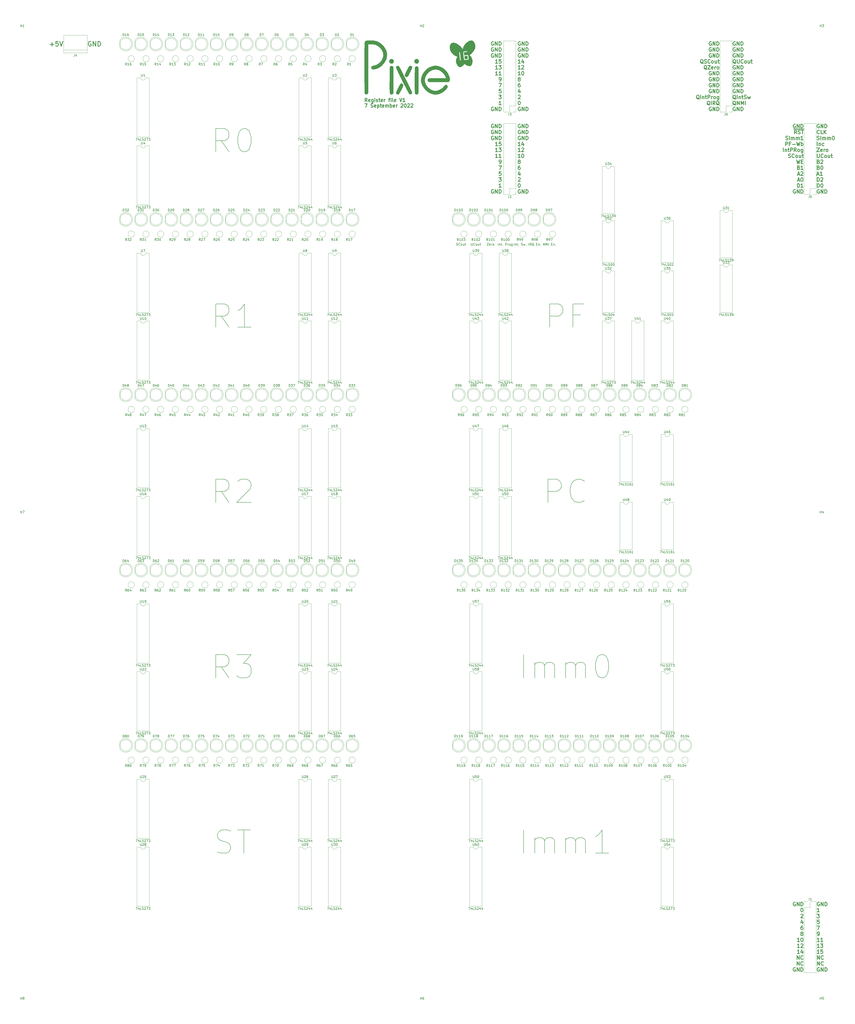
<source format=gbr>
%TF.GenerationSoftware,KiCad,Pcbnew,6.0.7-f9a2dced07~116~ubuntu20.04.1*%
%TF.CreationDate,2022-09-07T21:51:15+02:00*%
%TF.ProjectId,px16_regfile,70783136-5f72-4656-9766-696c652e6b69,1*%
%TF.SameCoordinates,Original*%
%TF.FileFunction,Legend,Top*%
%TF.FilePolarity,Positive*%
%FSLAX46Y46*%
G04 Gerber Fmt 4.6, Leading zero omitted, Abs format (unit mm)*
G04 Created by KiCad (PCBNEW 6.0.7-f9a2dced07~116~ubuntu20.04.1) date 2022-09-07 21:51:15*
%MOMM*%
%LPD*%
G01*
G04 APERTURE LIST*
%ADD10C,0.150000*%
%ADD11C,0.300000*%
%ADD12C,0.120000*%
G04 APERTURE END LIST*
D10*
X309777142Y-187253630D02*
X310443809Y-187253630D01*
X310015238Y-188253630D01*
X311253333Y-187586964D02*
X311253333Y-188253630D01*
X311015238Y-187206011D02*
X310777142Y-187920297D01*
X311396190Y-187920297D01*
X312253333Y-188253630D02*
X311777142Y-188253630D01*
X311777142Y-187253630D01*
X312539047Y-188206011D02*
X312681904Y-188253630D01*
X312920000Y-188253630D01*
X313015238Y-188206011D01*
X313062857Y-188158392D01*
X313110476Y-188063154D01*
X313110476Y-187967916D01*
X313062857Y-187872678D01*
X313015238Y-187825059D01*
X312920000Y-187777440D01*
X312729523Y-187729821D01*
X312634285Y-187682202D01*
X312586666Y-187634583D01*
X312539047Y-187539345D01*
X312539047Y-187444107D01*
X312586666Y-187348869D01*
X312634285Y-187301250D01*
X312729523Y-187253630D01*
X312967619Y-187253630D01*
X313110476Y-187301250D01*
X313729523Y-187253630D02*
X313824761Y-187253630D01*
X313920000Y-187301250D01*
X313967619Y-187348869D01*
X314015238Y-187444107D01*
X314062857Y-187634583D01*
X314062857Y-187872678D01*
X314015238Y-188063154D01*
X313967619Y-188158392D01*
X313920000Y-188206011D01*
X313824761Y-188253630D01*
X313729523Y-188253630D01*
X313634285Y-188206011D01*
X313586666Y-188158392D01*
X313539047Y-188063154D01*
X313491428Y-187872678D01*
X313491428Y-187634583D01*
X313539047Y-187444107D01*
X313586666Y-187348869D01*
X313634285Y-187301250D01*
X313729523Y-187253630D01*
X314443809Y-187348869D02*
X314491428Y-187301250D01*
X314586666Y-187253630D01*
X314824761Y-187253630D01*
X314920000Y-187301250D01*
X314967619Y-187348869D01*
X315015238Y-187444107D01*
X315015238Y-187539345D01*
X314967619Y-187682202D01*
X314396190Y-188253630D01*
X315015238Y-188253630D01*
X284377142Y-187253630D02*
X285043809Y-187253630D01*
X284615238Y-188253630D01*
X285853333Y-187586964D02*
X285853333Y-188253630D01*
X285615238Y-187206011D02*
X285377142Y-187920297D01*
X285996190Y-187920297D01*
X286853333Y-188253630D02*
X286377142Y-188253630D01*
X286377142Y-187253630D01*
X287139047Y-188206011D02*
X287281904Y-188253630D01*
X287520000Y-188253630D01*
X287615238Y-188206011D01*
X287662857Y-188158392D01*
X287710476Y-188063154D01*
X287710476Y-187967916D01*
X287662857Y-187872678D01*
X287615238Y-187825059D01*
X287520000Y-187777440D01*
X287329523Y-187729821D01*
X287234285Y-187682202D01*
X287186666Y-187634583D01*
X287139047Y-187539345D01*
X287139047Y-187444107D01*
X287186666Y-187348869D01*
X287234285Y-187301250D01*
X287329523Y-187253630D01*
X287567619Y-187253630D01*
X287710476Y-187301250D01*
X288329523Y-187253630D02*
X288424761Y-187253630D01*
X288520000Y-187301250D01*
X288567619Y-187348869D01*
X288615238Y-187444107D01*
X288662857Y-187634583D01*
X288662857Y-187872678D01*
X288615238Y-188063154D01*
X288567619Y-188158392D01*
X288520000Y-188206011D01*
X288424761Y-188253630D01*
X288329523Y-188253630D01*
X288234285Y-188206011D01*
X288186666Y-188158392D01*
X288139047Y-188063154D01*
X288091428Y-187872678D01*
X288091428Y-187634583D01*
X288139047Y-187444107D01*
X288186666Y-187348869D01*
X288234285Y-187301250D01*
X288329523Y-187253630D01*
X289520000Y-187586964D02*
X289520000Y-188253630D01*
X289281904Y-187206011D02*
X289043809Y-187920297D01*
X289662857Y-187920297D01*
X83240952Y-111688630D02*
X83907619Y-111688630D01*
X83479047Y-112688630D01*
X84717142Y-112021964D02*
X84717142Y-112688630D01*
X84479047Y-111641011D02*
X84240952Y-112355297D01*
X84860000Y-112355297D01*
X85717142Y-112688630D02*
X85240952Y-112688630D01*
X85240952Y-111688630D01*
X86002857Y-112641011D02*
X86145714Y-112688630D01*
X86383809Y-112688630D01*
X86479047Y-112641011D01*
X86526666Y-112593392D01*
X86574285Y-112498154D01*
X86574285Y-112402916D01*
X86526666Y-112307678D01*
X86479047Y-112260059D01*
X86383809Y-112212440D01*
X86193333Y-112164821D01*
X86098095Y-112117202D01*
X86050476Y-112069583D01*
X86002857Y-111974345D01*
X86002857Y-111879107D01*
X86050476Y-111783869D01*
X86098095Y-111736250D01*
X86193333Y-111688630D01*
X86431428Y-111688630D01*
X86574285Y-111736250D01*
X86955238Y-111783869D02*
X87002857Y-111736250D01*
X87098095Y-111688630D01*
X87336190Y-111688630D01*
X87431428Y-111736250D01*
X87479047Y-111783869D01*
X87526666Y-111879107D01*
X87526666Y-111974345D01*
X87479047Y-112117202D01*
X86907619Y-112688630D01*
X87526666Y-112688630D01*
X87860000Y-111688630D02*
X88526666Y-111688630D01*
X88098095Y-112688630D01*
X88812380Y-111688630D02*
X89431428Y-111688630D01*
X89098095Y-112069583D01*
X89240952Y-112069583D01*
X89336190Y-112117202D01*
X89383809Y-112164821D01*
X89431428Y-112260059D01*
X89431428Y-112498154D01*
X89383809Y-112593392D01*
X89336190Y-112641011D01*
X89240952Y-112688630D01*
X88955238Y-112688630D01*
X88860000Y-112641011D01*
X88812380Y-112593392D01*
X291520952Y-289488630D02*
X292187619Y-289488630D01*
X291759047Y-290488630D01*
X292997142Y-289821964D02*
X292997142Y-290488630D01*
X292759047Y-289441011D02*
X292520952Y-290155297D01*
X293140000Y-290155297D01*
X293997142Y-290488630D02*
X293520952Y-290488630D01*
X293520952Y-289488630D01*
X294282857Y-290441011D02*
X294425714Y-290488630D01*
X294663809Y-290488630D01*
X294759047Y-290441011D01*
X294806666Y-290393392D01*
X294854285Y-290298154D01*
X294854285Y-290202916D01*
X294806666Y-290107678D01*
X294759047Y-290060059D01*
X294663809Y-290012440D01*
X294473333Y-289964821D01*
X294378095Y-289917202D01*
X294330476Y-289869583D01*
X294282857Y-289774345D01*
X294282857Y-289679107D01*
X294330476Y-289583869D01*
X294378095Y-289536250D01*
X294473333Y-289488630D01*
X294711428Y-289488630D01*
X294854285Y-289536250D01*
X295806666Y-290488630D02*
X295235238Y-290488630D01*
X295520952Y-290488630D02*
X295520952Y-289488630D01*
X295425714Y-289631488D01*
X295330476Y-289726726D01*
X295235238Y-289774345D01*
X296663809Y-289488630D02*
X296473333Y-289488630D01*
X296378095Y-289536250D01*
X296330476Y-289583869D01*
X296235238Y-289726726D01*
X296187619Y-289917202D01*
X296187619Y-290298154D01*
X296235238Y-290393392D01*
X296282857Y-290441011D01*
X296378095Y-290488630D01*
X296568571Y-290488630D01*
X296663809Y-290441011D01*
X296711428Y-290393392D01*
X296759047Y-290298154D01*
X296759047Y-290060059D01*
X296711428Y-289964821D01*
X296663809Y-289917202D01*
X296568571Y-289869583D01*
X296378095Y-289869583D01*
X296282857Y-289917202D01*
X296235238Y-289964821D01*
X296187619Y-290060059D01*
X297711428Y-290488630D02*
X297140000Y-290488630D01*
X297425714Y-290488630D02*
X297425714Y-289488630D01*
X297330476Y-289631488D01*
X297235238Y-289726726D01*
X297140000Y-289774345D01*
X153090952Y-292028630D02*
X153757619Y-292028630D01*
X153329047Y-293028630D01*
X154567142Y-292361964D02*
X154567142Y-293028630D01*
X154329047Y-291981011D02*
X154090952Y-292695297D01*
X154710000Y-292695297D01*
X155567142Y-293028630D02*
X155090952Y-293028630D01*
X155090952Y-292028630D01*
X155852857Y-292981011D02*
X155995714Y-293028630D01*
X156233809Y-293028630D01*
X156329047Y-292981011D01*
X156376666Y-292933392D01*
X156424285Y-292838154D01*
X156424285Y-292742916D01*
X156376666Y-292647678D01*
X156329047Y-292600059D01*
X156233809Y-292552440D01*
X156043333Y-292504821D01*
X155948095Y-292457202D01*
X155900476Y-292409583D01*
X155852857Y-292314345D01*
X155852857Y-292219107D01*
X155900476Y-292123869D01*
X155948095Y-292076250D01*
X156043333Y-292028630D01*
X156281428Y-292028630D01*
X156424285Y-292076250D01*
X156805238Y-292123869D02*
X156852857Y-292076250D01*
X156948095Y-292028630D01*
X157186190Y-292028630D01*
X157281428Y-292076250D01*
X157329047Y-292123869D01*
X157376666Y-292219107D01*
X157376666Y-292314345D01*
X157329047Y-292457202D01*
X156757619Y-293028630D01*
X157376666Y-293028630D01*
X158233809Y-292361964D02*
X158233809Y-293028630D01*
X157995714Y-291981011D02*
X157757619Y-292695297D01*
X158376666Y-292695297D01*
X159186190Y-292361964D02*
X159186190Y-293028630D01*
X158948095Y-291981011D02*
X158710000Y-292695297D01*
X159329047Y-292695297D01*
X165790952Y-187253630D02*
X166457619Y-187253630D01*
X166029047Y-188253630D01*
X167267142Y-187586964D02*
X167267142Y-188253630D01*
X167029047Y-187206011D02*
X166790952Y-187920297D01*
X167410000Y-187920297D01*
X168267142Y-188253630D02*
X167790952Y-188253630D01*
X167790952Y-187253630D01*
X168552857Y-188206011D02*
X168695714Y-188253630D01*
X168933809Y-188253630D01*
X169029047Y-188206011D01*
X169076666Y-188158392D01*
X169124285Y-188063154D01*
X169124285Y-187967916D01*
X169076666Y-187872678D01*
X169029047Y-187825059D01*
X168933809Y-187777440D01*
X168743333Y-187729821D01*
X168648095Y-187682202D01*
X168600476Y-187634583D01*
X168552857Y-187539345D01*
X168552857Y-187444107D01*
X168600476Y-187348869D01*
X168648095Y-187301250D01*
X168743333Y-187253630D01*
X168981428Y-187253630D01*
X169124285Y-187301250D01*
X169505238Y-187348869D02*
X169552857Y-187301250D01*
X169648095Y-187253630D01*
X169886190Y-187253630D01*
X169981428Y-187301250D01*
X170029047Y-187348869D01*
X170076666Y-187444107D01*
X170076666Y-187539345D01*
X170029047Y-187682202D01*
X169457619Y-188253630D01*
X170076666Y-188253630D01*
X170933809Y-187586964D02*
X170933809Y-188253630D01*
X170695714Y-187206011D02*
X170457619Y-187920297D01*
X171076666Y-187920297D01*
X171886190Y-187586964D02*
X171886190Y-188253630D01*
X171648095Y-187206011D02*
X171410000Y-187920297D01*
X172029047Y-187920297D01*
X165790952Y-216463630D02*
X166457619Y-216463630D01*
X166029047Y-217463630D01*
X167267142Y-216796964D02*
X167267142Y-217463630D01*
X167029047Y-216416011D02*
X166790952Y-217130297D01*
X167410000Y-217130297D01*
X168267142Y-217463630D02*
X167790952Y-217463630D01*
X167790952Y-216463630D01*
X168552857Y-217416011D02*
X168695714Y-217463630D01*
X168933809Y-217463630D01*
X169029047Y-217416011D01*
X169076666Y-217368392D01*
X169124285Y-217273154D01*
X169124285Y-217177916D01*
X169076666Y-217082678D01*
X169029047Y-217035059D01*
X168933809Y-216987440D01*
X168743333Y-216939821D01*
X168648095Y-216892202D01*
X168600476Y-216844583D01*
X168552857Y-216749345D01*
X168552857Y-216654107D01*
X168600476Y-216558869D01*
X168648095Y-216511250D01*
X168743333Y-216463630D01*
X168981428Y-216463630D01*
X169124285Y-216511250D01*
X169505238Y-216558869D02*
X169552857Y-216511250D01*
X169648095Y-216463630D01*
X169886190Y-216463630D01*
X169981428Y-216511250D01*
X170029047Y-216558869D01*
X170076666Y-216654107D01*
X170076666Y-216749345D01*
X170029047Y-216892202D01*
X169457619Y-217463630D01*
X170076666Y-217463630D01*
X170933809Y-216796964D02*
X170933809Y-217463630D01*
X170695714Y-216416011D02*
X170457619Y-217130297D01*
X171076666Y-217130297D01*
X171886190Y-216796964D02*
X171886190Y-217463630D01*
X171648095Y-216416011D02*
X171410000Y-217130297D01*
X172029047Y-217130297D01*
X239450952Y-216463630D02*
X240117619Y-216463630D01*
X239689047Y-217463630D01*
X240927142Y-216796964D02*
X240927142Y-217463630D01*
X240689047Y-216416011D02*
X240450952Y-217130297D01*
X241070000Y-217130297D01*
X241927142Y-217463630D02*
X241450952Y-217463630D01*
X241450952Y-216463630D01*
X242212857Y-217416011D02*
X242355714Y-217463630D01*
X242593809Y-217463630D01*
X242689047Y-217416011D01*
X242736666Y-217368392D01*
X242784285Y-217273154D01*
X242784285Y-217177916D01*
X242736666Y-217082678D01*
X242689047Y-217035059D01*
X242593809Y-216987440D01*
X242403333Y-216939821D01*
X242308095Y-216892202D01*
X242260476Y-216844583D01*
X242212857Y-216749345D01*
X242212857Y-216654107D01*
X242260476Y-216558869D01*
X242308095Y-216511250D01*
X242403333Y-216463630D01*
X242641428Y-216463630D01*
X242784285Y-216511250D01*
X243165238Y-216558869D02*
X243212857Y-216511250D01*
X243308095Y-216463630D01*
X243546190Y-216463630D01*
X243641428Y-216511250D01*
X243689047Y-216558869D01*
X243736666Y-216654107D01*
X243736666Y-216749345D01*
X243689047Y-216892202D01*
X243117619Y-217463630D01*
X243736666Y-217463630D01*
X244593809Y-216796964D02*
X244593809Y-217463630D01*
X244355714Y-216416011D02*
X244117619Y-217130297D01*
X244736666Y-217130297D01*
X245546190Y-216796964D02*
X245546190Y-217463630D01*
X245308095Y-216416011D02*
X245070000Y-217130297D01*
X245689047Y-217130297D01*
X123428333Y-268683809D02*
X120095000Y-263921904D01*
X117714047Y-268683809D02*
X117714047Y-258683809D01*
X121523571Y-258683809D01*
X122475952Y-259160000D01*
X122952142Y-259636190D01*
X123428333Y-260588571D01*
X123428333Y-262017142D01*
X122952142Y-262969523D01*
X122475952Y-263445714D01*
X121523571Y-263921904D01*
X117714047Y-263921904D01*
X127237857Y-259636190D02*
X127714047Y-259160000D01*
X128666428Y-258683809D01*
X131047380Y-258683809D01*
X131999761Y-259160000D01*
X132475952Y-259636190D01*
X132952142Y-260588571D01*
X132952142Y-261540952D01*
X132475952Y-262969523D01*
X126761666Y-268683809D01*
X132952142Y-268683809D01*
X250509761Y-419813809D02*
X250509761Y-409813809D01*
X255271666Y-419813809D02*
X255271666Y-413147142D01*
X255271666Y-414099523D02*
X255747857Y-413623333D01*
X256700238Y-413147142D01*
X258128809Y-413147142D01*
X259081190Y-413623333D01*
X259557380Y-414575714D01*
X259557380Y-419813809D01*
X259557380Y-414575714D02*
X260033571Y-413623333D01*
X260985952Y-413147142D01*
X262414523Y-413147142D01*
X263366904Y-413623333D01*
X263843095Y-414575714D01*
X263843095Y-419813809D01*
X268605000Y-419813809D02*
X268605000Y-413147142D01*
X268605000Y-414099523D02*
X269081190Y-413623333D01*
X270033571Y-413147142D01*
X271462142Y-413147142D01*
X272414523Y-413623333D01*
X272890714Y-414575714D01*
X272890714Y-419813809D01*
X272890714Y-414575714D02*
X273366904Y-413623333D01*
X274319285Y-413147142D01*
X275747857Y-413147142D01*
X276700238Y-413623333D01*
X277176428Y-414575714D01*
X277176428Y-419813809D01*
X287176428Y-419813809D02*
X281462142Y-419813809D01*
X284319285Y-419813809D02*
X284319285Y-409813809D01*
X283366904Y-411242380D01*
X282414523Y-412194761D01*
X281462142Y-412670952D01*
D11*
X183019285Y-95991071D02*
X182519285Y-95276785D01*
X182162142Y-95991071D02*
X182162142Y-94491071D01*
X182733571Y-94491071D01*
X182876428Y-94562500D01*
X182947857Y-94633928D01*
X183019285Y-94776785D01*
X183019285Y-94991071D01*
X182947857Y-95133928D01*
X182876428Y-95205357D01*
X182733571Y-95276785D01*
X182162142Y-95276785D01*
X184233571Y-95919642D02*
X184090714Y-95991071D01*
X183805000Y-95991071D01*
X183662142Y-95919642D01*
X183590714Y-95776785D01*
X183590714Y-95205357D01*
X183662142Y-95062500D01*
X183805000Y-94991071D01*
X184090714Y-94991071D01*
X184233571Y-95062500D01*
X184305000Y-95205357D01*
X184305000Y-95348214D01*
X183590714Y-95491071D01*
X185590714Y-94991071D02*
X185590714Y-96205357D01*
X185519285Y-96348214D01*
X185447857Y-96419642D01*
X185305000Y-96491071D01*
X185090714Y-96491071D01*
X184947857Y-96419642D01*
X185590714Y-95919642D02*
X185447857Y-95991071D01*
X185162142Y-95991071D01*
X185019285Y-95919642D01*
X184947857Y-95848214D01*
X184876428Y-95705357D01*
X184876428Y-95276785D01*
X184947857Y-95133928D01*
X185019285Y-95062500D01*
X185162142Y-94991071D01*
X185447857Y-94991071D01*
X185590714Y-95062500D01*
X186305000Y-95991071D02*
X186305000Y-94991071D01*
X186305000Y-94491071D02*
X186233571Y-94562500D01*
X186305000Y-94633928D01*
X186376428Y-94562500D01*
X186305000Y-94491071D01*
X186305000Y-94633928D01*
X186947857Y-95919642D02*
X187090714Y-95991071D01*
X187376428Y-95991071D01*
X187519285Y-95919642D01*
X187590714Y-95776785D01*
X187590714Y-95705357D01*
X187519285Y-95562500D01*
X187376428Y-95491071D01*
X187162142Y-95491071D01*
X187019285Y-95419642D01*
X186947857Y-95276785D01*
X186947857Y-95205357D01*
X187019285Y-95062500D01*
X187162142Y-94991071D01*
X187376428Y-94991071D01*
X187519285Y-95062500D01*
X188019285Y-94991071D02*
X188590714Y-94991071D01*
X188233571Y-94491071D02*
X188233571Y-95776785D01*
X188305000Y-95919642D01*
X188447857Y-95991071D01*
X188590714Y-95991071D01*
X189662142Y-95919642D02*
X189519285Y-95991071D01*
X189233571Y-95991071D01*
X189090714Y-95919642D01*
X189019285Y-95776785D01*
X189019285Y-95205357D01*
X189090714Y-95062500D01*
X189233571Y-94991071D01*
X189519285Y-94991071D01*
X189662142Y-95062500D01*
X189733571Y-95205357D01*
X189733571Y-95348214D01*
X189019285Y-95491071D01*
X190376428Y-95991071D02*
X190376428Y-94991071D01*
X190376428Y-95276785D02*
X190447857Y-95133928D01*
X190519285Y-95062500D01*
X190662142Y-94991071D01*
X190805000Y-94991071D01*
X192233571Y-94991071D02*
X192805000Y-94991071D01*
X192447857Y-95991071D02*
X192447857Y-94705357D01*
X192519285Y-94562500D01*
X192662142Y-94491071D01*
X192805000Y-94491071D01*
X193305000Y-95991071D02*
X193305000Y-94991071D01*
X193305000Y-94491071D02*
X193233571Y-94562500D01*
X193305000Y-94633928D01*
X193376428Y-94562500D01*
X193305000Y-94491071D01*
X193305000Y-94633928D01*
X194233571Y-95991071D02*
X194090714Y-95919642D01*
X194019285Y-95776785D01*
X194019285Y-94491071D01*
X195376428Y-95919642D02*
X195233571Y-95991071D01*
X194947857Y-95991071D01*
X194805000Y-95919642D01*
X194733571Y-95776785D01*
X194733571Y-95205357D01*
X194805000Y-95062500D01*
X194947857Y-94991071D01*
X195233571Y-94991071D01*
X195376428Y-95062500D01*
X195447857Y-95205357D01*
X195447857Y-95348214D01*
X194733571Y-95491071D01*
X197019285Y-94491071D02*
X197519285Y-95991071D01*
X198019285Y-94491071D01*
X199305000Y-95991071D02*
X198447857Y-95991071D01*
X198876428Y-95991071D02*
X198876428Y-94491071D01*
X198733571Y-94705357D01*
X198590714Y-94848214D01*
X198447857Y-94919642D01*
X182019285Y-96906071D02*
X183019285Y-96906071D01*
X182376428Y-98406071D01*
X184662142Y-98334642D02*
X184876428Y-98406071D01*
X185233571Y-98406071D01*
X185376428Y-98334642D01*
X185447857Y-98263214D01*
X185519285Y-98120357D01*
X185519285Y-97977500D01*
X185447857Y-97834642D01*
X185376428Y-97763214D01*
X185233571Y-97691785D01*
X184947857Y-97620357D01*
X184805000Y-97548928D01*
X184733571Y-97477500D01*
X184662142Y-97334642D01*
X184662142Y-97191785D01*
X184733571Y-97048928D01*
X184805000Y-96977500D01*
X184947857Y-96906071D01*
X185305000Y-96906071D01*
X185519285Y-96977500D01*
X186733571Y-98334642D02*
X186590714Y-98406071D01*
X186305000Y-98406071D01*
X186162142Y-98334642D01*
X186090714Y-98191785D01*
X186090714Y-97620357D01*
X186162142Y-97477500D01*
X186305000Y-97406071D01*
X186590714Y-97406071D01*
X186733571Y-97477500D01*
X186805000Y-97620357D01*
X186805000Y-97763214D01*
X186090714Y-97906071D01*
X187447857Y-97406071D02*
X187447857Y-98906071D01*
X187447857Y-97477500D02*
X187590714Y-97406071D01*
X187876428Y-97406071D01*
X188019285Y-97477500D01*
X188090714Y-97548928D01*
X188162142Y-97691785D01*
X188162142Y-98120357D01*
X188090714Y-98263214D01*
X188019285Y-98334642D01*
X187876428Y-98406071D01*
X187590714Y-98406071D01*
X187447857Y-98334642D01*
X188590714Y-97406071D02*
X189162142Y-97406071D01*
X188805000Y-96906071D02*
X188805000Y-98191785D01*
X188876428Y-98334642D01*
X189019285Y-98406071D01*
X189162142Y-98406071D01*
X190233571Y-98334642D02*
X190090714Y-98406071D01*
X189805000Y-98406071D01*
X189662142Y-98334642D01*
X189590714Y-98191785D01*
X189590714Y-97620357D01*
X189662142Y-97477500D01*
X189805000Y-97406071D01*
X190090714Y-97406071D01*
X190233571Y-97477500D01*
X190305000Y-97620357D01*
X190305000Y-97763214D01*
X189590714Y-97906071D01*
X190947857Y-98406071D02*
X190947857Y-97406071D01*
X190947857Y-97548928D02*
X191019285Y-97477500D01*
X191162142Y-97406071D01*
X191376428Y-97406071D01*
X191519285Y-97477500D01*
X191590714Y-97620357D01*
X191590714Y-98406071D01*
X191590714Y-97620357D02*
X191662142Y-97477500D01*
X191805000Y-97406071D01*
X192019285Y-97406071D01*
X192162142Y-97477500D01*
X192233571Y-97620357D01*
X192233571Y-98406071D01*
X192947857Y-98406071D02*
X192947857Y-96906071D01*
X192947857Y-97477500D02*
X193090714Y-97406071D01*
X193376428Y-97406071D01*
X193519285Y-97477500D01*
X193590714Y-97548928D01*
X193662142Y-97691785D01*
X193662142Y-98120357D01*
X193590714Y-98263214D01*
X193519285Y-98334642D01*
X193376428Y-98406071D01*
X193090714Y-98406071D01*
X192947857Y-98334642D01*
X194876428Y-98334642D02*
X194733571Y-98406071D01*
X194447857Y-98406071D01*
X194305000Y-98334642D01*
X194233571Y-98191785D01*
X194233571Y-97620357D01*
X194305000Y-97477500D01*
X194447857Y-97406071D01*
X194733571Y-97406071D01*
X194876428Y-97477500D01*
X194947857Y-97620357D01*
X194947857Y-97763214D01*
X194233571Y-97906071D01*
X195590714Y-98406071D02*
X195590714Y-97406071D01*
X195590714Y-97691785D02*
X195662142Y-97548928D01*
X195733571Y-97477500D01*
X195876428Y-97406071D01*
X196019285Y-97406071D01*
X197590714Y-97048928D02*
X197662142Y-96977500D01*
X197805000Y-96906071D01*
X198162142Y-96906071D01*
X198305000Y-96977500D01*
X198376428Y-97048928D01*
X198447857Y-97191785D01*
X198447857Y-97334642D01*
X198376428Y-97548928D01*
X197519285Y-98406071D01*
X198447857Y-98406071D01*
X199376428Y-96906071D02*
X199519285Y-96906071D01*
X199662142Y-96977500D01*
X199733571Y-97048928D01*
X199805000Y-97191785D01*
X199876428Y-97477500D01*
X199876428Y-97834642D01*
X199805000Y-98120357D01*
X199733571Y-98263214D01*
X199662142Y-98334642D01*
X199519285Y-98406071D01*
X199376428Y-98406071D01*
X199233571Y-98334642D01*
X199162142Y-98263214D01*
X199090714Y-98120357D01*
X199019285Y-97834642D01*
X199019285Y-97477500D01*
X199090714Y-97191785D01*
X199162142Y-97048928D01*
X199233571Y-96977500D01*
X199376428Y-96906071D01*
X200447857Y-97048928D02*
X200519285Y-96977500D01*
X200662142Y-96906071D01*
X201019285Y-96906071D01*
X201162142Y-96977500D01*
X201233571Y-97048928D01*
X201305000Y-97191785D01*
X201305000Y-97334642D01*
X201233571Y-97548928D01*
X200376428Y-98406071D01*
X201305000Y-98406071D01*
X201876428Y-97048928D02*
X201947857Y-96977500D01*
X202090714Y-96906071D01*
X202447857Y-96906071D01*
X202590714Y-96977500D01*
X202662142Y-97048928D01*
X202733571Y-97191785D01*
X202733571Y-97334642D01*
X202662142Y-97548928D01*
X201805000Y-98406071D01*
X202733571Y-98406071D01*
D10*
X252722380Y-157932380D02*
X252722380Y-156932380D01*
X253770000Y-157932380D02*
X253436666Y-157456190D01*
X253198571Y-157932380D02*
X253198571Y-156932380D01*
X253579523Y-156932380D01*
X253674761Y-156980000D01*
X253722380Y-157027619D01*
X253770000Y-157122857D01*
X253770000Y-157265714D01*
X253722380Y-157360952D01*
X253674761Y-157408571D01*
X253579523Y-157456190D01*
X253198571Y-157456190D01*
X254865238Y-158027619D02*
X254770000Y-157980000D01*
X254674761Y-157884761D01*
X254531904Y-157741904D01*
X254436666Y-157694285D01*
X254341428Y-157694285D01*
X254389047Y-157932380D02*
X254293809Y-157884761D01*
X254198571Y-157789523D01*
X254150952Y-157599047D01*
X254150952Y-157265714D01*
X254198571Y-157075238D01*
X254293809Y-156980000D01*
X254389047Y-156932380D01*
X254579523Y-156932380D01*
X254674761Y-156980000D01*
X254770000Y-157075238D01*
X254817619Y-157265714D01*
X254817619Y-157599047D01*
X254770000Y-157789523D01*
X254674761Y-157884761D01*
X254579523Y-157932380D01*
X254389047Y-157932380D01*
X256008095Y-157408571D02*
X256341428Y-157408571D01*
X256484285Y-157932380D02*
X256008095Y-157932380D01*
X256008095Y-156932380D01*
X256484285Y-156932380D01*
X256912857Y-157265714D02*
X256912857Y-157932380D01*
X256912857Y-157360952D02*
X256960476Y-157313333D01*
X257055714Y-157265714D01*
X257198571Y-157265714D01*
X257293809Y-157313333D01*
X257341428Y-157408571D01*
X257341428Y-157932380D01*
X257817619Y-157837142D02*
X257865238Y-157884761D01*
X257817619Y-157932380D01*
X257770000Y-157884761D01*
X257817619Y-157837142D01*
X257817619Y-157932380D01*
X153090952Y-140898630D02*
X153757619Y-140898630D01*
X153329047Y-141898630D01*
X154567142Y-141231964D02*
X154567142Y-141898630D01*
X154329047Y-140851011D02*
X154090952Y-141565297D01*
X154710000Y-141565297D01*
X155567142Y-141898630D02*
X155090952Y-141898630D01*
X155090952Y-140898630D01*
X155852857Y-141851011D02*
X155995714Y-141898630D01*
X156233809Y-141898630D01*
X156329047Y-141851011D01*
X156376666Y-141803392D01*
X156424285Y-141708154D01*
X156424285Y-141612916D01*
X156376666Y-141517678D01*
X156329047Y-141470059D01*
X156233809Y-141422440D01*
X156043333Y-141374821D01*
X155948095Y-141327202D01*
X155900476Y-141279583D01*
X155852857Y-141184345D01*
X155852857Y-141089107D01*
X155900476Y-140993869D01*
X155948095Y-140946250D01*
X156043333Y-140898630D01*
X156281428Y-140898630D01*
X156424285Y-140946250D01*
X156805238Y-140993869D02*
X156852857Y-140946250D01*
X156948095Y-140898630D01*
X157186190Y-140898630D01*
X157281428Y-140946250D01*
X157329047Y-140993869D01*
X157376666Y-141089107D01*
X157376666Y-141184345D01*
X157329047Y-141327202D01*
X156757619Y-141898630D01*
X157376666Y-141898630D01*
X158233809Y-141231964D02*
X158233809Y-141898630D01*
X157995714Y-140851011D02*
X157757619Y-141565297D01*
X158376666Y-141565297D01*
X159186190Y-141231964D02*
X159186190Y-141898630D01*
X158948095Y-140851011D02*
X158710000Y-141565297D01*
X159329047Y-141565297D01*
X250509761Y-344248809D02*
X250509761Y-334248809D01*
X255271666Y-344248809D02*
X255271666Y-337582142D01*
X255271666Y-338534523D02*
X255747857Y-338058333D01*
X256700238Y-337582142D01*
X258128809Y-337582142D01*
X259081190Y-338058333D01*
X259557380Y-339010714D01*
X259557380Y-344248809D01*
X259557380Y-339010714D02*
X260033571Y-338058333D01*
X260985952Y-337582142D01*
X262414523Y-337582142D01*
X263366904Y-338058333D01*
X263843095Y-339010714D01*
X263843095Y-344248809D01*
X268605000Y-344248809D02*
X268605000Y-337582142D01*
X268605000Y-338534523D02*
X269081190Y-338058333D01*
X270033571Y-337582142D01*
X271462142Y-337582142D01*
X272414523Y-338058333D01*
X272890714Y-339010714D01*
X272890714Y-344248809D01*
X272890714Y-339010714D02*
X273366904Y-338058333D01*
X274319285Y-337582142D01*
X275747857Y-337582142D01*
X276700238Y-338058333D01*
X277176428Y-339010714D01*
X277176428Y-344248809D01*
X283843095Y-334248809D02*
X284795476Y-334248809D01*
X285747857Y-334725000D01*
X286224047Y-335201190D01*
X286700238Y-336153571D01*
X287176428Y-338058333D01*
X287176428Y-340439285D01*
X286700238Y-342344047D01*
X286224047Y-343296428D01*
X285747857Y-343772619D01*
X284795476Y-344248809D01*
X283843095Y-344248809D01*
X282890714Y-343772619D01*
X282414523Y-343296428D01*
X281938333Y-342344047D01*
X281462142Y-340439285D01*
X281462142Y-338058333D01*
X281938333Y-336153571D01*
X282414523Y-335201190D01*
X282890714Y-334725000D01*
X283843095Y-334248809D01*
X153090952Y-413948630D02*
X153757619Y-413948630D01*
X153329047Y-414948630D01*
X154567142Y-414281964D02*
X154567142Y-414948630D01*
X154329047Y-413901011D02*
X154090952Y-414615297D01*
X154710000Y-414615297D01*
X155567142Y-414948630D02*
X155090952Y-414948630D01*
X155090952Y-413948630D01*
X155852857Y-414901011D02*
X155995714Y-414948630D01*
X156233809Y-414948630D01*
X156329047Y-414901011D01*
X156376666Y-414853392D01*
X156424285Y-414758154D01*
X156424285Y-414662916D01*
X156376666Y-414567678D01*
X156329047Y-414520059D01*
X156233809Y-414472440D01*
X156043333Y-414424821D01*
X155948095Y-414377202D01*
X155900476Y-414329583D01*
X155852857Y-414234345D01*
X155852857Y-414139107D01*
X155900476Y-414043869D01*
X155948095Y-413996250D01*
X156043333Y-413948630D01*
X156281428Y-413948630D01*
X156424285Y-413996250D01*
X156805238Y-414043869D02*
X156852857Y-413996250D01*
X156948095Y-413948630D01*
X157186190Y-413948630D01*
X157281428Y-413996250D01*
X157329047Y-414043869D01*
X157376666Y-414139107D01*
X157376666Y-414234345D01*
X157329047Y-414377202D01*
X156757619Y-414948630D01*
X157376666Y-414948630D01*
X158233809Y-414281964D02*
X158233809Y-414948630D01*
X157995714Y-413901011D02*
X157757619Y-414615297D01*
X158376666Y-414615297D01*
X159186190Y-414281964D02*
X159186190Y-414948630D01*
X158948095Y-413901011D02*
X158710000Y-414615297D01*
X159329047Y-414615297D01*
X83240952Y-262818630D02*
X83907619Y-262818630D01*
X83479047Y-263818630D01*
X84717142Y-263151964D02*
X84717142Y-263818630D01*
X84479047Y-262771011D02*
X84240952Y-263485297D01*
X84860000Y-263485297D01*
X85717142Y-263818630D02*
X85240952Y-263818630D01*
X85240952Y-262818630D01*
X86002857Y-263771011D02*
X86145714Y-263818630D01*
X86383809Y-263818630D01*
X86479047Y-263771011D01*
X86526666Y-263723392D01*
X86574285Y-263628154D01*
X86574285Y-263532916D01*
X86526666Y-263437678D01*
X86479047Y-263390059D01*
X86383809Y-263342440D01*
X86193333Y-263294821D01*
X86098095Y-263247202D01*
X86050476Y-263199583D01*
X86002857Y-263104345D01*
X86002857Y-263009107D01*
X86050476Y-262913869D01*
X86098095Y-262866250D01*
X86193333Y-262818630D01*
X86431428Y-262818630D01*
X86574285Y-262866250D01*
X86955238Y-262913869D02*
X87002857Y-262866250D01*
X87098095Y-262818630D01*
X87336190Y-262818630D01*
X87431428Y-262866250D01*
X87479047Y-262913869D01*
X87526666Y-263009107D01*
X87526666Y-263104345D01*
X87479047Y-263247202D01*
X86907619Y-263818630D01*
X87526666Y-263818630D01*
X87860000Y-262818630D02*
X88526666Y-262818630D01*
X88098095Y-263818630D01*
X88812380Y-262818630D02*
X89431428Y-262818630D01*
X89098095Y-263199583D01*
X89240952Y-263199583D01*
X89336190Y-263247202D01*
X89383809Y-263294821D01*
X89431428Y-263390059D01*
X89431428Y-263628154D01*
X89383809Y-263723392D01*
X89336190Y-263771011D01*
X89240952Y-263818630D01*
X88955238Y-263818630D01*
X88860000Y-263771011D01*
X88812380Y-263723392D01*
X227893809Y-156932380D02*
X227893809Y-157741904D01*
X227941428Y-157837142D01*
X227989047Y-157884761D01*
X228084285Y-157932380D01*
X228274761Y-157932380D01*
X228370000Y-157884761D01*
X228417619Y-157837142D01*
X228465238Y-157741904D01*
X228465238Y-156932380D01*
X229512857Y-157837142D02*
X229465238Y-157884761D01*
X229322380Y-157932380D01*
X229227142Y-157932380D01*
X229084285Y-157884761D01*
X228989047Y-157789523D01*
X228941428Y-157694285D01*
X228893809Y-157503809D01*
X228893809Y-157360952D01*
X228941428Y-157170476D01*
X228989047Y-157075238D01*
X229084285Y-156980000D01*
X229227142Y-156932380D01*
X229322380Y-156932380D01*
X229465238Y-156980000D01*
X229512857Y-157027619D01*
X230084285Y-157932380D02*
X229989047Y-157884761D01*
X229941428Y-157837142D01*
X229893809Y-157741904D01*
X229893809Y-157456190D01*
X229941428Y-157360952D01*
X229989047Y-157313333D01*
X230084285Y-157265714D01*
X230227142Y-157265714D01*
X230322380Y-157313333D01*
X230370000Y-157360952D01*
X230417619Y-157456190D01*
X230417619Y-157741904D01*
X230370000Y-157837142D01*
X230322380Y-157884761D01*
X230227142Y-157932380D01*
X230084285Y-157932380D01*
X231274761Y-157265714D02*
X231274761Y-157932380D01*
X230846190Y-157265714D02*
X230846190Y-157789523D01*
X230893809Y-157884761D01*
X230989047Y-157932380D01*
X231131904Y-157932380D01*
X231227142Y-157884761D01*
X231274761Y-157837142D01*
X231608095Y-157265714D02*
X231989047Y-157265714D01*
X231750952Y-156932380D02*
X231750952Y-157789523D01*
X231798571Y-157884761D01*
X231893809Y-157932380D01*
X231989047Y-157932380D01*
X334700952Y-163758630D02*
X335367619Y-163758630D01*
X334939047Y-164758630D01*
X336177142Y-164091964D02*
X336177142Y-164758630D01*
X335939047Y-163711011D02*
X335700952Y-164425297D01*
X336320000Y-164425297D01*
X337177142Y-164758630D02*
X336700952Y-164758630D01*
X336700952Y-163758630D01*
X337462857Y-164711011D02*
X337605714Y-164758630D01*
X337843809Y-164758630D01*
X337939047Y-164711011D01*
X337986666Y-164663392D01*
X338034285Y-164568154D01*
X338034285Y-164472916D01*
X337986666Y-164377678D01*
X337939047Y-164330059D01*
X337843809Y-164282440D01*
X337653333Y-164234821D01*
X337558095Y-164187202D01*
X337510476Y-164139583D01*
X337462857Y-164044345D01*
X337462857Y-163949107D01*
X337510476Y-163853869D01*
X337558095Y-163806250D01*
X337653333Y-163758630D01*
X337891428Y-163758630D01*
X338034285Y-163806250D01*
X338986666Y-164758630D02*
X338415238Y-164758630D01*
X338700952Y-164758630D02*
X338700952Y-163758630D01*
X338605714Y-163901488D01*
X338510476Y-163996726D01*
X338415238Y-164044345D01*
X339320000Y-163758630D02*
X339939047Y-163758630D01*
X339605714Y-164139583D01*
X339748571Y-164139583D01*
X339843809Y-164187202D01*
X339891428Y-164234821D01*
X339939047Y-164330059D01*
X339939047Y-164568154D01*
X339891428Y-164663392D01*
X339843809Y-164711011D01*
X339748571Y-164758630D01*
X339462857Y-164758630D01*
X339367619Y-164711011D01*
X339320000Y-164663392D01*
X340415238Y-164758630D02*
X340605714Y-164758630D01*
X340700952Y-164711011D01*
X340748571Y-164663392D01*
X340843809Y-164520535D01*
X340891428Y-164330059D01*
X340891428Y-163949107D01*
X340843809Y-163853869D01*
X340796190Y-163806250D01*
X340700952Y-163758630D01*
X340510476Y-163758630D01*
X340415238Y-163806250D01*
X340367619Y-163853869D01*
X340320000Y-163949107D01*
X340320000Y-164187202D01*
X340367619Y-164282440D01*
X340415238Y-164330059D01*
X340510476Y-164377678D01*
X340700952Y-164377678D01*
X340796190Y-164330059D01*
X340843809Y-164282440D01*
X340891428Y-164187202D01*
X165790952Y-338383630D02*
X166457619Y-338383630D01*
X166029047Y-339383630D01*
X167267142Y-338716964D02*
X167267142Y-339383630D01*
X167029047Y-338336011D02*
X166790952Y-339050297D01*
X167410000Y-339050297D01*
X168267142Y-339383630D02*
X167790952Y-339383630D01*
X167790952Y-338383630D01*
X168552857Y-339336011D02*
X168695714Y-339383630D01*
X168933809Y-339383630D01*
X169029047Y-339336011D01*
X169076666Y-339288392D01*
X169124285Y-339193154D01*
X169124285Y-339097916D01*
X169076666Y-339002678D01*
X169029047Y-338955059D01*
X168933809Y-338907440D01*
X168743333Y-338859821D01*
X168648095Y-338812202D01*
X168600476Y-338764583D01*
X168552857Y-338669345D01*
X168552857Y-338574107D01*
X168600476Y-338478869D01*
X168648095Y-338431250D01*
X168743333Y-338383630D01*
X168981428Y-338383630D01*
X169124285Y-338431250D01*
X169505238Y-338478869D02*
X169552857Y-338431250D01*
X169648095Y-338383630D01*
X169886190Y-338383630D01*
X169981428Y-338431250D01*
X170029047Y-338478869D01*
X170076666Y-338574107D01*
X170076666Y-338669345D01*
X170029047Y-338812202D01*
X169457619Y-339383630D01*
X170076666Y-339383630D01*
X170933809Y-338716964D02*
X170933809Y-339383630D01*
X170695714Y-338336011D02*
X170457619Y-339050297D01*
X171076666Y-339050297D01*
X171886190Y-338716964D02*
X171886190Y-339383630D01*
X171648095Y-338336011D02*
X171410000Y-339050297D01*
X172029047Y-339050297D01*
X283900952Y-216463630D02*
X284567619Y-216463630D01*
X284139047Y-217463630D01*
X285377142Y-216796964D02*
X285377142Y-217463630D01*
X285139047Y-216416011D02*
X284900952Y-217130297D01*
X285520000Y-217130297D01*
X286377142Y-217463630D02*
X285900952Y-217463630D01*
X285900952Y-216463630D01*
X286662857Y-217416011D02*
X286805714Y-217463630D01*
X287043809Y-217463630D01*
X287139047Y-217416011D01*
X287186666Y-217368392D01*
X287234285Y-217273154D01*
X287234285Y-217177916D01*
X287186666Y-217082678D01*
X287139047Y-217035059D01*
X287043809Y-216987440D01*
X286853333Y-216939821D01*
X286758095Y-216892202D01*
X286710476Y-216844583D01*
X286662857Y-216749345D01*
X286662857Y-216654107D01*
X286710476Y-216558869D01*
X286758095Y-216511250D01*
X286853333Y-216463630D01*
X287091428Y-216463630D01*
X287234285Y-216511250D01*
X287615238Y-216558869D02*
X287662857Y-216511250D01*
X287758095Y-216463630D01*
X287996190Y-216463630D01*
X288091428Y-216511250D01*
X288139047Y-216558869D01*
X288186666Y-216654107D01*
X288186666Y-216749345D01*
X288139047Y-216892202D01*
X287567619Y-217463630D01*
X288186666Y-217463630D01*
X288520000Y-216463630D02*
X289186666Y-216463630D01*
X288758095Y-217463630D01*
X289472380Y-216463630D02*
X290091428Y-216463630D01*
X289758095Y-216844583D01*
X289900952Y-216844583D01*
X289996190Y-216892202D01*
X290043809Y-216939821D01*
X290091428Y-217035059D01*
X290091428Y-217273154D01*
X290043809Y-217368392D01*
X289996190Y-217416011D01*
X289900952Y-217463630D01*
X289615238Y-217463630D01*
X289520000Y-217416011D01*
X289472380Y-217368392D01*
X226750952Y-292028630D02*
X227417619Y-292028630D01*
X226989047Y-293028630D01*
X228227142Y-292361964D02*
X228227142Y-293028630D01*
X227989047Y-291981011D02*
X227750952Y-292695297D01*
X228370000Y-292695297D01*
X229227142Y-293028630D02*
X228750952Y-293028630D01*
X228750952Y-292028630D01*
X229512857Y-292981011D02*
X229655714Y-293028630D01*
X229893809Y-293028630D01*
X229989047Y-292981011D01*
X230036666Y-292933392D01*
X230084285Y-292838154D01*
X230084285Y-292742916D01*
X230036666Y-292647678D01*
X229989047Y-292600059D01*
X229893809Y-292552440D01*
X229703333Y-292504821D01*
X229608095Y-292457202D01*
X229560476Y-292409583D01*
X229512857Y-292314345D01*
X229512857Y-292219107D01*
X229560476Y-292123869D01*
X229608095Y-292076250D01*
X229703333Y-292028630D01*
X229941428Y-292028630D01*
X230084285Y-292076250D01*
X230465238Y-292123869D02*
X230512857Y-292076250D01*
X230608095Y-292028630D01*
X230846190Y-292028630D01*
X230941428Y-292076250D01*
X230989047Y-292123869D01*
X231036666Y-292219107D01*
X231036666Y-292314345D01*
X230989047Y-292457202D01*
X230417619Y-293028630D01*
X231036666Y-293028630D01*
X231893809Y-292361964D02*
X231893809Y-293028630D01*
X231655714Y-291981011D02*
X231417619Y-292695297D01*
X232036666Y-292695297D01*
X232846190Y-292361964D02*
X232846190Y-293028630D01*
X232608095Y-291981011D02*
X232370000Y-292695297D01*
X232989047Y-292695297D01*
X153090952Y-338383630D02*
X153757619Y-338383630D01*
X153329047Y-339383630D01*
X154567142Y-338716964D02*
X154567142Y-339383630D01*
X154329047Y-338336011D02*
X154090952Y-339050297D01*
X154710000Y-339050297D01*
X155567142Y-339383630D02*
X155090952Y-339383630D01*
X155090952Y-338383630D01*
X155852857Y-339336011D02*
X155995714Y-339383630D01*
X156233809Y-339383630D01*
X156329047Y-339336011D01*
X156376666Y-339288392D01*
X156424285Y-339193154D01*
X156424285Y-339097916D01*
X156376666Y-339002678D01*
X156329047Y-338955059D01*
X156233809Y-338907440D01*
X156043333Y-338859821D01*
X155948095Y-338812202D01*
X155900476Y-338764583D01*
X155852857Y-338669345D01*
X155852857Y-338574107D01*
X155900476Y-338478869D01*
X155948095Y-338431250D01*
X156043333Y-338383630D01*
X156281428Y-338383630D01*
X156424285Y-338431250D01*
X156805238Y-338478869D02*
X156852857Y-338431250D01*
X156948095Y-338383630D01*
X157186190Y-338383630D01*
X157281428Y-338431250D01*
X157329047Y-338478869D01*
X157376666Y-338574107D01*
X157376666Y-338669345D01*
X157329047Y-338812202D01*
X156757619Y-339383630D01*
X157376666Y-339383630D01*
X158233809Y-338716964D02*
X158233809Y-339383630D01*
X157995714Y-338336011D02*
X157757619Y-339050297D01*
X158376666Y-339050297D01*
X159186190Y-338716964D02*
X159186190Y-339383630D01*
X158948095Y-338336011D02*
X158710000Y-339050297D01*
X159329047Y-339050297D01*
X123428333Y-117553809D02*
X120095000Y-112791904D01*
X117714047Y-117553809D02*
X117714047Y-107553809D01*
X121523571Y-107553809D01*
X122475952Y-108030000D01*
X122952142Y-108506190D01*
X123428333Y-109458571D01*
X123428333Y-110887142D01*
X122952142Y-111839523D01*
X122475952Y-112315714D01*
X121523571Y-112791904D01*
X117714047Y-112791904D01*
X129618809Y-107553809D02*
X130571190Y-107553809D01*
X131523571Y-108030000D01*
X131999761Y-108506190D01*
X132475952Y-109458571D01*
X132952142Y-111363333D01*
X132952142Y-113744285D01*
X132475952Y-115649047D01*
X131999761Y-116601428D01*
X131523571Y-117077619D01*
X130571190Y-117553809D01*
X129618809Y-117553809D01*
X128666428Y-117077619D01*
X128190238Y-116601428D01*
X127714047Y-115649047D01*
X127237857Y-113744285D01*
X127237857Y-111363333D01*
X127714047Y-109458571D01*
X128190238Y-108506190D01*
X128666428Y-108030000D01*
X129618809Y-107553809D01*
X153090952Y-111688630D02*
X153757619Y-111688630D01*
X153329047Y-112688630D01*
X154567142Y-112021964D02*
X154567142Y-112688630D01*
X154329047Y-111641011D02*
X154090952Y-112355297D01*
X154710000Y-112355297D01*
X155567142Y-112688630D02*
X155090952Y-112688630D01*
X155090952Y-111688630D01*
X155852857Y-112641011D02*
X155995714Y-112688630D01*
X156233809Y-112688630D01*
X156329047Y-112641011D01*
X156376666Y-112593392D01*
X156424285Y-112498154D01*
X156424285Y-112402916D01*
X156376666Y-112307678D01*
X156329047Y-112260059D01*
X156233809Y-112212440D01*
X156043333Y-112164821D01*
X155948095Y-112117202D01*
X155900476Y-112069583D01*
X155852857Y-111974345D01*
X155852857Y-111879107D01*
X155900476Y-111783869D01*
X155948095Y-111736250D01*
X156043333Y-111688630D01*
X156281428Y-111688630D01*
X156424285Y-111736250D01*
X156805238Y-111783869D02*
X156852857Y-111736250D01*
X156948095Y-111688630D01*
X157186190Y-111688630D01*
X157281428Y-111736250D01*
X157329047Y-111783869D01*
X157376666Y-111879107D01*
X157376666Y-111974345D01*
X157329047Y-112117202D01*
X156757619Y-112688630D01*
X157376666Y-112688630D01*
X158233809Y-112021964D02*
X158233809Y-112688630D01*
X157995714Y-111641011D02*
X157757619Y-112355297D01*
X158376666Y-112355297D01*
X159186190Y-112021964D02*
X159186190Y-112688630D01*
X158948095Y-111641011D02*
X158710000Y-112355297D01*
X159329047Y-112355297D01*
D11*
X249056428Y-70215550D02*
X248905000Y-70139835D01*
X248677857Y-70139835D01*
X248450714Y-70215550D01*
X248299285Y-70366978D01*
X248223571Y-70518407D01*
X248147857Y-70821264D01*
X248147857Y-71048407D01*
X248223571Y-71351264D01*
X248299285Y-71502692D01*
X248450714Y-71654121D01*
X248677857Y-71729835D01*
X248829285Y-71729835D01*
X249056428Y-71654121D01*
X249132142Y-71578407D01*
X249132142Y-71048407D01*
X248829285Y-71048407D01*
X249813571Y-71729835D02*
X249813571Y-70139835D01*
X250722142Y-71729835D01*
X250722142Y-70139835D01*
X251479285Y-71729835D02*
X251479285Y-70139835D01*
X251857857Y-70139835D01*
X252085000Y-70215550D01*
X252236428Y-70366978D01*
X252312142Y-70518407D01*
X252387857Y-70821264D01*
X252387857Y-71048407D01*
X252312142Y-71351264D01*
X252236428Y-71502692D01*
X252085000Y-71654121D01*
X251857857Y-71729835D01*
X251479285Y-71729835D01*
X249056428Y-72775450D02*
X248905000Y-72699735D01*
X248677857Y-72699735D01*
X248450714Y-72775450D01*
X248299285Y-72926878D01*
X248223571Y-73078307D01*
X248147857Y-73381164D01*
X248147857Y-73608307D01*
X248223571Y-73911164D01*
X248299285Y-74062592D01*
X248450714Y-74214021D01*
X248677857Y-74289735D01*
X248829285Y-74289735D01*
X249056428Y-74214021D01*
X249132142Y-74138307D01*
X249132142Y-73608307D01*
X248829285Y-73608307D01*
X249813571Y-74289735D02*
X249813571Y-72699735D01*
X250722142Y-74289735D01*
X250722142Y-72699735D01*
X251479285Y-74289735D02*
X251479285Y-72699735D01*
X251857857Y-72699735D01*
X252085000Y-72775450D01*
X252236428Y-72926878D01*
X252312142Y-73078307D01*
X252387857Y-73381164D01*
X252387857Y-73608307D01*
X252312142Y-73911164D01*
X252236428Y-74062592D01*
X252085000Y-74214021D01*
X251857857Y-74289735D01*
X251479285Y-74289735D01*
X249056428Y-75335350D02*
X248905000Y-75259635D01*
X248677857Y-75259635D01*
X248450714Y-75335350D01*
X248299285Y-75486778D01*
X248223571Y-75638207D01*
X248147857Y-75941064D01*
X248147857Y-76168207D01*
X248223571Y-76471064D01*
X248299285Y-76622492D01*
X248450714Y-76773921D01*
X248677857Y-76849635D01*
X248829285Y-76849635D01*
X249056428Y-76773921D01*
X249132142Y-76698207D01*
X249132142Y-76168207D01*
X248829285Y-76168207D01*
X249813571Y-76849635D02*
X249813571Y-75259635D01*
X250722142Y-76849635D01*
X250722142Y-75259635D01*
X251479285Y-76849635D02*
X251479285Y-75259635D01*
X251857857Y-75259635D01*
X252085000Y-75335350D01*
X252236428Y-75486778D01*
X252312142Y-75638207D01*
X252387857Y-75941064D01*
X252387857Y-76168207D01*
X252312142Y-76471064D01*
X252236428Y-76622492D01*
X252085000Y-76773921D01*
X251857857Y-76849635D01*
X251479285Y-76849635D01*
X249056428Y-79409535D02*
X248147857Y-79409535D01*
X248602142Y-79409535D02*
X248602142Y-77819535D01*
X248450714Y-78046678D01*
X248299285Y-78198107D01*
X248147857Y-78273821D01*
X250419285Y-78349535D02*
X250419285Y-79409535D01*
X250040714Y-77743821D02*
X249662142Y-78879535D01*
X250646428Y-78879535D01*
X249056428Y-81969435D02*
X248147857Y-81969435D01*
X248602142Y-81969435D02*
X248602142Y-80379435D01*
X248450714Y-80606578D01*
X248299285Y-80758007D01*
X248147857Y-80833721D01*
X249662142Y-80530864D02*
X249737857Y-80455150D01*
X249889285Y-80379435D01*
X250267857Y-80379435D01*
X250419285Y-80455150D01*
X250495000Y-80530864D01*
X250570714Y-80682292D01*
X250570714Y-80833721D01*
X250495000Y-81060864D01*
X249586428Y-81969435D01*
X250570714Y-81969435D01*
X249056428Y-84529335D02*
X248147857Y-84529335D01*
X248602142Y-84529335D02*
X248602142Y-82939335D01*
X248450714Y-83166478D01*
X248299285Y-83317907D01*
X248147857Y-83393621D01*
X250040714Y-82939335D02*
X250192142Y-82939335D01*
X250343571Y-83015050D01*
X250419285Y-83090764D01*
X250495000Y-83242192D01*
X250570714Y-83545050D01*
X250570714Y-83923621D01*
X250495000Y-84226478D01*
X250419285Y-84377907D01*
X250343571Y-84453621D01*
X250192142Y-84529335D01*
X250040714Y-84529335D01*
X249889285Y-84453621D01*
X249813571Y-84377907D01*
X249737857Y-84226478D01*
X249662142Y-83923621D01*
X249662142Y-83545050D01*
X249737857Y-83242192D01*
X249813571Y-83090764D01*
X249889285Y-83015050D01*
X250040714Y-82939335D01*
X248450714Y-86180664D02*
X248299285Y-86104950D01*
X248223571Y-86029235D01*
X248147857Y-85877807D01*
X248147857Y-85802092D01*
X248223571Y-85650664D01*
X248299285Y-85574950D01*
X248450714Y-85499235D01*
X248753571Y-85499235D01*
X248905000Y-85574950D01*
X248980714Y-85650664D01*
X249056428Y-85802092D01*
X249056428Y-85877807D01*
X248980714Y-86029235D01*
X248905000Y-86104950D01*
X248753571Y-86180664D01*
X248450714Y-86180664D01*
X248299285Y-86256378D01*
X248223571Y-86332092D01*
X248147857Y-86483521D01*
X248147857Y-86786378D01*
X248223571Y-86937807D01*
X248299285Y-87013521D01*
X248450714Y-87089235D01*
X248753571Y-87089235D01*
X248905000Y-87013521D01*
X248980714Y-86937807D01*
X249056428Y-86786378D01*
X249056428Y-86483521D01*
X248980714Y-86332092D01*
X248905000Y-86256378D01*
X248753571Y-86180664D01*
X248905000Y-88059135D02*
X248602142Y-88059135D01*
X248450714Y-88134850D01*
X248375000Y-88210564D01*
X248223571Y-88437707D01*
X248147857Y-88740564D01*
X248147857Y-89346278D01*
X248223571Y-89497707D01*
X248299285Y-89573421D01*
X248450714Y-89649135D01*
X248753571Y-89649135D01*
X248905000Y-89573421D01*
X248980714Y-89497707D01*
X249056428Y-89346278D01*
X249056428Y-88967707D01*
X248980714Y-88816278D01*
X248905000Y-88740564D01*
X248753571Y-88664850D01*
X248450714Y-88664850D01*
X248299285Y-88740564D01*
X248223571Y-88816278D01*
X248147857Y-88967707D01*
X248905000Y-91149035D02*
X248905000Y-92209035D01*
X248526428Y-90543321D02*
X248147857Y-91679035D01*
X249132142Y-91679035D01*
X248147857Y-93330364D02*
X248223571Y-93254650D01*
X248375000Y-93178935D01*
X248753571Y-93178935D01*
X248905000Y-93254650D01*
X248980714Y-93330364D01*
X249056428Y-93481792D01*
X249056428Y-93633221D01*
X248980714Y-93860364D01*
X248072142Y-94768935D01*
X249056428Y-94768935D01*
X248526428Y-95738835D02*
X248677857Y-95738835D01*
X248829285Y-95814550D01*
X248905000Y-95890264D01*
X248980714Y-96041692D01*
X249056428Y-96344550D01*
X249056428Y-96723121D01*
X248980714Y-97025978D01*
X248905000Y-97177407D01*
X248829285Y-97253121D01*
X248677857Y-97328835D01*
X248526428Y-97328835D01*
X248375000Y-97253121D01*
X248299285Y-97177407D01*
X248223571Y-97025978D01*
X248147857Y-96723121D01*
X248147857Y-96344550D01*
X248223571Y-96041692D01*
X248299285Y-95890264D01*
X248375000Y-95814550D01*
X248526428Y-95738835D01*
X249056428Y-98374450D02*
X248905000Y-98298735D01*
X248677857Y-98298735D01*
X248450714Y-98374450D01*
X248299285Y-98525878D01*
X248223571Y-98677307D01*
X248147857Y-98980164D01*
X248147857Y-99207307D01*
X248223571Y-99510164D01*
X248299285Y-99661592D01*
X248450714Y-99813021D01*
X248677857Y-99888735D01*
X248829285Y-99888735D01*
X249056428Y-99813021D01*
X249132142Y-99737307D01*
X249132142Y-99207307D01*
X248829285Y-99207307D01*
X249813571Y-99888735D02*
X249813571Y-98298735D01*
X250722142Y-99888735D01*
X250722142Y-98298735D01*
X251479285Y-99888735D02*
X251479285Y-98298735D01*
X251857857Y-98298735D01*
X252085000Y-98374450D01*
X252236428Y-98525878D01*
X252312142Y-98677307D01*
X252387857Y-98980164D01*
X252387857Y-99207307D01*
X252312142Y-99510164D01*
X252236428Y-99661592D01*
X252085000Y-99813021D01*
X251857857Y-99888735D01*
X251479285Y-99888735D01*
D10*
X260985952Y-268683809D02*
X260985952Y-258683809D01*
X264795476Y-258683809D01*
X265747857Y-259160000D01*
X266224047Y-259636190D01*
X266700238Y-260588571D01*
X266700238Y-262017142D01*
X266224047Y-262969523D01*
X265747857Y-263445714D01*
X264795476Y-263921904D01*
X260985952Y-263921904D01*
X276700238Y-267731428D02*
X276224047Y-268207619D01*
X274795476Y-268683809D01*
X273843095Y-268683809D01*
X272414523Y-268207619D01*
X271462142Y-267255238D01*
X270985952Y-266302857D01*
X270509761Y-264398095D01*
X270509761Y-262969523D01*
X270985952Y-261064761D01*
X271462142Y-260112380D01*
X272414523Y-259160000D01*
X273843095Y-258683809D01*
X274795476Y-258683809D01*
X276224047Y-259160000D01*
X276700238Y-259636190D01*
D11*
X249056428Y-105775550D02*
X248905000Y-105699835D01*
X248677857Y-105699835D01*
X248450714Y-105775550D01*
X248299285Y-105926978D01*
X248223571Y-106078407D01*
X248147857Y-106381264D01*
X248147857Y-106608407D01*
X248223571Y-106911264D01*
X248299285Y-107062692D01*
X248450714Y-107214121D01*
X248677857Y-107289835D01*
X248829285Y-107289835D01*
X249056428Y-107214121D01*
X249132142Y-107138407D01*
X249132142Y-106608407D01*
X248829285Y-106608407D01*
X249813571Y-107289835D02*
X249813571Y-105699835D01*
X250722142Y-107289835D01*
X250722142Y-105699835D01*
X251479285Y-107289835D02*
X251479285Y-105699835D01*
X251857857Y-105699835D01*
X252085000Y-105775550D01*
X252236428Y-105926978D01*
X252312142Y-106078407D01*
X252387857Y-106381264D01*
X252387857Y-106608407D01*
X252312142Y-106911264D01*
X252236428Y-107062692D01*
X252085000Y-107214121D01*
X251857857Y-107289835D01*
X251479285Y-107289835D01*
X249056428Y-108335450D02*
X248905000Y-108259735D01*
X248677857Y-108259735D01*
X248450714Y-108335450D01*
X248299285Y-108486878D01*
X248223571Y-108638307D01*
X248147857Y-108941164D01*
X248147857Y-109168307D01*
X248223571Y-109471164D01*
X248299285Y-109622592D01*
X248450714Y-109774021D01*
X248677857Y-109849735D01*
X248829285Y-109849735D01*
X249056428Y-109774021D01*
X249132142Y-109698307D01*
X249132142Y-109168307D01*
X248829285Y-109168307D01*
X249813571Y-109849735D02*
X249813571Y-108259735D01*
X250722142Y-109849735D01*
X250722142Y-108259735D01*
X251479285Y-109849735D02*
X251479285Y-108259735D01*
X251857857Y-108259735D01*
X252085000Y-108335450D01*
X252236428Y-108486878D01*
X252312142Y-108638307D01*
X252387857Y-108941164D01*
X252387857Y-109168307D01*
X252312142Y-109471164D01*
X252236428Y-109622592D01*
X252085000Y-109774021D01*
X251857857Y-109849735D01*
X251479285Y-109849735D01*
X249056428Y-110895350D02*
X248905000Y-110819635D01*
X248677857Y-110819635D01*
X248450714Y-110895350D01*
X248299285Y-111046778D01*
X248223571Y-111198207D01*
X248147857Y-111501064D01*
X248147857Y-111728207D01*
X248223571Y-112031064D01*
X248299285Y-112182492D01*
X248450714Y-112333921D01*
X248677857Y-112409635D01*
X248829285Y-112409635D01*
X249056428Y-112333921D01*
X249132142Y-112258207D01*
X249132142Y-111728207D01*
X248829285Y-111728207D01*
X249813571Y-112409635D02*
X249813571Y-110819635D01*
X250722142Y-112409635D01*
X250722142Y-110819635D01*
X251479285Y-112409635D02*
X251479285Y-110819635D01*
X251857857Y-110819635D01*
X252085000Y-110895350D01*
X252236428Y-111046778D01*
X252312142Y-111198207D01*
X252387857Y-111501064D01*
X252387857Y-111728207D01*
X252312142Y-112031064D01*
X252236428Y-112182492D01*
X252085000Y-112333921D01*
X251857857Y-112409635D01*
X251479285Y-112409635D01*
X249056428Y-114969535D02*
X248147857Y-114969535D01*
X248602142Y-114969535D02*
X248602142Y-113379535D01*
X248450714Y-113606678D01*
X248299285Y-113758107D01*
X248147857Y-113833821D01*
X250419285Y-113909535D02*
X250419285Y-114969535D01*
X250040714Y-113303821D02*
X249662142Y-114439535D01*
X250646428Y-114439535D01*
X249056428Y-117529435D02*
X248147857Y-117529435D01*
X248602142Y-117529435D02*
X248602142Y-115939435D01*
X248450714Y-116166578D01*
X248299285Y-116318007D01*
X248147857Y-116393721D01*
X249662142Y-116090864D02*
X249737857Y-116015150D01*
X249889285Y-115939435D01*
X250267857Y-115939435D01*
X250419285Y-116015150D01*
X250495000Y-116090864D01*
X250570714Y-116242292D01*
X250570714Y-116393721D01*
X250495000Y-116620864D01*
X249586428Y-117529435D01*
X250570714Y-117529435D01*
X249056428Y-120089335D02*
X248147857Y-120089335D01*
X248602142Y-120089335D02*
X248602142Y-118499335D01*
X248450714Y-118726478D01*
X248299285Y-118877907D01*
X248147857Y-118953621D01*
X250040714Y-118499335D02*
X250192142Y-118499335D01*
X250343571Y-118575050D01*
X250419285Y-118650764D01*
X250495000Y-118802192D01*
X250570714Y-119105050D01*
X250570714Y-119483621D01*
X250495000Y-119786478D01*
X250419285Y-119937907D01*
X250343571Y-120013621D01*
X250192142Y-120089335D01*
X250040714Y-120089335D01*
X249889285Y-120013621D01*
X249813571Y-119937907D01*
X249737857Y-119786478D01*
X249662142Y-119483621D01*
X249662142Y-119105050D01*
X249737857Y-118802192D01*
X249813571Y-118650764D01*
X249889285Y-118575050D01*
X250040714Y-118499335D01*
X248450714Y-121740664D02*
X248299285Y-121664950D01*
X248223571Y-121589235D01*
X248147857Y-121437807D01*
X248147857Y-121362092D01*
X248223571Y-121210664D01*
X248299285Y-121134950D01*
X248450714Y-121059235D01*
X248753571Y-121059235D01*
X248905000Y-121134950D01*
X248980714Y-121210664D01*
X249056428Y-121362092D01*
X249056428Y-121437807D01*
X248980714Y-121589235D01*
X248905000Y-121664950D01*
X248753571Y-121740664D01*
X248450714Y-121740664D01*
X248299285Y-121816378D01*
X248223571Y-121892092D01*
X248147857Y-122043521D01*
X248147857Y-122346378D01*
X248223571Y-122497807D01*
X248299285Y-122573521D01*
X248450714Y-122649235D01*
X248753571Y-122649235D01*
X248905000Y-122573521D01*
X248980714Y-122497807D01*
X249056428Y-122346378D01*
X249056428Y-122043521D01*
X248980714Y-121892092D01*
X248905000Y-121816378D01*
X248753571Y-121740664D01*
X248905000Y-123619135D02*
X248602142Y-123619135D01*
X248450714Y-123694850D01*
X248375000Y-123770564D01*
X248223571Y-123997707D01*
X248147857Y-124300564D01*
X248147857Y-124906278D01*
X248223571Y-125057707D01*
X248299285Y-125133421D01*
X248450714Y-125209135D01*
X248753571Y-125209135D01*
X248905000Y-125133421D01*
X248980714Y-125057707D01*
X249056428Y-124906278D01*
X249056428Y-124527707D01*
X248980714Y-124376278D01*
X248905000Y-124300564D01*
X248753571Y-124224850D01*
X248450714Y-124224850D01*
X248299285Y-124300564D01*
X248223571Y-124376278D01*
X248147857Y-124527707D01*
X248905000Y-126709035D02*
X248905000Y-127769035D01*
X248526428Y-126103321D02*
X248147857Y-127239035D01*
X249132142Y-127239035D01*
X248147857Y-128890364D02*
X248223571Y-128814650D01*
X248375000Y-128738935D01*
X248753571Y-128738935D01*
X248905000Y-128814650D01*
X248980714Y-128890364D01*
X249056428Y-129041792D01*
X249056428Y-129193221D01*
X248980714Y-129420364D01*
X248072142Y-130328935D01*
X249056428Y-130328935D01*
X248526428Y-131298835D02*
X248677857Y-131298835D01*
X248829285Y-131374550D01*
X248905000Y-131450264D01*
X248980714Y-131601692D01*
X249056428Y-131904550D01*
X249056428Y-132283121D01*
X248980714Y-132585978D01*
X248905000Y-132737407D01*
X248829285Y-132813121D01*
X248677857Y-132888835D01*
X248526428Y-132888835D01*
X248375000Y-132813121D01*
X248299285Y-132737407D01*
X248223571Y-132585978D01*
X248147857Y-132283121D01*
X248147857Y-131904550D01*
X248223571Y-131601692D01*
X248299285Y-131450264D01*
X248375000Y-131374550D01*
X248526428Y-131298835D01*
X249056428Y-133934450D02*
X248905000Y-133858735D01*
X248677857Y-133858735D01*
X248450714Y-133934450D01*
X248299285Y-134085878D01*
X248223571Y-134237307D01*
X248147857Y-134540164D01*
X248147857Y-134767307D01*
X248223571Y-135070164D01*
X248299285Y-135221592D01*
X248450714Y-135373021D01*
X248677857Y-135448735D01*
X248829285Y-135448735D01*
X249056428Y-135373021D01*
X249132142Y-135297307D01*
X249132142Y-134767307D01*
X248829285Y-134767307D01*
X249813571Y-135448735D02*
X249813571Y-133858735D01*
X250722142Y-135448735D01*
X250722142Y-133858735D01*
X251479285Y-135448735D02*
X251479285Y-133858735D01*
X251857857Y-133858735D01*
X252085000Y-133934450D01*
X252236428Y-134085878D01*
X252312142Y-134237307D01*
X252387857Y-134540164D01*
X252387857Y-134767307D01*
X252312142Y-135070164D01*
X252236428Y-135221592D01*
X252085000Y-135373021D01*
X251857857Y-135448735D01*
X251479285Y-135448735D01*
D10*
X83240952Y-443158630D02*
X83907619Y-443158630D01*
X83479047Y-444158630D01*
X84717142Y-443491964D02*
X84717142Y-444158630D01*
X84479047Y-443111011D02*
X84240952Y-443825297D01*
X84860000Y-443825297D01*
X85717142Y-444158630D02*
X85240952Y-444158630D01*
X85240952Y-443158630D01*
X86002857Y-444111011D02*
X86145714Y-444158630D01*
X86383809Y-444158630D01*
X86479047Y-444111011D01*
X86526666Y-444063392D01*
X86574285Y-443968154D01*
X86574285Y-443872916D01*
X86526666Y-443777678D01*
X86479047Y-443730059D01*
X86383809Y-443682440D01*
X86193333Y-443634821D01*
X86098095Y-443587202D01*
X86050476Y-443539583D01*
X86002857Y-443444345D01*
X86002857Y-443349107D01*
X86050476Y-443253869D01*
X86098095Y-443206250D01*
X86193333Y-443158630D01*
X86431428Y-443158630D01*
X86574285Y-443206250D01*
X86955238Y-443253869D02*
X87002857Y-443206250D01*
X87098095Y-443158630D01*
X87336190Y-443158630D01*
X87431428Y-443206250D01*
X87479047Y-443253869D01*
X87526666Y-443349107D01*
X87526666Y-443444345D01*
X87479047Y-443587202D01*
X86907619Y-444158630D01*
X87526666Y-444158630D01*
X87860000Y-443158630D02*
X88526666Y-443158630D01*
X88098095Y-444158630D01*
X88812380Y-443158630D02*
X89431428Y-443158630D01*
X89098095Y-443539583D01*
X89240952Y-443539583D01*
X89336190Y-443587202D01*
X89383809Y-443634821D01*
X89431428Y-443730059D01*
X89431428Y-443968154D01*
X89383809Y-444063392D01*
X89336190Y-444111011D01*
X89240952Y-444158630D01*
X88955238Y-444158630D01*
X88860000Y-444111011D01*
X88812380Y-444063392D01*
X153090952Y-187253630D02*
X153757619Y-187253630D01*
X153329047Y-188253630D01*
X154567142Y-187586964D02*
X154567142Y-188253630D01*
X154329047Y-187206011D02*
X154090952Y-187920297D01*
X154710000Y-187920297D01*
X155567142Y-188253630D02*
X155090952Y-188253630D01*
X155090952Y-187253630D01*
X155852857Y-188206011D02*
X155995714Y-188253630D01*
X156233809Y-188253630D01*
X156329047Y-188206011D01*
X156376666Y-188158392D01*
X156424285Y-188063154D01*
X156424285Y-187967916D01*
X156376666Y-187872678D01*
X156329047Y-187825059D01*
X156233809Y-187777440D01*
X156043333Y-187729821D01*
X155948095Y-187682202D01*
X155900476Y-187634583D01*
X155852857Y-187539345D01*
X155852857Y-187444107D01*
X155900476Y-187348869D01*
X155948095Y-187301250D01*
X156043333Y-187253630D01*
X156281428Y-187253630D01*
X156424285Y-187301250D01*
X156805238Y-187348869D02*
X156852857Y-187301250D01*
X156948095Y-187253630D01*
X157186190Y-187253630D01*
X157281428Y-187301250D01*
X157329047Y-187348869D01*
X157376666Y-187444107D01*
X157376666Y-187539345D01*
X157329047Y-187682202D01*
X156757619Y-188253630D01*
X157376666Y-188253630D01*
X158233809Y-187586964D02*
X158233809Y-188253630D01*
X157995714Y-187206011D02*
X157757619Y-187920297D01*
X158376666Y-187920297D01*
X159186190Y-187586964D02*
X159186190Y-188253630D01*
X158948095Y-187206011D02*
X158710000Y-187920297D01*
X159329047Y-187920297D01*
X83240952Y-292028630D02*
X83907619Y-292028630D01*
X83479047Y-293028630D01*
X84717142Y-292361964D02*
X84717142Y-293028630D01*
X84479047Y-291981011D02*
X84240952Y-292695297D01*
X84860000Y-292695297D01*
X85717142Y-293028630D02*
X85240952Y-293028630D01*
X85240952Y-292028630D01*
X86002857Y-292981011D02*
X86145714Y-293028630D01*
X86383809Y-293028630D01*
X86479047Y-292981011D01*
X86526666Y-292933392D01*
X86574285Y-292838154D01*
X86574285Y-292742916D01*
X86526666Y-292647678D01*
X86479047Y-292600059D01*
X86383809Y-292552440D01*
X86193333Y-292504821D01*
X86098095Y-292457202D01*
X86050476Y-292409583D01*
X86002857Y-292314345D01*
X86002857Y-292219107D01*
X86050476Y-292123869D01*
X86098095Y-292076250D01*
X86193333Y-292028630D01*
X86431428Y-292028630D01*
X86574285Y-292076250D01*
X86955238Y-292123869D02*
X87002857Y-292076250D01*
X87098095Y-292028630D01*
X87336190Y-292028630D01*
X87431428Y-292076250D01*
X87479047Y-292123869D01*
X87526666Y-292219107D01*
X87526666Y-292314345D01*
X87479047Y-292457202D01*
X86907619Y-293028630D01*
X87526666Y-293028630D01*
X87860000Y-292028630D02*
X88526666Y-292028630D01*
X88098095Y-293028630D01*
X88812380Y-292028630D02*
X89431428Y-292028630D01*
X89098095Y-292409583D01*
X89240952Y-292409583D01*
X89336190Y-292457202D01*
X89383809Y-292504821D01*
X89431428Y-292600059D01*
X89431428Y-292838154D01*
X89383809Y-292933392D01*
X89336190Y-292981011D01*
X89240952Y-293028630D01*
X88955238Y-293028630D01*
X88860000Y-292981011D01*
X88812380Y-292933392D01*
X153090952Y-216463630D02*
X153757619Y-216463630D01*
X153329047Y-217463630D01*
X154567142Y-216796964D02*
X154567142Y-217463630D01*
X154329047Y-216416011D02*
X154090952Y-217130297D01*
X154710000Y-217130297D01*
X155567142Y-217463630D02*
X155090952Y-217463630D01*
X155090952Y-216463630D01*
X155852857Y-217416011D02*
X155995714Y-217463630D01*
X156233809Y-217463630D01*
X156329047Y-217416011D01*
X156376666Y-217368392D01*
X156424285Y-217273154D01*
X156424285Y-217177916D01*
X156376666Y-217082678D01*
X156329047Y-217035059D01*
X156233809Y-216987440D01*
X156043333Y-216939821D01*
X155948095Y-216892202D01*
X155900476Y-216844583D01*
X155852857Y-216749345D01*
X155852857Y-216654107D01*
X155900476Y-216558869D01*
X155948095Y-216511250D01*
X156043333Y-216463630D01*
X156281428Y-216463630D01*
X156424285Y-216511250D01*
X156805238Y-216558869D02*
X156852857Y-216511250D01*
X156948095Y-216463630D01*
X157186190Y-216463630D01*
X157281428Y-216511250D01*
X157329047Y-216558869D01*
X157376666Y-216654107D01*
X157376666Y-216749345D01*
X157329047Y-216892202D01*
X156757619Y-217463630D01*
X157376666Y-217463630D01*
X158233809Y-216796964D02*
X158233809Y-217463630D01*
X157995714Y-216416011D02*
X157757619Y-217130297D01*
X158376666Y-217130297D01*
X159186190Y-216796964D02*
X159186190Y-217463630D01*
X158948095Y-216416011D02*
X158710000Y-217130297D01*
X159329047Y-217130297D01*
X239450952Y-187253630D02*
X240117619Y-187253630D01*
X239689047Y-188253630D01*
X240927142Y-187586964D02*
X240927142Y-188253630D01*
X240689047Y-187206011D02*
X240450952Y-187920297D01*
X241070000Y-187920297D01*
X241927142Y-188253630D02*
X241450952Y-188253630D01*
X241450952Y-187253630D01*
X242212857Y-188206011D02*
X242355714Y-188253630D01*
X242593809Y-188253630D01*
X242689047Y-188206011D01*
X242736666Y-188158392D01*
X242784285Y-188063154D01*
X242784285Y-187967916D01*
X242736666Y-187872678D01*
X242689047Y-187825059D01*
X242593809Y-187777440D01*
X242403333Y-187729821D01*
X242308095Y-187682202D01*
X242260476Y-187634583D01*
X242212857Y-187539345D01*
X242212857Y-187444107D01*
X242260476Y-187348869D01*
X242308095Y-187301250D01*
X242403333Y-187253630D01*
X242641428Y-187253630D01*
X242784285Y-187301250D01*
X243165238Y-187348869D02*
X243212857Y-187301250D01*
X243308095Y-187253630D01*
X243546190Y-187253630D01*
X243641428Y-187301250D01*
X243689047Y-187348869D01*
X243736666Y-187444107D01*
X243736666Y-187539345D01*
X243689047Y-187682202D01*
X243117619Y-188253630D01*
X243736666Y-188253630D01*
X244593809Y-187586964D02*
X244593809Y-188253630D01*
X244355714Y-187206011D02*
X244117619Y-187920297D01*
X244736666Y-187920297D01*
X245546190Y-187586964D02*
X245546190Y-188253630D01*
X245308095Y-187206011D02*
X245070000Y-187920297D01*
X245689047Y-187920297D01*
X226750952Y-216463630D02*
X227417619Y-216463630D01*
X226989047Y-217463630D01*
X228227142Y-216796964D02*
X228227142Y-217463630D01*
X227989047Y-216416011D02*
X227750952Y-217130297D01*
X228370000Y-217130297D01*
X229227142Y-217463630D02*
X228750952Y-217463630D01*
X228750952Y-216463630D01*
X229512857Y-217416011D02*
X229655714Y-217463630D01*
X229893809Y-217463630D01*
X229989047Y-217416011D01*
X230036666Y-217368392D01*
X230084285Y-217273154D01*
X230084285Y-217177916D01*
X230036666Y-217082678D01*
X229989047Y-217035059D01*
X229893809Y-216987440D01*
X229703333Y-216939821D01*
X229608095Y-216892202D01*
X229560476Y-216844583D01*
X229512857Y-216749345D01*
X229512857Y-216654107D01*
X229560476Y-216558869D01*
X229608095Y-216511250D01*
X229703333Y-216463630D01*
X229941428Y-216463630D01*
X230084285Y-216511250D01*
X230465238Y-216558869D02*
X230512857Y-216511250D01*
X230608095Y-216463630D01*
X230846190Y-216463630D01*
X230941428Y-216511250D01*
X230989047Y-216558869D01*
X231036666Y-216654107D01*
X231036666Y-216749345D01*
X230989047Y-216892202D01*
X230417619Y-217463630D01*
X231036666Y-217463630D01*
X231893809Y-216796964D02*
X231893809Y-217463630D01*
X231655714Y-216416011D02*
X231417619Y-217130297D01*
X232036666Y-217130297D01*
X232846190Y-216796964D02*
X232846190Y-217463630D01*
X232608095Y-216416011D02*
X232370000Y-217130297D01*
X232989047Y-217130297D01*
D11*
X237470714Y-105775550D02*
X237319285Y-105699835D01*
X237092142Y-105699835D01*
X236865000Y-105775550D01*
X236713571Y-105926978D01*
X236637857Y-106078407D01*
X236562142Y-106381264D01*
X236562142Y-106608407D01*
X236637857Y-106911264D01*
X236713571Y-107062692D01*
X236865000Y-107214121D01*
X237092142Y-107289835D01*
X237243571Y-107289835D01*
X237470714Y-107214121D01*
X237546428Y-107138407D01*
X237546428Y-106608407D01*
X237243571Y-106608407D01*
X238227857Y-107289835D02*
X238227857Y-105699835D01*
X239136428Y-107289835D01*
X239136428Y-105699835D01*
X239893571Y-107289835D02*
X239893571Y-105699835D01*
X240272142Y-105699835D01*
X240499285Y-105775550D01*
X240650714Y-105926978D01*
X240726428Y-106078407D01*
X240802142Y-106381264D01*
X240802142Y-106608407D01*
X240726428Y-106911264D01*
X240650714Y-107062692D01*
X240499285Y-107214121D01*
X240272142Y-107289835D01*
X239893571Y-107289835D01*
X237470714Y-108335450D02*
X237319285Y-108259735D01*
X237092142Y-108259735D01*
X236865000Y-108335450D01*
X236713571Y-108486878D01*
X236637857Y-108638307D01*
X236562142Y-108941164D01*
X236562142Y-109168307D01*
X236637857Y-109471164D01*
X236713571Y-109622592D01*
X236865000Y-109774021D01*
X237092142Y-109849735D01*
X237243571Y-109849735D01*
X237470714Y-109774021D01*
X237546428Y-109698307D01*
X237546428Y-109168307D01*
X237243571Y-109168307D01*
X238227857Y-109849735D02*
X238227857Y-108259735D01*
X239136428Y-109849735D01*
X239136428Y-108259735D01*
X239893571Y-109849735D02*
X239893571Y-108259735D01*
X240272142Y-108259735D01*
X240499285Y-108335450D01*
X240650714Y-108486878D01*
X240726428Y-108638307D01*
X240802142Y-108941164D01*
X240802142Y-109168307D01*
X240726428Y-109471164D01*
X240650714Y-109622592D01*
X240499285Y-109774021D01*
X240272142Y-109849735D01*
X239893571Y-109849735D01*
X237470714Y-110895350D02*
X237319285Y-110819635D01*
X237092142Y-110819635D01*
X236865000Y-110895350D01*
X236713571Y-111046778D01*
X236637857Y-111198207D01*
X236562142Y-111501064D01*
X236562142Y-111728207D01*
X236637857Y-112031064D01*
X236713571Y-112182492D01*
X236865000Y-112333921D01*
X237092142Y-112409635D01*
X237243571Y-112409635D01*
X237470714Y-112333921D01*
X237546428Y-112258207D01*
X237546428Y-111728207D01*
X237243571Y-111728207D01*
X238227857Y-112409635D02*
X238227857Y-110819635D01*
X239136428Y-112409635D01*
X239136428Y-110819635D01*
X239893571Y-112409635D02*
X239893571Y-110819635D01*
X240272142Y-110819635D01*
X240499285Y-110895350D01*
X240650714Y-111046778D01*
X240726428Y-111198207D01*
X240802142Y-111501064D01*
X240802142Y-111728207D01*
X240726428Y-112031064D01*
X240650714Y-112182492D01*
X240499285Y-112333921D01*
X240272142Y-112409635D01*
X239893571Y-112409635D01*
X239287857Y-114969535D02*
X238379285Y-114969535D01*
X238833571Y-114969535D02*
X238833571Y-113379535D01*
X238682142Y-113606678D01*
X238530714Y-113758107D01*
X238379285Y-113833821D01*
X240726428Y-113379535D02*
X239969285Y-113379535D01*
X239893571Y-114136678D01*
X239969285Y-114060964D01*
X240120714Y-113985250D01*
X240499285Y-113985250D01*
X240650714Y-114060964D01*
X240726428Y-114136678D01*
X240802142Y-114288107D01*
X240802142Y-114666678D01*
X240726428Y-114818107D01*
X240650714Y-114893821D01*
X240499285Y-114969535D01*
X240120714Y-114969535D01*
X239969285Y-114893821D01*
X239893571Y-114818107D01*
X239287857Y-117529435D02*
X238379285Y-117529435D01*
X238833571Y-117529435D02*
X238833571Y-115939435D01*
X238682142Y-116166578D01*
X238530714Y-116318007D01*
X238379285Y-116393721D01*
X239817857Y-115939435D02*
X240802142Y-115939435D01*
X240272142Y-116545150D01*
X240499285Y-116545150D01*
X240650714Y-116620864D01*
X240726428Y-116696578D01*
X240802142Y-116848007D01*
X240802142Y-117226578D01*
X240726428Y-117378007D01*
X240650714Y-117453721D01*
X240499285Y-117529435D01*
X240045000Y-117529435D01*
X239893571Y-117453721D01*
X239817857Y-117378007D01*
X239287857Y-120089335D02*
X238379285Y-120089335D01*
X238833571Y-120089335D02*
X238833571Y-118499335D01*
X238682142Y-118726478D01*
X238530714Y-118877907D01*
X238379285Y-118953621D01*
X240802142Y-120089335D02*
X239893571Y-120089335D01*
X240347857Y-120089335D02*
X240347857Y-118499335D01*
X240196428Y-118726478D01*
X240045000Y-118877907D01*
X239893571Y-118953621D01*
X240045000Y-122649235D02*
X240347857Y-122649235D01*
X240499285Y-122573521D01*
X240575000Y-122497807D01*
X240726428Y-122270664D01*
X240802142Y-121967807D01*
X240802142Y-121362092D01*
X240726428Y-121210664D01*
X240650714Y-121134950D01*
X240499285Y-121059235D01*
X240196428Y-121059235D01*
X240045000Y-121134950D01*
X239969285Y-121210664D01*
X239893571Y-121362092D01*
X239893571Y-121740664D01*
X239969285Y-121892092D01*
X240045000Y-121967807D01*
X240196428Y-122043521D01*
X240499285Y-122043521D01*
X240650714Y-121967807D01*
X240726428Y-121892092D01*
X240802142Y-121740664D01*
X239817857Y-123619135D02*
X240877857Y-123619135D01*
X240196428Y-125209135D01*
X240726428Y-126179035D02*
X239969285Y-126179035D01*
X239893571Y-126936178D01*
X239969285Y-126860464D01*
X240120714Y-126784750D01*
X240499285Y-126784750D01*
X240650714Y-126860464D01*
X240726428Y-126936178D01*
X240802142Y-127087607D01*
X240802142Y-127466178D01*
X240726428Y-127617607D01*
X240650714Y-127693321D01*
X240499285Y-127769035D01*
X240120714Y-127769035D01*
X239969285Y-127693321D01*
X239893571Y-127617607D01*
X239817857Y-128738935D02*
X240802142Y-128738935D01*
X240272142Y-129344650D01*
X240499285Y-129344650D01*
X240650714Y-129420364D01*
X240726428Y-129496078D01*
X240802142Y-129647507D01*
X240802142Y-130026078D01*
X240726428Y-130177507D01*
X240650714Y-130253221D01*
X240499285Y-130328935D01*
X240045000Y-130328935D01*
X239893571Y-130253221D01*
X239817857Y-130177507D01*
X240802142Y-132888835D02*
X239893571Y-132888835D01*
X240347857Y-132888835D02*
X240347857Y-131298835D01*
X240196428Y-131525978D01*
X240045000Y-131677407D01*
X239893571Y-131753121D01*
X237470714Y-133934450D02*
X237319285Y-133858735D01*
X237092142Y-133858735D01*
X236865000Y-133934450D01*
X236713571Y-134085878D01*
X236637857Y-134237307D01*
X236562142Y-134540164D01*
X236562142Y-134767307D01*
X236637857Y-135070164D01*
X236713571Y-135221592D01*
X236865000Y-135373021D01*
X237092142Y-135448735D01*
X237243571Y-135448735D01*
X237470714Y-135373021D01*
X237546428Y-135297307D01*
X237546428Y-134767307D01*
X237243571Y-134767307D01*
X238227857Y-135448735D02*
X238227857Y-133858735D01*
X239136428Y-135448735D01*
X239136428Y-133858735D01*
X239893571Y-135448735D02*
X239893571Y-133858735D01*
X240272142Y-133858735D01*
X240499285Y-133934450D01*
X240650714Y-134085878D01*
X240726428Y-134237307D01*
X240802142Y-134540164D01*
X240802142Y-134767307D01*
X240726428Y-135070164D01*
X240650714Y-135221592D01*
X240499285Y-135373021D01*
X240272142Y-135448735D01*
X239893571Y-135448735D01*
X237470714Y-70215550D02*
X237319285Y-70139835D01*
X237092142Y-70139835D01*
X236865000Y-70215550D01*
X236713571Y-70366978D01*
X236637857Y-70518407D01*
X236562142Y-70821264D01*
X236562142Y-71048407D01*
X236637857Y-71351264D01*
X236713571Y-71502692D01*
X236865000Y-71654121D01*
X237092142Y-71729835D01*
X237243571Y-71729835D01*
X237470714Y-71654121D01*
X237546428Y-71578407D01*
X237546428Y-71048407D01*
X237243571Y-71048407D01*
X238227857Y-71729835D02*
X238227857Y-70139835D01*
X239136428Y-71729835D01*
X239136428Y-70139835D01*
X239893571Y-71729835D02*
X239893571Y-70139835D01*
X240272142Y-70139835D01*
X240499285Y-70215550D01*
X240650714Y-70366978D01*
X240726428Y-70518407D01*
X240802142Y-70821264D01*
X240802142Y-71048407D01*
X240726428Y-71351264D01*
X240650714Y-71502692D01*
X240499285Y-71654121D01*
X240272142Y-71729835D01*
X239893571Y-71729835D01*
X237470714Y-72775450D02*
X237319285Y-72699735D01*
X237092142Y-72699735D01*
X236865000Y-72775450D01*
X236713571Y-72926878D01*
X236637857Y-73078307D01*
X236562142Y-73381164D01*
X236562142Y-73608307D01*
X236637857Y-73911164D01*
X236713571Y-74062592D01*
X236865000Y-74214021D01*
X237092142Y-74289735D01*
X237243571Y-74289735D01*
X237470714Y-74214021D01*
X237546428Y-74138307D01*
X237546428Y-73608307D01*
X237243571Y-73608307D01*
X238227857Y-74289735D02*
X238227857Y-72699735D01*
X239136428Y-74289735D01*
X239136428Y-72699735D01*
X239893571Y-74289735D02*
X239893571Y-72699735D01*
X240272142Y-72699735D01*
X240499285Y-72775450D01*
X240650714Y-72926878D01*
X240726428Y-73078307D01*
X240802142Y-73381164D01*
X240802142Y-73608307D01*
X240726428Y-73911164D01*
X240650714Y-74062592D01*
X240499285Y-74214021D01*
X240272142Y-74289735D01*
X239893571Y-74289735D01*
X237470714Y-75335350D02*
X237319285Y-75259635D01*
X237092142Y-75259635D01*
X236865000Y-75335350D01*
X236713571Y-75486778D01*
X236637857Y-75638207D01*
X236562142Y-75941064D01*
X236562142Y-76168207D01*
X236637857Y-76471064D01*
X236713571Y-76622492D01*
X236865000Y-76773921D01*
X237092142Y-76849635D01*
X237243571Y-76849635D01*
X237470714Y-76773921D01*
X237546428Y-76698207D01*
X237546428Y-76168207D01*
X237243571Y-76168207D01*
X238227857Y-76849635D02*
X238227857Y-75259635D01*
X239136428Y-76849635D01*
X239136428Y-75259635D01*
X239893571Y-76849635D02*
X239893571Y-75259635D01*
X240272142Y-75259635D01*
X240499285Y-75335350D01*
X240650714Y-75486778D01*
X240726428Y-75638207D01*
X240802142Y-75941064D01*
X240802142Y-76168207D01*
X240726428Y-76471064D01*
X240650714Y-76622492D01*
X240499285Y-76773921D01*
X240272142Y-76849635D01*
X239893571Y-76849635D01*
X239287857Y-79409535D02*
X238379285Y-79409535D01*
X238833571Y-79409535D02*
X238833571Y-77819535D01*
X238682142Y-78046678D01*
X238530714Y-78198107D01*
X238379285Y-78273821D01*
X240726428Y-77819535D02*
X239969285Y-77819535D01*
X239893571Y-78576678D01*
X239969285Y-78500964D01*
X240120714Y-78425250D01*
X240499285Y-78425250D01*
X240650714Y-78500964D01*
X240726428Y-78576678D01*
X240802142Y-78728107D01*
X240802142Y-79106678D01*
X240726428Y-79258107D01*
X240650714Y-79333821D01*
X240499285Y-79409535D01*
X240120714Y-79409535D01*
X239969285Y-79333821D01*
X239893571Y-79258107D01*
X239287857Y-81969435D02*
X238379285Y-81969435D01*
X238833571Y-81969435D02*
X238833571Y-80379435D01*
X238682142Y-80606578D01*
X238530714Y-80758007D01*
X238379285Y-80833721D01*
X239817857Y-80379435D02*
X240802142Y-80379435D01*
X240272142Y-80985150D01*
X240499285Y-80985150D01*
X240650714Y-81060864D01*
X240726428Y-81136578D01*
X240802142Y-81288007D01*
X240802142Y-81666578D01*
X240726428Y-81818007D01*
X240650714Y-81893721D01*
X240499285Y-81969435D01*
X240045000Y-81969435D01*
X239893571Y-81893721D01*
X239817857Y-81818007D01*
X239287857Y-84529335D02*
X238379285Y-84529335D01*
X238833571Y-84529335D02*
X238833571Y-82939335D01*
X238682142Y-83166478D01*
X238530714Y-83317907D01*
X238379285Y-83393621D01*
X240802142Y-84529335D02*
X239893571Y-84529335D01*
X240347857Y-84529335D02*
X240347857Y-82939335D01*
X240196428Y-83166478D01*
X240045000Y-83317907D01*
X239893571Y-83393621D01*
X240045000Y-87089235D02*
X240347857Y-87089235D01*
X240499285Y-87013521D01*
X240575000Y-86937807D01*
X240726428Y-86710664D01*
X240802142Y-86407807D01*
X240802142Y-85802092D01*
X240726428Y-85650664D01*
X240650714Y-85574950D01*
X240499285Y-85499235D01*
X240196428Y-85499235D01*
X240045000Y-85574950D01*
X239969285Y-85650664D01*
X239893571Y-85802092D01*
X239893571Y-86180664D01*
X239969285Y-86332092D01*
X240045000Y-86407807D01*
X240196428Y-86483521D01*
X240499285Y-86483521D01*
X240650714Y-86407807D01*
X240726428Y-86332092D01*
X240802142Y-86180664D01*
X239817857Y-88059135D02*
X240877857Y-88059135D01*
X240196428Y-89649135D01*
X240726428Y-90619035D02*
X239969285Y-90619035D01*
X239893571Y-91376178D01*
X239969285Y-91300464D01*
X240120714Y-91224750D01*
X240499285Y-91224750D01*
X240650714Y-91300464D01*
X240726428Y-91376178D01*
X240802142Y-91527607D01*
X240802142Y-91906178D01*
X240726428Y-92057607D01*
X240650714Y-92133321D01*
X240499285Y-92209035D01*
X240120714Y-92209035D01*
X239969285Y-92133321D01*
X239893571Y-92057607D01*
X239817857Y-93178935D02*
X240802142Y-93178935D01*
X240272142Y-93784650D01*
X240499285Y-93784650D01*
X240650714Y-93860364D01*
X240726428Y-93936078D01*
X240802142Y-94087507D01*
X240802142Y-94466078D01*
X240726428Y-94617507D01*
X240650714Y-94693221D01*
X240499285Y-94768935D01*
X240045000Y-94768935D01*
X239893571Y-94693221D01*
X239817857Y-94617507D01*
X240802142Y-97328835D02*
X239893571Y-97328835D01*
X240347857Y-97328835D02*
X240347857Y-95738835D01*
X240196428Y-95965978D01*
X240045000Y-96117407D01*
X239893571Y-96193121D01*
X237470714Y-98374450D02*
X237319285Y-98298735D01*
X237092142Y-98298735D01*
X236865000Y-98374450D01*
X236713571Y-98525878D01*
X236637857Y-98677307D01*
X236562142Y-98980164D01*
X236562142Y-99207307D01*
X236637857Y-99510164D01*
X236713571Y-99661592D01*
X236865000Y-99813021D01*
X237092142Y-99888735D01*
X237243571Y-99888735D01*
X237470714Y-99813021D01*
X237546428Y-99737307D01*
X237546428Y-99207307D01*
X237243571Y-99207307D01*
X238227857Y-99888735D02*
X238227857Y-98298735D01*
X239136428Y-99888735D01*
X239136428Y-98298735D01*
X239893571Y-99888735D02*
X239893571Y-98298735D01*
X240272142Y-98298735D01*
X240499285Y-98374450D01*
X240650714Y-98525878D01*
X240726428Y-98677307D01*
X240802142Y-98980164D01*
X240802142Y-99207307D01*
X240726428Y-99510164D01*
X240650714Y-99661592D01*
X240499285Y-99813021D01*
X240272142Y-99888735D01*
X239893571Y-99888735D01*
X367645714Y-441055550D02*
X367494285Y-440979835D01*
X367267142Y-440979835D01*
X367040000Y-441055550D01*
X366888571Y-441206978D01*
X366812857Y-441358407D01*
X366737142Y-441661264D01*
X366737142Y-441888407D01*
X366812857Y-442191264D01*
X366888571Y-442342692D01*
X367040000Y-442494121D01*
X367267142Y-442569835D01*
X367418571Y-442569835D01*
X367645714Y-442494121D01*
X367721428Y-442418407D01*
X367721428Y-441888407D01*
X367418571Y-441888407D01*
X368402857Y-442569835D02*
X368402857Y-440979835D01*
X369311428Y-442569835D01*
X369311428Y-440979835D01*
X370068571Y-442569835D02*
X370068571Y-440979835D01*
X370447142Y-440979835D01*
X370674285Y-441055550D01*
X370825714Y-441206978D01*
X370901428Y-441358407D01*
X370977142Y-441661264D01*
X370977142Y-441888407D01*
X370901428Y-442191264D01*
X370825714Y-442342692D01*
X370674285Y-442494121D01*
X370447142Y-442569835D01*
X370068571Y-442569835D01*
X370447142Y-443539735D02*
X370598571Y-443539735D01*
X370750000Y-443615450D01*
X370825714Y-443691164D01*
X370901428Y-443842592D01*
X370977142Y-444145450D01*
X370977142Y-444524021D01*
X370901428Y-444826878D01*
X370825714Y-444978307D01*
X370750000Y-445054021D01*
X370598571Y-445129735D01*
X370447142Y-445129735D01*
X370295714Y-445054021D01*
X370220000Y-444978307D01*
X370144285Y-444826878D01*
X370068571Y-444524021D01*
X370068571Y-444145450D01*
X370144285Y-443842592D01*
X370220000Y-443691164D01*
X370295714Y-443615450D01*
X370447142Y-443539735D01*
X370068571Y-446251064D02*
X370144285Y-446175350D01*
X370295714Y-446099635D01*
X370674285Y-446099635D01*
X370825714Y-446175350D01*
X370901428Y-446251064D01*
X370977142Y-446402492D01*
X370977142Y-446553921D01*
X370901428Y-446781064D01*
X369992857Y-447689635D01*
X370977142Y-447689635D01*
X370825714Y-449189535D02*
X370825714Y-450249535D01*
X370447142Y-448583821D02*
X370068571Y-449719535D01*
X371052857Y-449719535D01*
X370825714Y-451219435D02*
X370522857Y-451219435D01*
X370371428Y-451295150D01*
X370295714Y-451370864D01*
X370144285Y-451598007D01*
X370068571Y-451900864D01*
X370068571Y-452506578D01*
X370144285Y-452658007D01*
X370220000Y-452733721D01*
X370371428Y-452809435D01*
X370674285Y-452809435D01*
X370825714Y-452733721D01*
X370901428Y-452658007D01*
X370977142Y-452506578D01*
X370977142Y-452128007D01*
X370901428Y-451976578D01*
X370825714Y-451900864D01*
X370674285Y-451825150D01*
X370371428Y-451825150D01*
X370220000Y-451900864D01*
X370144285Y-451976578D01*
X370068571Y-452128007D01*
X370371428Y-454460764D02*
X370220000Y-454385050D01*
X370144285Y-454309335D01*
X370068571Y-454157907D01*
X370068571Y-454082192D01*
X370144285Y-453930764D01*
X370220000Y-453855050D01*
X370371428Y-453779335D01*
X370674285Y-453779335D01*
X370825714Y-453855050D01*
X370901428Y-453930764D01*
X370977142Y-454082192D01*
X370977142Y-454157907D01*
X370901428Y-454309335D01*
X370825714Y-454385050D01*
X370674285Y-454460764D01*
X370371428Y-454460764D01*
X370220000Y-454536478D01*
X370144285Y-454612192D01*
X370068571Y-454763621D01*
X370068571Y-455066478D01*
X370144285Y-455217907D01*
X370220000Y-455293621D01*
X370371428Y-455369335D01*
X370674285Y-455369335D01*
X370825714Y-455293621D01*
X370901428Y-455217907D01*
X370977142Y-455066478D01*
X370977142Y-454763621D01*
X370901428Y-454612192D01*
X370825714Y-454536478D01*
X370674285Y-454460764D01*
X369462857Y-457929235D02*
X368554285Y-457929235D01*
X369008571Y-457929235D02*
X369008571Y-456339235D01*
X368857142Y-456566378D01*
X368705714Y-456717807D01*
X368554285Y-456793521D01*
X370447142Y-456339235D02*
X370598571Y-456339235D01*
X370750000Y-456414950D01*
X370825714Y-456490664D01*
X370901428Y-456642092D01*
X370977142Y-456944950D01*
X370977142Y-457323521D01*
X370901428Y-457626378D01*
X370825714Y-457777807D01*
X370750000Y-457853521D01*
X370598571Y-457929235D01*
X370447142Y-457929235D01*
X370295714Y-457853521D01*
X370220000Y-457777807D01*
X370144285Y-457626378D01*
X370068571Y-457323521D01*
X370068571Y-456944950D01*
X370144285Y-456642092D01*
X370220000Y-456490664D01*
X370295714Y-456414950D01*
X370447142Y-456339235D01*
X369462857Y-460489135D02*
X368554285Y-460489135D01*
X369008571Y-460489135D02*
X369008571Y-458899135D01*
X368857142Y-459126278D01*
X368705714Y-459277707D01*
X368554285Y-459353421D01*
X370068571Y-459050564D02*
X370144285Y-458974850D01*
X370295714Y-458899135D01*
X370674285Y-458899135D01*
X370825714Y-458974850D01*
X370901428Y-459050564D01*
X370977142Y-459201992D01*
X370977142Y-459353421D01*
X370901428Y-459580564D01*
X369992857Y-460489135D01*
X370977142Y-460489135D01*
X369462857Y-463049035D02*
X368554285Y-463049035D01*
X369008571Y-463049035D02*
X369008571Y-461459035D01*
X368857142Y-461686178D01*
X368705714Y-461837607D01*
X368554285Y-461913321D01*
X370825714Y-461989035D02*
X370825714Y-463049035D01*
X370447142Y-461383321D02*
X370068571Y-462519035D01*
X371052857Y-462519035D01*
X368402857Y-465608935D02*
X368402857Y-464018935D01*
X369311428Y-465608935D01*
X369311428Y-464018935D01*
X370977142Y-465457507D02*
X370901428Y-465533221D01*
X370674285Y-465608935D01*
X370522857Y-465608935D01*
X370295714Y-465533221D01*
X370144285Y-465381792D01*
X370068571Y-465230364D01*
X369992857Y-464927507D01*
X369992857Y-464700364D01*
X370068571Y-464397507D01*
X370144285Y-464246078D01*
X370295714Y-464094650D01*
X370522857Y-464018935D01*
X370674285Y-464018935D01*
X370901428Y-464094650D01*
X370977142Y-464170364D01*
X368402857Y-468168835D02*
X368402857Y-466578835D01*
X369311428Y-468168835D01*
X369311428Y-466578835D01*
X370977142Y-468017407D02*
X370901428Y-468093121D01*
X370674285Y-468168835D01*
X370522857Y-468168835D01*
X370295714Y-468093121D01*
X370144285Y-467941692D01*
X370068571Y-467790264D01*
X369992857Y-467487407D01*
X369992857Y-467260264D01*
X370068571Y-466957407D01*
X370144285Y-466805978D01*
X370295714Y-466654550D01*
X370522857Y-466578835D01*
X370674285Y-466578835D01*
X370901428Y-466654550D01*
X370977142Y-466730264D01*
X367645714Y-469214450D02*
X367494285Y-469138735D01*
X367267142Y-469138735D01*
X367040000Y-469214450D01*
X366888571Y-469365878D01*
X366812857Y-469517307D01*
X366737142Y-469820164D01*
X366737142Y-470047307D01*
X366812857Y-470350164D01*
X366888571Y-470501592D01*
X367040000Y-470653021D01*
X367267142Y-470728735D01*
X367418571Y-470728735D01*
X367645714Y-470653021D01*
X367721428Y-470577307D01*
X367721428Y-470047307D01*
X367418571Y-470047307D01*
X368402857Y-470728735D02*
X368402857Y-469138735D01*
X369311428Y-470728735D01*
X369311428Y-469138735D01*
X370068571Y-470728735D02*
X370068571Y-469138735D01*
X370447142Y-469138735D01*
X370674285Y-469214450D01*
X370825714Y-469365878D01*
X370901428Y-469517307D01*
X370977142Y-469820164D01*
X370977142Y-470047307D01*
X370901428Y-470350164D01*
X370825714Y-470501592D01*
X370674285Y-470653021D01*
X370447142Y-470728735D01*
X370068571Y-470728735D01*
X341766428Y-70215550D02*
X341615000Y-70139835D01*
X341387857Y-70139835D01*
X341160714Y-70215550D01*
X341009285Y-70366978D01*
X340933571Y-70518407D01*
X340857857Y-70821264D01*
X340857857Y-71048407D01*
X340933571Y-71351264D01*
X341009285Y-71502692D01*
X341160714Y-71654121D01*
X341387857Y-71729835D01*
X341539285Y-71729835D01*
X341766428Y-71654121D01*
X341842142Y-71578407D01*
X341842142Y-71048407D01*
X341539285Y-71048407D01*
X342523571Y-71729835D02*
X342523571Y-70139835D01*
X343432142Y-71729835D01*
X343432142Y-70139835D01*
X344189285Y-71729835D02*
X344189285Y-70139835D01*
X344567857Y-70139835D01*
X344795000Y-70215550D01*
X344946428Y-70366978D01*
X345022142Y-70518407D01*
X345097857Y-70821264D01*
X345097857Y-71048407D01*
X345022142Y-71351264D01*
X344946428Y-71502692D01*
X344795000Y-71654121D01*
X344567857Y-71729835D01*
X344189285Y-71729835D01*
X341766428Y-72775450D02*
X341615000Y-72699735D01*
X341387857Y-72699735D01*
X341160714Y-72775450D01*
X341009285Y-72926878D01*
X340933571Y-73078307D01*
X340857857Y-73381164D01*
X340857857Y-73608307D01*
X340933571Y-73911164D01*
X341009285Y-74062592D01*
X341160714Y-74214021D01*
X341387857Y-74289735D01*
X341539285Y-74289735D01*
X341766428Y-74214021D01*
X341842142Y-74138307D01*
X341842142Y-73608307D01*
X341539285Y-73608307D01*
X342523571Y-74289735D02*
X342523571Y-72699735D01*
X343432142Y-74289735D01*
X343432142Y-72699735D01*
X344189285Y-74289735D02*
X344189285Y-72699735D01*
X344567857Y-72699735D01*
X344795000Y-72775450D01*
X344946428Y-72926878D01*
X345022142Y-73078307D01*
X345097857Y-73381164D01*
X345097857Y-73608307D01*
X345022142Y-73911164D01*
X344946428Y-74062592D01*
X344795000Y-74214021D01*
X344567857Y-74289735D01*
X344189285Y-74289735D01*
X341766428Y-75335350D02*
X341615000Y-75259635D01*
X341387857Y-75259635D01*
X341160714Y-75335350D01*
X341009285Y-75486778D01*
X340933571Y-75638207D01*
X340857857Y-75941064D01*
X340857857Y-76168207D01*
X340933571Y-76471064D01*
X341009285Y-76622492D01*
X341160714Y-76773921D01*
X341387857Y-76849635D01*
X341539285Y-76849635D01*
X341766428Y-76773921D01*
X341842142Y-76698207D01*
X341842142Y-76168207D01*
X341539285Y-76168207D01*
X342523571Y-76849635D02*
X342523571Y-75259635D01*
X343432142Y-76849635D01*
X343432142Y-75259635D01*
X344189285Y-76849635D02*
X344189285Y-75259635D01*
X344567857Y-75259635D01*
X344795000Y-75335350D01*
X344946428Y-75486778D01*
X345022142Y-75638207D01*
X345097857Y-75941064D01*
X345097857Y-76168207D01*
X345022142Y-76471064D01*
X344946428Y-76622492D01*
X344795000Y-76773921D01*
X344567857Y-76849635D01*
X344189285Y-76849635D01*
X341993571Y-79560964D02*
X341842142Y-79485250D01*
X341690714Y-79333821D01*
X341463571Y-79106678D01*
X341312142Y-79030964D01*
X341160714Y-79030964D01*
X341236428Y-79409535D02*
X341085000Y-79333821D01*
X340933571Y-79182392D01*
X340857857Y-78879535D01*
X340857857Y-78349535D01*
X340933571Y-78046678D01*
X341085000Y-77895250D01*
X341236428Y-77819535D01*
X341539285Y-77819535D01*
X341690714Y-77895250D01*
X341842142Y-78046678D01*
X341917857Y-78349535D01*
X341917857Y-78879535D01*
X341842142Y-79182392D01*
X341690714Y-79333821D01*
X341539285Y-79409535D01*
X341236428Y-79409535D01*
X342599285Y-77819535D02*
X342599285Y-79106678D01*
X342675000Y-79258107D01*
X342750714Y-79333821D01*
X342902142Y-79409535D01*
X343205000Y-79409535D01*
X343356428Y-79333821D01*
X343432142Y-79258107D01*
X343507857Y-79106678D01*
X343507857Y-77819535D01*
X345173571Y-79258107D02*
X345097857Y-79333821D01*
X344870714Y-79409535D01*
X344719285Y-79409535D01*
X344492142Y-79333821D01*
X344340714Y-79182392D01*
X344265000Y-79030964D01*
X344189285Y-78728107D01*
X344189285Y-78500964D01*
X344265000Y-78198107D01*
X344340714Y-78046678D01*
X344492142Y-77895250D01*
X344719285Y-77819535D01*
X344870714Y-77819535D01*
X345097857Y-77895250D01*
X345173571Y-77970964D01*
X346082142Y-79409535D02*
X345930714Y-79333821D01*
X345855000Y-79258107D01*
X345779285Y-79106678D01*
X345779285Y-78652392D01*
X345855000Y-78500964D01*
X345930714Y-78425250D01*
X346082142Y-78349535D01*
X346309285Y-78349535D01*
X346460714Y-78425250D01*
X346536428Y-78500964D01*
X346612142Y-78652392D01*
X346612142Y-79106678D01*
X346536428Y-79258107D01*
X346460714Y-79333821D01*
X346309285Y-79409535D01*
X346082142Y-79409535D01*
X347975000Y-78349535D02*
X347975000Y-79409535D01*
X347293571Y-78349535D02*
X347293571Y-79182392D01*
X347369285Y-79333821D01*
X347520714Y-79409535D01*
X347747857Y-79409535D01*
X347899285Y-79333821D01*
X347975000Y-79258107D01*
X348505000Y-78349535D02*
X349110714Y-78349535D01*
X348732142Y-77819535D02*
X348732142Y-79182392D01*
X348807857Y-79333821D01*
X348959285Y-79409535D01*
X349110714Y-79409535D01*
X341766428Y-80455150D02*
X341615000Y-80379435D01*
X341387857Y-80379435D01*
X341160714Y-80455150D01*
X341009285Y-80606578D01*
X340933571Y-80758007D01*
X340857857Y-81060864D01*
X340857857Y-81288007D01*
X340933571Y-81590864D01*
X341009285Y-81742292D01*
X341160714Y-81893721D01*
X341387857Y-81969435D01*
X341539285Y-81969435D01*
X341766428Y-81893721D01*
X341842142Y-81818007D01*
X341842142Y-81288007D01*
X341539285Y-81288007D01*
X342523571Y-81969435D02*
X342523571Y-80379435D01*
X343432142Y-81969435D01*
X343432142Y-80379435D01*
X344189285Y-81969435D02*
X344189285Y-80379435D01*
X344567857Y-80379435D01*
X344795000Y-80455150D01*
X344946428Y-80606578D01*
X345022142Y-80758007D01*
X345097857Y-81060864D01*
X345097857Y-81288007D01*
X345022142Y-81590864D01*
X344946428Y-81742292D01*
X344795000Y-81893721D01*
X344567857Y-81969435D01*
X344189285Y-81969435D01*
X341766428Y-83015050D02*
X341615000Y-82939335D01*
X341387857Y-82939335D01*
X341160714Y-83015050D01*
X341009285Y-83166478D01*
X340933571Y-83317907D01*
X340857857Y-83620764D01*
X340857857Y-83847907D01*
X340933571Y-84150764D01*
X341009285Y-84302192D01*
X341160714Y-84453621D01*
X341387857Y-84529335D01*
X341539285Y-84529335D01*
X341766428Y-84453621D01*
X341842142Y-84377907D01*
X341842142Y-83847907D01*
X341539285Y-83847907D01*
X342523571Y-84529335D02*
X342523571Y-82939335D01*
X343432142Y-84529335D01*
X343432142Y-82939335D01*
X344189285Y-84529335D02*
X344189285Y-82939335D01*
X344567857Y-82939335D01*
X344795000Y-83015050D01*
X344946428Y-83166478D01*
X345022142Y-83317907D01*
X345097857Y-83620764D01*
X345097857Y-83847907D01*
X345022142Y-84150764D01*
X344946428Y-84302192D01*
X344795000Y-84453621D01*
X344567857Y-84529335D01*
X344189285Y-84529335D01*
X341766428Y-85574950D02*
X341615000Y-85499235D01*
X341387857Y-85499235D01*
X341160714Y-85574950D01*
X341009285Y-85726378D01*
X340933571Y-85877807D01*
X340857857Y-86180664D01*
X340857857Y-86407807D01*
X340933571Y-86710664D01*
X341009285Y-86862092D01*
X341160714Y-87013521D01*
X341387857Y-87089235D01*
X341539285Y-87089235D01*
X341766428Y-87013521D01*
X341842142Y-86937807D01*
X341842142Y-86407807D01*
X341539285Y-86407807D01*
X342523571Y-87089235D02*
X342523571Y-85499235D01*
X343432142Y-87089235D01*
X343432142Y-85499235D01*
X344189285Y-87089235D02*
X344189285Y-85499235D01*
X344567857Y-85499235D01*
X344795000Y-85574950D01*
X344946428Y-85726378D01*
X345022142Y-85877807D01*
X345097857Y-86180664D01*
X345097857Y-86407807D01*
X345022142Y-86710664D01*
X344946428Y-86862092D01*
X344795000Y-87013521D01*
X344567857Y-87089235D01*
X344189285Y-87089235D01*
X341766428Y-88134850D02*
X341615000Y-88059135D01*
X341387857Y-88059135D01*
X341160714Y-88134850D01*
X341009285Y-88286278D01*
X340933571Y-88437707D01*
X340857857Y-88740564D01*
X340857857Y-88967707D01*
X340933571Y-89270564D01*
X341009285Y-89421992D01*
X341160714Y-89573421D01*
X341387857Y-89649135D01*
X341539285Y-89649135D01*
X341766428Y-89573421D01*
X341842142Y-89497707D01*
X341842142Y-88967707D01*
X341539285Y-88967707D01*
X342523571Y-89649135D02*
X342523571Y-88059135D01*
X343432142Y-89649135D01*
X343432142Y-88059135D01*
X344189285Y-89649135D02*
X344189285Y-88059135D01*
X344567857Y-88059135D01*
X344795000Y-88134850D01*
X344946428Y-88286278D01*
X345022142Y-88437707D01*
X345097857Y-88740564D01*
X345097857Y-88967707D01*
X345022142Y-89270564D01*
X344946428Y-89421992D01*
X344795000Y-89573421D01*
X344567857Y-89649135D01*
X344189285Y-89649135D01*
X341766428Y-90694750D02*
X341615000Y-90619035D01*
X341387857Y-90619035D01*
X341160714Y-90694750D01*
X341009285Y-90846178D01*
X340933571Y-90997607D01*
X340857857Y-91300464D01*
X340857857Y-91527607D01*
X340933571Y-91830464D01*
X341009285Y-91981892D01*
X341160714Y-92133321D01*
X341387857Y-92209035D01*
X341539285Y-92209035D01*
X341766428Y-92133321D01*
X341842142Y-92057607D01*
X341842142Y-91527607D01*
X341539285Y-91527607D01*
X342523571Y-92209035D02*
X342523571Y-90619035D01*
X343432142Y-92209035D01*
X343432142Y-90619035D01*
X344189285Y-92209035D02*
X344189285Y-90619035D01*
X344567857Y-90619035D01*
X344795000Y-90694750D01*
X344946428Y-90846178D01*
X345022142Y-90997607D01*
X345097857Y-91300464D01*
X345097857Y-91527607D01*
X345022142Y-91830464D01*
X344946428Y-91981892D01*
X344795000Y-92133321D01*
X344567857Y-92209035D01*
X344189285Y-92209035D01*
X341993571Y-94920364D02*
X341842142Y-94844650D01*
X341690714Y-94693221D01*
X341463571Y-94466078D01*
X341312142Y-94390364D01*
X341160714Y-94390364D01*
X341236428Y-94768935D02*
X341085000Y-94693221D01*
X340933571Y-94541792D01*
X340857857Y-94238935D01*
X340857857Y-93708935D01*
X340933571Y-93406078D01*
X341085000Y-93254650D01*
X341236428Y-93178935D01*
X341539285Y-93178935D01*
X341690714Y-93254650D01*
X341842142Y-93406078D01*
X341917857Y-93708935D01*
X341917857Y-94238935D01*
X341842142Y-94541792D01*
X341690714Y-94693221D01*
X341539285Y-94768935D01*
X341236428Y-94768935D01*
X342599285Y-94768935D02*
X342599285Y-93178935D01*
X343356428Y-93708935D02*
X343356428Y-94768935D01*
X343356428Y-93860364D02*
X343432142Y-93784650D01*
X343583571Y-93708935D01*
X343810714Y-93708935D01*
X343962142Y-93784650D01*
X344037857Y-93936078D01*
X344037857Y-94768935D01*
X344567857Y-93708935D02*
X345173571Y-93708935D01*
X344795000Y-93178935D02*
X344795000Y-94541792D01*
X344870714Y-94693221D01*
X345022142Y-94768935D01*
X345173571Y-94768935D01*
X345627857Y-94693221D02*
X345855000Y-94768935D01*
X346233571Y-94768935D01*
X346385000Y-94693221D01*
X346460714Y-94617507D01*
X346536428Y-94466078D01*
X346536428Y-94314650D01*
X346460714Y-94163221D01*
X346385000Y-94087507D01*
X346233571Y-94011792D01*
X345930714Y-93936078D01*
X345779285Y-93860364D01*
X345703571Y-93784650D01*
X345627857Y-93633221D01*
X345627857Y-93481792D01*
X345703571Y-93330364D01*
X345779285Y-93254650D01*
X345930714Y-93178935D01*
X346309285Y-93178935D01*
X346536428Y-93254650D01*
X347066428Y-93708935D02*
X347369285Y-94768935D01*
X347672142Y-94011792D01*
X347975000Y-94768935D01*
X348277857Y-93708935D01*
X341993571Y-97480264D02*
X341842142Y-97404550D01*
X341690714Y-97253121D01*
X341463571Y-97025978D01*
X341312142Y-96950264D01*
X341160714Y-96950264D01*
X341236428Y-97328835D02*
X341085000Y-97253121D01*
X340933571Y-97101692D01*
X340857857Y-96798835D01*
X340857857Y-96268835D01*
X340933571Y-95965978D01*
X341085000Y-95814550D01*
X341236428Y-95738835D01*
X341539285Y-95738835D01*
X341690714Y-95814550D01*
X341842142Y-95965978D01*
X341917857Y-96268835D01*
X341917857Y-96798835D01*
X341842142Y-97101692D01*
X341690714Y-97253121D01*
X341539285Y-97328835D01*
X341236428Y-97328835D01*
X342599285Y-97328835D02*
X342599285Y-95738835D01*
X343507857Y-97328835D01*
X343507857Y-95738835D01*
X344265000Y-97328835D02*
X344265000Y-95738835D01*
X344795000Y-96874550D01*
X345325000Y-95738835D01*
X345325000Y-97328835D01*
X346082142Y-97328835D02*
X346082142Y-95738835D01*
X341766428Y-98374450D02*
X341615000Y-98298735D01*
X341387857Y-98298735D01*
X341160714Y-98374450D01*
X341009285Y-98525878D01*
X340933571Y-98677307D01*
X340857857Y-98980164D01*
X340857857Y-99207307D01*
X340933571Y-99510164D01*
X341009285Y-99661592D01*
X341160714Y-99813021D01*
X341387857Y-99888735D01*
X341539285Y-99888735D01*
X341766428Y-99813021D01*
X341842142Y-99737307D01*
X341842142Y-99207307D01*
X341539285Y-99207307D01*
X342523571Y-99888735D02*
X342523571Y-98298735D01*
X343432142Y-99888735D01*
X343432142Y-98298735D01*
X344189285Y-99888735D02*
X344189285Y-98298735D01*
X344567857Y-98298735D01*
X344795000Y-98374450D01*
X344946428Y-98525878D01*
X345022142Y-98677307D01*
X345097857Y-98980164D01*
X345097857Y-99207307D01*
X345022142Y-99510164D01*
X344946428Y-99661592D01*
X344795000Y-99813021D01*
X344567857Y-99888735D01*
X344189285Y-99888735D01*
D10*
X309277648Y-216463630D02*
X309944315Y-216463630D01*
X309515743Y-217463630D01*
X310753838Y-216796964D02*
X310753838Y-217463630D01*
X310515743Y-216416011D02*
X310277648Y-217130297D01*
X310896696Y-217130297D01*
X311753838Y-217463630D02*
X311277648Y-217463630D01*
X311277648Y-216463630D01*
X312039553Y-217416011D02*
X312182410Y-217463630D01*
X312420505Y-217463630D01*
X312515743Y-217416011D01*
X312563362Y-217368392D01*
X312610981Y-217273154D01*
X312610981Y-217177916D01*
X312563362Y-217082678D01*
X312515743Y-217035059D01*
X312420505Y-216987440D01*
X312230029Y-216939821D01*
X312134791Y-216892202D01*
X312087172Y-216844583D01*
X312039553Y-216749345D01*
X312039553Y-216654107D01*
X312087172Y-216558869D01*
X312134791Y-216511250D01*
X312230029Y-216463630D01*
X312468124Y-216463630D01*
X312610981Y-216511250D01*
X312991934Y-216558869D02*
X313039553Y-216511250D01*
X313134791Y-216463630D01*
X313372886Y-216463630D01*
X313468124Y-216511250D01*
X313515743Y-216558869D01*
X313563362Y-216654107D01*
X313563362Y-216749345D01*
X313515743Y-216892202D01*
X312944315Y-217463630D01*
X313563362Y-217463630D01*
X314420505Y-216796964D02*
X314420505Y-217463630D01*
X314182410Y-216416011D02*
X313944315Y-217130297D01*
X314563362Y-217130297D01*
X315372886Y-216796964D02*
X315372886Y-217463630D01*
X315134791Y-216416011D02*
X314896696Y-217130297D01*
X315515743Y-217130297D01*
X309777142Y-165663630D02*
X310443809Y-165663630D01*
X310015238Y-166663630D01*
X311253333Y-165996964D02*
X311253333Y-166663630D01*
X311015238Y-165616011D02*
X310777142Y-166330297D01*
X311396190Y-166330297D01*
X312253333Y-166663630D02*
X311777142Y-166663630D01*
X311777142Y-165663630D01*
X312539047Y-166616011D02*
X312681904Y-166663630D01*
X312920000Y-166663630D01*
X313015238Y-166616011D01*
X313062857Y-166568392D01*
X313110476Y-166473154D01*
X313110476Y-166377916D01*
X313062857Y-166282678D01*
X313015238Y-166235059D01*
X312920000Y-166187440D01*
X312729523Y-166139821D01*
X312634285Y-166092202D01*
X312586666Y-166044583D01*
X312539047Y-165949345D01*
X312539047Y-165854107D01*
X312586666Y-165758869D01*
X312634285Y-165711250D01*
X312729523Y-165663630D01*
X312967619Y-165663630D01*
X313110476Y-165711250D01*
X313729523Y-165663630D02*
X313824761Y-165663630D01*
X313920000Y-165711250D01*
X313967619Y-165758869D01*
X314015238Y-165854107D01*
X314062857Y-166044583D01*
X314062857Y-166282678D01*
X314015238Y-166473154D01*
X313967619Y-166568392D01*
X313920000Y-166616011D01*
X313824761Y-166663630D01*
X313729523Y-166663630D01*
X313634285Y-166616011D01*
X313586666Y-166568392D01*
X313539047Y-166473154D01*
X313491428Y-166282678D01*
X313491428Y-166044583D01*
X313539047Y-165854107D01*
X313586666Y-165758869D01*
X313634285Y-165711250D01*
X313729523Y-165663630D01*
X314443809Y-165758869D02*
X314491428Y-165711250D01*
X314586666Y-165663630D01*
X314824761Y-165663630D01*
X314920000Y-165711250D01*
X314967619Y-165758869D01*
X315015238Y-165854107D01*
X315015238Y-165949345D01*
X314967619Y-166092202D01*
X314396190Y-166663630D01*
X315015238Y-166663630D01*
X226750952Y-413948630D02*
X227417619Y-413948630D01*
X226989047Y-414948630D01*
X228227142Y-414281964D02*
X228227142Y-414948630D01*
X227989047Y-413901011D02*
X227750952Y-414615297D01*
X228370000Y-414615297D01*
X229227142Y-414948630D02*
X228750952Y-414948630D01*
X228750952Y-413948630D01*
X229512857Y-414901011D02*
X229655714Y-414948630D01*
X229893809Y-414948630D01*
X229989047Y-414901011D01*
X230036666Y-414853392D01*
X230084285Y-414758154D01*
X230084285Y-414662916D01*
X230036666Y-414567678D01*
X229989047Y-414520059D01*
X229893809Y-414472440D01*
X229703333Y-414424821D01*
X229608095Y-414377202D01*
X229560476Y-414329583D01*
X229512857Y-414234345D01*
X229512857Y-414139107D01*
X229560476Y-414043869D01*
X229608095Y-413996250D01*
X229703333Y-413948630D01*
X229941428Y-413948630D01*
X230084285Y-413996250D01*
X230465238Y-414043869D02*
X230512857Y-413996250D01*
X230608095Y-413948630D01*
X230846190Y-413948630D01*
X230941428Y-413996250D01*
X230989047Y-414043869D01*
X231036666Y-414139107D01*
X231036666Y-414234345D01*
X230989047Y-414377202D01*
X230417619Y-414948630D01*
X231036666Y-414948630D01*
X231893809Y-414281964D02*
X231893809Y-414948630D01*
X231655714Y-413901011D02*
X231417619Y-414615297D01*
X232036666Y-414615297D01*
X232846190Y-414281964D02*
X232846190Y-414948630D01*
X232608095Y-413901011D02*
X232370000Y-414615297D01*
X232989047Y-414615297D01*
X165790952Y-262818630D02*
X166457619Y-262818630D01*
X166029047Y-263818630D01*
X167267142Y-263151964D02*
X167267142Y-263818630D01*
X167029047Y-262771011D02*
X166790952Y-263485297D01*
X167410000Y-263485297D01*
X168267142Y-263818630D02*
X167790952Y-263818630D01*
X167790952Y-262818630D01*
X168552857Y-263771011D02*
X168695714Y-263818630D01*
X168933809Y-263818630D01*
X169029047Y-263771011D01*
X169076666Y-263723392D01*
X169124285Y-263628154D01*
X169124285Y-263532916D01*
X169076666Y-263437678D01*
X169029047Y-263390059D01*
X168933809Y-263342440D01*
X168743333Y-263294821D01*
X168648095Y-263247202D01*
X168600476Y-263199583D01*
X168552857Y-263104345D01*
X168552857Y-263009107D01*
X168600476Y-262913869D01*
X168648095Y-262866250D01*
X168743333Y-262818630D01*
X168981428Y-262818630D01*
X169124285Y-262866250D01*
X169505238Y-262913869D02*
X169552857Y-262866250D01*
X169648095Y-262818630D01*
X169886190Y-262818630D01*
X169981428Y-262866250D01*
X170029047Y-262913869D01*
X170076666Y-263009107D01*
X170076666Y-263104345D01*
X170029047Y-263247202D01*
X169457619Y-263818630D01*
X170076666Y-263818630D01*
X170933809Y-263151964D02*
X170933809Y-263818630D01*
X170695714Y-262771011D02*
X170457619Y-263485297D01*
X171076666Y-263485297D01*
X171886190Y-263151964D02*
X171886190Y-263818630D01*
X171648095Y-262771011D02*
X171410000Y-263485297D01*
X172029047Y-263485297D01*
X83240952Y-187253630D02*
X83907619Y-187253630D01*
X83479047Y-188253630D01*
X84717142Y-187586964D02*
X84717142Y-188253630D01*
X84479047Y-187206011D02*
X84240952Y-187920297D01*
X84860000Y-187920297D01*
X85717142Y-188253630D02*
X85240952Y-188253630D01*
X85240952Y-187253630D01*
X86002857Y-188206011D02*
X86145714Y-188253630D01*
X86383809Y-188253630D01*
X86479047Y-188206011D01*
X86526666Y-188158392D01*
X86574285Y-188063154D01*
X86574285Y-187967916D01*
X86526666Y-187872678D01*
X86479047Y-187825059D01*
X86383809Y-187777440D01*
X86193333Y-187729821D01*
X86098095Y-187682202D01*
X86050476Y-187634583D01*
X86002857Y-187539345D01*
X86002857Y-187444107D01*
X86050476Y-187348869D01*
X86098095Y-187301250D01*
X86193333Y-187253630D01*
X86431428Y-187253630D01*
X86574285Y-187301250D01*
X86955238Y-187348869D02*
X87002857Y-187301250D01*
X87098095Y-187253630D01*
X87336190Y-187253630D01*
X87431428Y-187301250D01*
X87479047Y-187348869D01*
X87526666Y-187444107D01*
X87526666Y-187539345D01*
X87479047Y-187682202D01*
X86907619Y-188253630D01*
X87526666Y-188253630D01*
X87860000Y-187253630D02*
X88526666Y-187253630D01*
X88098095Y-188253630D01*
X88812380Y-187253630D02*
X89431428Y-187253630D01*
X89098095Y-187634583D01*
X89240952Y-187634583D01*
X89336190Y-187682202D01*
X89383809Y-187729821D01*
X89431428Y-187825059D01*
X89431428Y-188063154D01*
X89383809Y-188158392D01*
X89336190Y-188206011D01*
X89240952Y-188253630D01*
X88955238Y-188253630D01*
X88860000Y-188206011D01*
X88812380Y-188158392D01*
X309300952Y-443158630D02*
X309967619Y-443158630D01*
X309539047Y-444158630D01*
X310777142Y-443491964D02*
X310777142Y-444158630D01*
X310539047Y-443111011D02*
X310300952Y-443825297D01*
X310920000Y-443825297D01*
X311777142Y-444158630D02*
X311300952Y-444158630D01*
X311300952Y-443158630D01*
X312062857Y-444111011D02*
X312205714Y-444158630D01*
X312443809Y-444158630D01*
X312539047Y-444111011D01*
X312586666Y-444063392D01*
X312634285Y-443968154D01*
X312634285Y-443872916D01*
X312586666Y-443777678D01*
X312539047Y-443730059D01*
X312443809Y-443682440D01*
X312253333Y-443634821D01*
X312158095Y-443587202D01*
X312110476Y-443539583D01*
X312062857Y-443444345D01*
X312062857Y-443349107D01*
X312110476Y-443253869D01*
X312158095Y-443206250D01*
X312253333Y-443158630D01*
X312491428Y-443158630D01*
X312634285Y-443206250D01*
X313015238Y-443253869D02*
X313062857Y-443206250D01*
X313158095Y-443158630D01*
X313396190Y-443158630D01*
X313491428Y-443206250D01*
X313539047Y-443253869D01*
X313586666Y-443349107D01*
X313586666Y-443444345D01*
X313539047Y-443587202D01*
X312967619Y-444158630D01*
X313586666Y-444158630D01*
X313920000Y-443158630D02*
X314586666Y-443158630D01*
X314158095Y-444158630D01*
X314872380Y-443158630D02*
X315491428Y-443158630D01*
X315158095Y-443539583D01*
X315300952Y-443539583D01*
X315396190Y-443587202D01*
X315443809Y-443634821D01*
X315491428Y-443730059D01*
X315491428Y-443968154D01*
X315443809Y-444063392D01*
X315396190Y-444111011D01*
X315300952Y-444158630D01*
X315015238Y-444158630D01*
X314920000Y-444111011D01*
X314872380Y-444063392D01*
X239450952Y-292028630D02*
X240117619Y-292028630D01*
X239689047Y-293028630D01*
X240927142Y-292361964D02*
X240927142Y-293028630D01*
X240689047Y-291981011D02*
X240450952Y-292695297D01*
X241070000Y-292695297D01*
X241927142Y-293028630D02*
X241450952Y-293028630D01*
X241450952Y-292028630D01*
X242212857Y-292981011D02*
X242355714Y-293028630D01*
X242593809Y-293028630D01*
X242689047Y-292981011D01*
X242736666Y-292933392D01*
X242784285Y-292838154D01*
X242784285Y-292742916D01*
X242736666Y-292647678D01*
X242689047Y-292600059D01*
X242593809Y-292552440D01*
X242403333Y-292504821D01*
X242308095Y-292457202D01*
X242260476Y-292409583D01*
X242212857Y-292314345D01*
X242212857Y-292219107D01*
X242260476Y-292123869D01*
X242308095Y-292076250D01*
X242403333Y-292028630D01*
X242641428Y-292028630D01*
X242784285Y-292076250D01*
X243165238Y-292123869D02*
X243212857Y-292076250D01*
X243308095Y-292028630D01*
X243546190Y-292028630D01*
X243641428Y-292076250D01*
X243689047Y-292123869D01*
X243736666Y-292219107D01*
X243736666Y-292314345D01*
X243689047Y-292457202D01*
X243117619Y-293028630D01*
X243736666Y-293028630D01*
X244593809Y-292361964D02*
X244593809Y-293028630D01*
X244355714Y-291981011D02*
X244117619Y-292695297D01*
X244736666Y-292695297D01*
X245546190Y-292361964D02*
X245546190Y-293028630D01*
X245308095Y-291981011D02*
X245070000Y-292695297D01*
X245689047Y-292695297D01*
X165790952Y-443158630D02*
X166457619Y-443158630D01*
X166029047Y-444158630D01*
X167267142Y-443491964D02*
X167267142Y-444158630D01*
X167029047Y-443111011D02*
X166790952Y-443825297D01*
X167410000Y-443825297D01*
X168267142Y-444158630D02*
X167790952Y-444158630D01*
X167790952Y-443158630D01*
X168552857Y-444111011D02*
X168695714Y-444158630D01*
X168933809Y-444158630D01*
X169029047Y-444111011D01*
X169076666Y-444063392D01*
X169124285Y-443968154D01*
X169124285Y-443872916D01*
X169076666Y-443777678D01*
X169029047Y-443730059D01*
X168933809Y-443682440D01*
X168743333Y-443634821D01*
X168648095Y-443587202D01*
X168600476Y-443539583D01*
X168552857Y-443444345D01*
X168552857Y-443349107D01*
X168600476Y-443253869D01*
X168648095Y-443206250D01*
X168743333Y-443158630D01*
X168981428Y-443158630D01*
X169124285Y-443206250D01*
X169505238Y-443253869D02*
X169552857Y-443206250D01*
X169648095Y-443158630D01*
X169886190Y-443158630D01*
X169981428Y-443206250D01*
X170029047Y-443253869D01*
X170076666Y-443349107D01*
X170076666Y-443444345D01*
X170029047Y-443587202D01*
X169457619Y-444158630D01*
X170076666Y-444158630D01*
X170933809Y-443491964D02*
X170933809Y-444158630D01*
X170695714Y-443111011D02*
X170457619Y-443825297D01*
X171076666Y-443825297D01*
X171886190Y-443491964D02*
X171886190Y-444158630D01*
X171648095Y-443111011D02*
X171410000Y-443825297D01*
X172029047Y-443825297D01*
X226750952Y-262818630D02*
X227417619Y-262818630D01*
X226989047Y-263818630D01*
X228227142Y-263151964D02*
X228227142Y-263818630D01*
X227989047Y-262771011D02*
X227750952Y-263485297D01*
X228370000Y-263485297D01*
X229227142Y-263818630D02*
X228750952Y-263818630D01*
X228750952Y-262818630D01*
X229512857Y-263771011D02*
X229655714Y-263818630D01*
X229893809Y-263818630D01*
X229989047Y-263771011D01*
X230036666Y-263723392D01*
X230084285Y-263628154D01*
X230084285Y-263532916D01*
X230036666Y-263437678D01*
X229989047Y-263390059D01*
X229893809Y-263342440D01*
X229703333Y-263294821D01*
X229608095Y-263247202D01*
X229560476Y-263199583D01*
X229512857Y-263104345D01*
X229512857Y-263009107D01*
X229560476Y-262913869D01*
X229608095Y-262866250D01*
X229703333Y-262818630D01*
X229941428Y-262818630D01*
X230084285Y-262866250D01*
X230465238Y-262913869D02*
X230512857Y-262866250D01*
X230608095Y-262818630D01*
X230846190Y-262818630D01*
X230941428Y-262866250D01*
X230989047Y-262913869D01*
X231036666Y-263009107D01*
X231036666Y-263104345D01*
X230989047Y-263247202D01*
X230417619Y-263818630D01*
X231036666Y-263818630D01*
X231893809Y-263151964D02*
X231893809Y-263818630D01*
X231655714Y-262771011D02*
X231417619Y-263485297D01*
X232036666Y-263485297D01*
X232846190Y-263151964D02*
X232846190Y-263818630D01*
X232608095Y-262771011D02*
X232370000Y-263485297D01*
X232989047Y-263485297D01*
X334700952Y-187253630D02*
X335367619Y-187253630D01*
X334939047Y-188253630D01*
X336177142Y-187586964D02*
X336177142Y-188253630D01*
X335939047Y-187206011D02*
X335700952Y-187920297D01*
X336320000Y-187920297D01*
X337177142Y-188253630D02*
X336700952Y-188253630D01*
X336700952Y-187253630D01*
X337462857Y-188206011D02*
X337605714Y-188253630D01*
X337843809Y-188253630D01*
X337939047Y-188206011D01*
X337986666Y-188158392D01*
X338034285Y-188063154D01*
X338034285Y-187967916D01*
X337986666Y-187872678D01*
X337939047Y-187825059D01*
X337843809Y-187777440D01*
X337653333Y-187729821D01*
X337558095Y-187682202D01*
X337510476Y-187634583D01*
X337462857Y-187539345D01*
X337462857Y-187444107D01*
X337510476Y-187348869D01*
X337558095Y-187301250D01*
X337653333Y-187253630D01*
X337891428Y-187253630D01*
X338034285Y-187301250D01*
X338986666Y-188253630D02*
X338415238Y-188253630D01*
X338700952Y-188253630D02*
X338700952Y-187253630D01*
X338605714Y-187396488D01*
X338510476Y-187491726D01*
X338415238Y-187539345D01*
X339320000Y-187253630D02*
X339939047Y-187253630D01*
X339605714Y-187634583D01*
X339748571Y-187634583D01*
X339843809Y-187682202D01*
X339891428Y-187729821D01*
X339939047Y-187825059D01*
X339939047Y-188063154D01*
X339891428Y-188158392D01*
X339843809Y-188206011D01*
X339748571Y-188253630D01*
X339462857Y-188253630D01*
X339367619Y-188206011D01*
X339320000Y-188158392D01*
X340415238Y-188253630D02*
X340605714Y-188253630D01*
X340700952Y-188206011D01*
X340748571Y-188158392D01*
X340843809Y-188015535D01*
X340891428Y-187825059D01*
X340891428Y-187444107D01*
X340843809Y-187348869D01*
X340796190Y-187301250D01*
X340700952Y-187253630D01*
X340510476Y-187253630D01*
X340415238Y-187301250D01*
X340367619Y-187348869D01*
X340320000Y-187444107D01*
X340320000Y-187682202D01*
X340367619Y-187777440D01*
X340415238Y-187825059D01*
X340510476Y-187872678D01*
X340700952Y-187872678D01*
X340796190Y-187825059D01*
X340843809Y-187777440D01*
X340891428Y-187682202D01*
X283900952Y-144708630D02*
X284567619Y-144708630D01*
X284139047Y-145708630D01*
X285377142Y-145041964D02*
X285377142Y-145708630D01*
X285139047Y-144661011D02*
X284900952Y-145375297D01*
X285520000Y-145375297D01*
X286377142Y-145708630D02*
X285900952Y-145708630D01*
X285900952Y-144708630D01*
X286662857Y-145661011D02*
X286805714Y-145708630D01*
X287043809Y-145708630D01*
X287139047Y-145661011D01*
X287186666Y-145613392D01*
X287234285Y-145518154D01*
X287234285Y-145422916D01*
X287186666Y-145327678D01*
X287139047Y-145280059D01*
X287043809Y-145232440D01*
X286853333Y-145184821D01*
X286758095Y-145137202D01*
X286710476Y-145089583D01*
X286662857Y-144994345D01*
X286662857Y-144899107D01*
X286710476Y-144803869D01*
X286758095Y-144756250D01*
X286853333Y-144708630D01*
X287091428Y-144708630D01*
X287234285Y-144756250D01*
X288186666Y-145708630D02*
X287615238Y-145708630D01*
X287900952Y-145708630D02*
X287900952Y-144708630D01*
X287805714Y-144851488D01*
X287710476Y-144946726D01*
X287615238Y-144994345D01*
X288520000Y-144708630D02*
X289139047Y-144708630D01*
X288805714Y-145089583D01*
X288948571Y-145089583D01*
X289043809Y-145137202D01*
X289091428Y-145184821D01*
X289139047Y-145280059D01*
X289139047Y-145518154D01*
X289091428Y-145613392D01*
X289043809Y-145661011D01*
X288948571Y-145708630D01*
X288662857Y-145708630D01*
X288567619Y-145661011D01*
X288520000Y-145613392D01*
X289615238Y-145708630D02*
X289805714Y-145708630D01*
X289900952Y-145661011D01*
X289948571Y-145613392D01*
X290043809Y-145470535D01*
X290091428Y-145280059D01*
X290091428Y-144899107D01*
X290043809Y-144803869D01*
X289996190Y-144756250D01*
X289900952Y-144708630D01*
X289710476Y-144708630D01*
X289615238Y-144756250D01*
X289567619Y-144803869D01*
X289520000Y-144899107D01*
X289520000Y-145137202D01*
X289567619Y-145232440D01*
X289615238Y-145280059D01*
X289710476Y-145327678D01*
X289900952Y-145327678D01*
X289996190Y-145280059D01*
X290043809Y-145232440D01*
X290091428Y-145137202D01*
X234696190Y-156932380D02*
X235362857Y-156932380D01*
X234696190Y-157932380D01*
X235362857Y-157932380D01*
X236124761Y-157884761D02*
X236029523Y-157932380D01*
X235839047Y-157932380D01*
X235743809Y-157884761D01*
X235696190Y-157789523D01*
X235696190Y-157408571D01*
X235743809Y-157313333D01*
X235839047Y-157265714D01*
X236029523Y-157265714D01*
X236124761Y-157313333D01*
X236172380Y-157408571D01*
X236172380Y-157503809D01*
X235696190Y-157599047D01*
X236600952Y-157932380D02*
X236600952Y-157265714D01*
X236600952Y-157456190D02*
X236648571Y-157360952D01*
X236696190Y-157313333D01*
X236791428Y-157265714D01*
X236886666Y-157265714D01*
X237362857Y-157932380D02*
X237267619Y-157884761D01*
X237220000Y-157837142D01*
X237172380Y-157741904D01*
X237172380Y-157456190D01*
X237220000Y-157360952D01*
X237267619Y-157313333D01*
X237362857Y-157265714D01*
X237505714Y-157265714D01*
X237600952Y-157313333D01*
X237648571Y-157360952D01*
X237696190Y-157456190D01*
X237696190Y-157741904D01*
X237648571Y-157837142D01*
X237600952Y-157884761D01*
X237505714Y-157932380D01*
X237362857Y-157932380D01*
X83240952Y-140898630D02*
X83907619Y-140898630D01*
X83479047Y-141898630D01*
X84717142Y-141231964D02*
X84717142Y-141898630D01*
X84479047Y-140851011D02*
X84240952Y-141565297D01*
X84860000Y-141565297D01*
X85717142Y-141898630D02*
X85240952Y-141898630D01*
X85240952Y-140898630D01*
X86002857Y-141851011D02*
X86145714Y-141898630D01*
X86383809Y-141898630D01*
X86479047Y-141851011D01*
X86526666Y-141803392D01*
X86574285Y-141708154D01*
X86574285Y-141612916D01*
X86526666Y-141517678D01*
X86479047Y-141470059D01*
X86383809Y-141422440D01*
X86193333Y-141374821D01*
X86098095Y-141327202D01*
X86050476Y-141279583D01*
X86002857Y-141184345D01*
X86002857Y-141089107D01*
X86050476Y-140993869D01*
X86098095Y-140946250D01*
X86193333Y-140898630D01*
X86431428Y-140898630D01*
X86574285Y-140946250D01*
X86955238Y-140993869D02*
X87002857Y-140946250D01*
X87098095Y-140898630D01*
X87336190Y-140898630D01*
X87431428Y-140946250D01*
X87479047Y-140993869D01*
X87526666Y-141089107D01*
X87526666Y-141184345D01*
X87479047Y-141327202D01*
X86907619Y-141898630D01*
X87526666Y-141898630D01*
X87860000Y-140898630D02*
X88526666Y-140898630D01*
X88098095Y-141898630D01*
X88812380Y-140898630D02*
X89431428Y-140898630D01*
X89098095Y-141279583D01*
X89240952Y-141279583D01*
X89336190Y-141327202D01*
X89383809Y-141374821D01*
X89431428Y-141470059D01*
X89431428Y-141708154D01*
X89383809Y-141803392D01*
X89336190Y-141851011D01*
X89240952Y-141898630D01*
X88955238Y-141898630D01*
X88860000Y-141851011D01*
X88812380Y-141803392D01*
D11*
X63881190Y-70120000D02*
X63690714Y-70024761D01*
X63405000Y-70024761D01*
X63119285Y-70120000D01*
X62928809Y-70310476D01*
X62833571Y-70500952D01*
X62738333Y-70881904D01*
X62738333Y-71167619D01*
X62833571Y-71548571D01*
X62928809Y-71739047D01*
X63119285Y-71929523D01*
X63405000Y-72024761D01*
X63595476Y-72024761D01*
X63881190Y-71929523D01*
X63976428Y-71834285D01*
X63976428Y-71167619D01*
X63595476Y-71167619D01*
X64833571Y-72024761D02*
X64833571Y-70024761D01*
X65976428Y-72024761D01*
X65976428Y-70024761D01*
X66928809Y-72024761D02*
X66928809Y-70024761D01*
X67405000Y-70024761D01*
X67690714Y-70120000D01*
X67881190Y-70310476D01*
X67976428Y-70500952D01*
X68071666Y-70881904D01*
X68071666Y-71167619D01*
X67976428Y-71548571D01*
X67881190Y-71739047D01*
X67690714Y-71929523D01*
X67405000Y-72024761D01*
X66928809Y-72024761D01*
D10*
X165790952Y-367593630D02*
X166457619Y-367593630D01*
X166029047Y-368593630D01*
X167267142Y-367926964D02*
X167267142Y-368593630D01*
X167029047Y-367546011D02*
X166790952Y-368260297D01*
X167410000Y-368260297D01*
X168267142Y-368593630D02*
X167790952Y-368593630D01*
X167790952Y-367593630D01*
X168552857Y-368546011D02*
X168695714Y-368593630D01*
X168933809Y-368593630D01*
X169029047Y-368546011D01*
X169076666Y-368498392D01*
X169124285Y-368403154D01*
X169124285Y-368307916D01*
X169076666Y-368212678D01*
X169029047Y-368165059D01*
X168933809Y-368117440D01*
X168743333Y-368069821D01*
X168648095Y-368022202D01*
X168600476Y-367974583D01*
X168552857Y-367879345D01*
X168552857Y-367784107D01*
X168600476Y-367688869D01*
X168648095Y-367641250D01*
X168743333Y-367593630D01*
X168981428Y-367593630D01*
X169124285Y-367641250D01*
X169505238Y-367688869D02*
X169552857Y-367641250D01*
X169648095Y-367593630D01*
X169886190Y-367593630D01*
X169981428Y-367641250D01*
X170029047Y-367688869D01*
X170076666Y-367784107D01*
X170076666Y-367879345D01*
X170029047Y-368022202D01*
X169457619Y-368593630D01*
X170076666Y-368593630D01*
X170933809Y-367926964D02*
X170933809Y-368593630D01*
X170695714Y-367546011D02*
X170457619Y-368260297D01*
X171076666Y-368260297D01*
X171886190Y-367926964D02*
X171886190Y-368593630D01*
X171648095Y-367546011D02*
X171410000Y-368260297D01*
X172029047Y-368260297D01*
X165790952Y-140898630D02*
X166457619Y-140898630D01*
X166029047Y-141898630D01*
X167267142Y-141231964D02*
X167267142Y-141898630D01*
X167029047Y-140851011D02*
X166790952Y-141565297D01*
X167410000Y-141565297D01*
X168267142Y-141898630D02*
X167790952Y-141898630D01*
X167790952Y-140898630D01*
X168552857Y-141851011D02*
X168695714Y-141898630D01*
X168933809Y-141898630D01*
X169029047Y-141851011D01*
X169076666Y-141803392D01*
X169124285Y-141708154D01*
X169124285Y-141612916D01*
X169076666Y-141517678D01*
X169029047Y-141470059D01*
X168933809Y-141422440D01*
X168743333Y-141374821D01*
X168648095Y-141327202D01*
X168600476Y-141279583D01*
X168552857Y-141184345D01*
X168552857Y-141089107D01*
X168600476Y-140993869D01*
X168648095Y-140946250D01*
X168743333Y-140898630D01*
X168981428Y-140898630D01*
X169124285Y-140946250D01*
X169505238Y-140993869D02*
X169552857Y-140946250D01*
X169648095Y-140898630D01*
X169886190Y-140898630D01*
X169981428Y-140946250D01*
X170029047Y-140993869D01*
X170076666Y-141089107D01*
X170076666Y-141184345D01*
X170029047Y-141327202D01*
X169457619Y-141898630D01*
X170076666Y-141898630D01*
X170933809Y-141231964D02*
X170933809Y-141898630D01*
X170695714Y-140851011D02*
X170457619Y-141565297D01*
X171076666Y-141565297D01*
X171886190Y-141231964D02*
X171886190Y-141898630D01*
X171648095Y-140851011D02*
X171410000Y-141565297D01*
X172029047Y-141565297D01*
X309300952Y-413948630D02*
X309967619Y-413948630D01*
X309539047Y-414948630D01*
X310777142Y-414281964D02*
X310777142Y-414948630D01*
X310539047Y-413901011D02*
X310300952Y-414615297D01*
X310920000Y-414615297D01*
X311777142Y-414948630D02*
X311300952Y-414948630D01*
X311300952Y-413948630D01*
X312062857Y-414901011D02*
X312205714Y-414948630D01*
X312443809Y-414948630D01*
X312539047Y-414901011D01*
X312586666Y-414853392D01*
X312634285Y-414758154D01*
X312634285Y-414662916D01*
X312586666Y-414567678D01*
X312539047Y-414520059D01*
X312443809Y-414472440D01*
X312253333Y-414424821D01*
X312158095Y-414377202D01*
X312110476Y-414329583D01*
X312062857Y-414234345D01*
X312062857Y-414139107D01*
X312110476Y-414043869D01*
X312158095Y-413996250D01*
X312253333Y-413948630D01*
X312491428Y-413948630D01*
X312634285Y-413996250D01*
X313015238Y-414043869D02*
X313062857Y-413996250D01*
X313158095Y-413948630D01*
X313396190Y-413948630D01*
X313491428Y-413996250D01*
X313539047Y-414043869D01*
X313586666Y-414139107D01*
X313586666Y-414234345D01*
X313539047Y-414377202D01*
X312967619Y-414948630D01*
X313586666Y-414948630D01*
X313920000Y-413948630D02*
X314586666Y-413948630D01*
X314158095Y-414948630D01*
X314872380Y-413948630D02*
X315491428Y-413948630D01*
X315158095Y-414329583D01*
X315300952Y-414329583D01*
X315396190Y-414377202D01*
X315443809Y-414424821D01*
X315491428Y-414520059D01*
X315491428Y-414758154D01*
X315443809Y-414853392D01*
X315396190Y-414901011D01*
X315300952Y-414948630D01*
X315015238Y-414948630D01*
X314920000Y-414901011D01*
X314872380Y-414853392D01*
D11*
X331390714Y-70215550D02*
X331239285Y-70139835D01*
X331012142Y-70139835D01*
X330785000Y-70215550D01*
X330633571Y-70366978D01*
X330557857Y-70518407D01*
X330482142Y-70821264D01*
X330482142Y-71048407D01*
X330557857Y-71351264D01*
X330633571Y-71502692D01*
X330785000Y-71654121D01*
X331012142Y-71729835D01*
X331163571Y-71729835D01*
X331390714Y-71654121D01*
X331466428Y-71578407D01*
X331466428Y-71048407D01*
X331163571Y-71048407D01*
X332147857Y-71729835D02*
X332147857Y-70139835D01*
X333056428Y-71729835D01*
X333056428Y-70139835D01*
X333813571Y-71729835D02*
X333813571Y-70139835D01*
X334192142Y-70139835D01*
X334419285Y-70215550D01*
X334570714Y-70366978D01*
X334646428Y-70518407D01*
X334722142Y-70821264D01*
X334722142Y-71048407D01*
X334646428Y-71351264D01*
X334570714Y-71502692D01*
X334419285Y-71654121D01*
X334192142Y-71729835D01*
X333813571Y-71729835D01*
X331390714Y-72775450D02*
X331239285Y-72699735D01*
X331012142Y-72699735D01*
X330785000Y-72775450D01*
X330633571Y-72926878D01*
X330557857Y-73078307D01*
X330482142Y-73381164D01*
X330482142Y-73608307D01*
X330557857Y-73911164D01*
X330633571Y-74062592D01*
X330785000Y-74214021D01*
X331012142Y-74289735D01*
X331163571Y-74289735D01*
X331390714Y-74214021D01*
X331466428Y-74138307D01*
X331466428Y-73608307D01*
X331163571Y-73608307D01*
X332147857Y-74289735D02*
X332147857Y-72699735D01*
X333056428Y-74289735D01*
X333056428Y-72699735D01*
X333813571Y-74289735D02*
X333813571Y-72699735D01*
X334192142Y-72699735D01*
X334419285Y-72775450D01*
X334570714Y-72926878D01*
X334646428Y-73078307D01*
X334722142Y-73381164D01*
X334722142Y-73608307D01*
X334646428Y-73911164D01*
X334570714Y-74062592D01*
X334419285Y-74214021D01*
X334192142Y-74289735D01*
X333813571Y-74289735D01*
X331390714Y-75335350D02*
X331239285Y-75259635D01*
X331012142Y-75259635D01*
X330785000Y-75335350D01*
X330633571Y-75486778D01*
X330557857Y-75638207D01*
X330482142Y-75941064D01*
X330482142Y-76168207D01*
X330557857Y-76471064D01*
X330633571Y-76622492D01*
X330785000Y-76773921D01*
X331012142Y-76849635D01*
X331163571Y-76849635D01*
X331390714Y-76773921D01*
X331466428Y-76698207D01*
X331466428Y-76168207D01*
X331163571Y-76168207D01*
X332147857Y-76849635D02*
X332147857Y-75259635D01*
X333056428Y-76849635D01*
X333056428Y-75259635D01*
X333813571Y-76849635D02*
X333813571Y-75259635D01*
X334192142Y-75259635D01*
X334419285Y-75335350D01*
X334570714Y-75486778D01*
X334646428Y-75638207D01*
X334722142Y-75941064D01*
X334722142Y-76168207D01*
X334646428Y-76471064D01*
X334570714Y-76622492D01*
X334419285Y-76773921D01*
X334192142Y-76849635D01*
X333813571Y-76849635D01*
X327907857Y-79560964D02*
X327756428Y-79485250D01*
X327605000Y-79333821D01*
X327377857Y-79106678D01*
X327226428Y-79030964D01*
X327075000Y-79030964D01*
X327150714Y-79409535D02*
X326999285Y-79333821D01*
X326847857Y-79182392D01*
X326772142Y-78879535D01*
X326772142Y-78349535D01*
X326847857Y-78046678D01*
X326999285Y-77895250D01*
X327150714Y-77819535D01*
X327453571Y-77819535D01*
X327605000Y-77895250D01*
X327756428Y-78046678D01*
X327832142Y-78349535D01*
X327832142Y-78879535D01*
X327756428Y-79182392D01*
X327605000Y-79333821D01*
X327453571Y-79409535D01*
X327150714Y-79409535D01*
X328437857Y-79333821D02*
X328665000Y-79409535D01*
X329043571Y-79409535D01*
X329195000Y-79333821D01*
X329270714Y-79258107D01*
X329346428Y-79106678D01*
X329346428Y-78955250D01*
X329270714Y-78803821D01*
X329195000Y-78728107D01*
X329043571Y-78652392D01*
X328740714Y-78576678D01*
X328589285Y-78500964D01*
X328513571Y-78425250D01*
X328437857Y-78273821D01*
X328437857Y-78122392D01*
X328513571Y-77970964D01*
X328589285Y-77895250D01*
X328740714Y-77819535D01*
X329119285Y-77819535D01*
X329346428Y-77895250D01*
X330936428Y-79258107D02*
X330860714Y-79333821D01*
X330633571Y-79409535D01*
X330482142Y-79409535D01*
X330255000Y-79333821D01*
X330103571Y-79182392D01*
X330027857Y-79030964D01*
X329952142Y-78728107D01*
X329952142Y-78500964D01*
X330027857Y-78198107D01*
X330103571Y-78046678D01*
X330255000Y-77895250D01*
X330482142Y-77819535D01*
X330633571Y-77819535D01*
X330860714Y-77895250D01*
X330936428Y-77970964D01*
X331845000Y-79409535D02*
X331693571Y-79333821D01*
X331617857Y-79258107D01*
X331542142Y-79106678D01*
X331542142Y-78652392D01*
X331617857Y-78500964D01*
X331693571Y-78425250D01*
X331845000Y-78349535D01*
X332072142Y-78349535D01*
X332223571Y-78425250D01*
X332299285Y-78500964D01*
X332375000Y-78652392D01*
X332375000Y-79106678D01*
X332299285Y-79258107D01*
X332223571Y-79333821D01*
X332072142Y-79409535D01*
X331845000Y-79409535D01*
X333737857Y-78349535D02*
X333737857Y-79409535D01*
X333056428Y-78349535D02*
X333056428Y-79182392D01*
X333132142Y-79333821D01*
X333283571Y-79409535D01*
X333510714Y-79409535D01*
X333662142Y-79333821D01*
X333737857Y-79258107D01*
X334267857Y-78349535D02*
X334873571Y-78349535D01*
X334495000Y-77819535D02*
X334495000Y-79182392D01*
X334570714Y-79333821D01*
X334722142Y-79409535D01*
X334873571Y-79409535D01*
X329497857Y-82120864D02*
X329346428Y-82045150D01*
X329195000Y-81893721D01*
X328967857Y-81666578D01*
X328816428Y-81590864D01*
X328665000Y-81590864D01*
X328740714Y-81969435D02*
X328589285Y-81893721D01*
X328437857Y-81742292D01*
X328362142Y-81439435D01*
X328362142Y-80909435D01*
X328437857Y-80606578D01*
X328589285Y-80455150D01*
X328740714Y-80379435D01*
X329043571Y-80379435D01*
X329195000Y-80455150D01*
X329346428Y-80606578D01*
X329422142Y-80909435D01*
X329422142Y-81439435D01*
X329346428Y-81742292D01*
X329195000Y-81893721D01*
X329043571Y-81969435D01*
X328740714Y-81969435D01*
X329952142Y-80379435D02*
X331012142Y-80379435D01*
X329952142Y-81969435D01*
X331012142Y-81969435D01*
X332223571Y-81893721D02*
X332072142Y-81969435D01*
X331769285Y-81969435D01*
X331617857Y-81893721D01*
X331542142Y-81742292D01*
X331542142Y-81136578D01*
X331617857Y-80985150D01*
X331769285Y-80909435D01*
X332072142Y-80909435D01*
X332223571Y-80985150D01*
X332299285Y-81136578D01*
X332299285Y-81288007D01*
X331542142Y-81439435D01*
X332980714Y-81969435D02*
X332980714Y-80909435D01*
X332980714Y-81212292D02*
X333056428Y-81060864D01*
X333132142Y-80985150D01*
X333283571Y-80909435D01*
X333435000Y-80909435D01*
X334192142Y-81969435D02*
X334040714Y-81893721D01*
X333965000Y-81818007D01*
X333889285Y-81666578D01*
X333889285Y-81212292D01*
X333965000Y-81060864D01*
X334040714Y-80985150D01*
X334192142Y-80909435D01*
X334419285Y-80909435D01*
X334570714Y-80985150D01*
X334646428Y-81060864D01*
X334722142Y-81212292D01*
X334722142Y-81666578D01*
X334646428Y-81818007D01*
X334570714Y-81893721D01*
X334419285Y-81969435D01*
X334192142Y-81969435D01*
X331390714Y-83015050D02*
X331239285Y-82939335D01*
X331012142Y-82939335D01*
X330785000Y-83015050D01*
X330633571Y-83166478D01*
X330557857Y-83317907D01*
X330482142Y-83620764D01*
X330482142Y-83847907D01*
X330557857Y-84150764D01*
X330633571Y-84302192D01*
X330785000Y-84453621D01*
X331012142Y-84529335D01*
X331163571Y-84529335D01*
X331390714Y-84453621D01*
X331466428Y-84377907D01*
X331466428Y-83847907D01*
X331163571Y-83847907D01*
X332147857Y-84529335D02*
X332147857Y-82939335D01*
X333056428Y-84529335D01*
X333056428Y-82939335D01*
X333813571Y-84529335D02*
X333813571Y-82939335D01*
X334192142Y-82939335D01*
X334419285Y-83015050D01*
X334570714Y-83166478D01*
X334646428Y-83317907D01*
X334722142Y-83620764D01*
X334722142Y-83847907D01*
X334646428Y-84150764D01*
X334570714Y-84302192D01*
X334419285Y-84453621D01*
X334192142Y-84529335D01*
X333813571Y-84529335D01*
X331390714Y-85574950D02*
X331239285Y-85499235D01*
X331012142Y-85499235D01*
X330785000Y-85574950D01*
X330633571Y-85726378D01*
X330557857Y-85877807D01*
X330482142Y-86180664D01*
X330482142Y-86407807D01*
X330557857Y-86710664D01*
X330633571Y-86862092D01*
X330785000Y-87013521D01*
X331012142Y-87089235D01*
X331163571Y-87089235D01*
X331390714Y-87013521D01*
X331466428Y-86937807D01*
X331466428Y-86407807D01*
X331163571Y-86407807D01*
X332147857Y-87089235D02*
X332147857Y-85499235D01*
X333056428Y-87089235D01*
X333056428Y-85499235D01*
X333813571Y-87089235D02*
X333813571Y-85499235D01*
X334192142Y-85499235D01*
X334419285Y-85574950D01*
X334570714Y-85726378D01*
X334646428Y-85877807D01*
X334722142Y-86180664D01*
X334722142Y-86407807D01*
X334646428Y-86710664D01*
X334570714Y-86862092D01*
X334419285Y-87013521D01*
X334192142Y-87089235D01*
X333813571Y-87089235D01*
X331390714Y-88134850D02*
X331239285Y-88059135D01*
X331012142Y-88059135D01*
X330785000Y-88134850D01*
X330633571Y-88286278D01*
X330557857Y-88437707D01*
X330482142Y-88740564D01*
X330482142Y-88967707D01*
X330557857Y-89270564D01*
X330633571Y-89421992D01*
X330785000Y-89573421D01*
X331012142Y-89649135D01*
X331163571Y-89649135D01*
X331390714Y-89573421D01*
X331466428Y-89497707D01*
X331466428Y-88967707D01*
X331163571Y-88967707D01*
X332147857Y-89649135D02*
X332147857Y-88059135D01*
X333056428Y-89649135D01*
X333056428Y-88059135D01*
X333813571Y-89649135D02*
X333813571Y-88059135D01*
X334192142Y-88059135D01*
X334419285Y-88134850D01*
X334570714Y-88286278D01*
X334646428Y-88437707D01*
X334722142Y-88740564D01*
X334722142Y-88967707D01*
X334646428Y-89270564D01*
X334570714Y-89421992D01*
X334419285Y-89573421D01*
X334192142Y-89649135D01*
X333813571Y-89649135D01*
X331390714Y-90694750D02*
X331239285Y-90619035D01*
X331012142Y-90619035D01*
X330785000Y-90694750D01*
X330633571Y-90846178D01*
X330557857Y-90997607D01*
X330482142Y-91300464D01*
X330482142Y-91527607D01*
X330557857Y-91830464D01*
X330633571Y-91981892D01*
X330785000Y-92133321D01*
X331012142Y-92209035D01*
X331163571Y-92209035D01*
X331390714Y-92133321D01*
X331466428Y-92057607D01*
X331466428Y-91527607D01*
X331163571Y-91527607D01*
X332147857Y-92209035D02*
X332147857Y-90619035D01*
X333056428Y-92209035D01*
X333056428Y-90619035D01*
X333813571Y-92209035D02*
X333813571Y-90619035D01*
X334192142Y-90619035D01*
X334419285Y-90694750D01*
X334570714Y-90846178D01*
X334646428Y-90997607D01*
X334722142Y-91300464D01*
X334722142Y-91527607D01*
X334646428Y-91830464D01*
X334570714Y-91981892D01*
X334419285Y-92133321D01*
X334192142Y-92209035D01*
X333813571Y-92209035D01*
X326242142Y-94920364D02*
X326090714Y-94844650D01*
X325939285Y-94693221D01*
X325712142Y-94466078D01*
X325560714Y-94390364D01*
X325409285Y-94390364D01*
X325485000Y-94768935D02*
X325333571Y-94693221D01*
X325182142Y-94541792D01*
X325106428Y-94238935D01*
X325106428Y-93708935D01*
X325182142Y-93406078D01*
X325333571Y-93254650D01*
X325485000Y-93178935D01*
X325787857Y-93178935D01*
X325939285Y-93254650D01*
X326090714Y-93406078D01*
X326166428Y-93708935D01*
X326166428Y-94238935D01*
X326090714Y-94541792D01*
X325939285Y-94693221D01*
X325787857Y-94768935D01*
X325485000Y-94768935D01*
X326847857Y-94768935D02*
X326847857Y-93178935D01*
X327605000Y-93708935D02*
X327605000Y-94768935D01*
X327605000Y-93860364D02*
X327680714Y-93784650D01*
X327832142Y-93708935D01*
X328059285Y-93708935D01*
X328210714Y-93784650D01*
X328286428Y-93936078D01*
X328286428Y-94768935D01*
X328816428Y-93708935D02*
X329422142Y-93708935D01*
X329043571Y-93178935D02*
X329043571Y-94541792D01*
X329119285Y-94693221D01*
X329270714Y-94768935D01*
X329422142Y-94768935D01*
X329952142Y-94768935D02*
X329952142Y-93178935D01*
X330557857Y-93178935D01*
X330709285Y-93254650D01*
X330785000Y-93330364D01*
X330860714Y-93481792D01*
X330860714Y-93708935D01*
X330785000Y-93860364D01*
X330709285Y-93936078D01*
X330557857Y-94011792D01*
X329952142Y-94011792D01*
X331542142Y-94768935D02*
X331542142Y-93708935D01*
X331542142Y-94011792D02*
X331617857Y-93860364D01*
X331693571Y-93784650D01*
X331845000Y-93708935D01*
X331996428Y-93708935D01*
X332753571Y-94768935D02*
X332602142Y-94693221D01*
X332526428Y-94617507D01*
X332450714Y-94466078D01*
X332450714Y-94011792D01*
X332526428Y-93860364D01*
X332602142Y-93784650D01*
X332753571Y-93708935D01*
X332980714Y-93708935D01*
X333132142Y-93784650D01*
X333207857Y-93860364D01*
X333283571Y-94011792D01*
X333283571Y-94466078D01*
X333207857Y-94617507D01*
X333132142Y-94693221D01*
X332980714Y-94768935D01*
X332753571Y-94768935D01*
X334646428Y-93708935D02*
X334646428Y-94996078D01*
X334570714Y-95147507D01*
X334495000Y-95223221D01*
X334343571Y-95298935D01*
X334116428Y-95298935D01*
X333965000Y-95223221D01*
X334646428Y-94693221D02*
X334495000Y-94768935D01*
X334192142Y-94768935D01*
X334040714Y-94693221D01*
X333965000Y-94617507D01*
X333889285Y-94466078D01*
X333889285Y-94011792D01*
X333965000Y-93860364D01*
X334040714Y-93784650D01*
X334192142Y-93708935D01*
X334495000Y-93708935D01*
X334646428Y-93784650D01*
X330785000Y-97480264D02*
X330633571Y-97404550D01*
X330482142Y-97253121D01*
X330255000Y-97025978D01*
X330103571Y-96950264D01*
X329952142Y-96950264D01*
X330027857Y-97328835D02*
X329876428Y-97253121D01*
X329725000Y-97101692D01*
X329649285Y-96798835D01*
X329649285Y-96268835D01*
X329725000Y-95965978D01*
X329876428Y-95814550D01*
X330027857Y-95738835D01*
X330330714Y-95738835D01*
X330482142Y-95814550D01*
X330633571Y-95965978D01*
X330709285Y-96268835D01*
X330709285Y-96798835D01*
X330633571Y-97101692D01*
X330482142Y-97253121D01*
X330330714Y-97328835D01*
X330027857Y-97328835D01*
X331390714Y-97328835D02*
X331390714Y-95738835D01*
X333056428Y-97328835D02*
X332526428Y-96571692D01*
X332147857Y-97328835D02*
X332147857Y-95738835D01*
X332753571Y-95738835D01*
X332905000Y-95814550D01*
X332980714Y-95890264D01*
X333056428Y-96041692D01*
X333056428Y-96268835D01*
X332980714Y-96420264D01*
X332905000Y-96495978D01*
X332753571Y-96571692D01*
X332147857Y-96571692D01*
X334797857Y-97480264D02*
X334646428Y-97404550D01*
X334495000Y-97253121D01*
X334267857Y-97025978D01*
X334116428Y-96950264D01*
X333965000Y-96950264D01*
X334040714Y-97328835D02*
X333889285Y-97253121D01*
X333737857Y-97101692D01*
X333662142Y-96798835D01*
X333662142Y-96268835D01*
X333737857Y-95965978D01*
X333889285Y-95814550D01*
X334040714Y-95738835D01*
X334343571Y-95738835D01*
X334495000Y-95814550D01*
X334646428Y-95965978D01*
X334722142Y-96268835D01*
X334722142Y-96798835D01*
X334646428Y-97101692D01*
X334495000Y-97253121D01*
X334343571Y-97328835D01*
X334040714Y-97328835D01*
X331390714Y-98374450D02*
X331239285Y-98298735D01*
X331012142Y-98298735D01*
X330785000Y-98374450D01*
X330633571Y-98525878D01*
X330557857Y-98677307D01*
X330482142Y-98980164D01*
X330482142Y-99207307D01*
X330557857Y-99510164D01*
X330633571Y-99661592D01*
X330785000Y-99813021D01*
X331012142Y-99888735D01*
X331163571Y-99888735D01*
X331390714Y-99813021D01*
X331466428Y-99737307D01*
X331466428Y-99207307D01*
X331163571Y-99207307D01*
X332147857Y-99888735D02*
X332147857Y-98298735D01*
X333056428Y-99888735D01*
X333056428Y-98298735D01*
X333813571Y-99888735D02*
X333813571Y-98298735D01*
X334192142Y-98298735D01*
X334419285Y-98374450D01*
X334570714Y-98525878D01*
X334646428Y-98677307D01*
X334722142Y-98980164D01*
X334722142Y-99207307D01*
X334646428Y-99510164D01*
X334570714Y-99661592D01*
X334419285Y-99813021D01*
X334192142Y-99888735D01*
X333813571Y-99888735D01*
X367645714Y-105775550D02*
X367494285Y-105699835D01*
X367267142Y-105699835D01*
X367040000Y-105775550D01*
X366888571Y-105926978D01*
X366812857Y-106078407D01*
X366737142Y-106381264D01*
X366737142Y-106608407D01*
X366812857Y-106911264D01*
X366888571Y-107062692D01*
X367040000Y-107214121D01*
X367267142Y-107289835D01*
X367418571Y-107289835D01*
X367645714Y-107214121D01*
X367721428Y-107138407D01*
X367721428Y-106608407D01*
X367418571Y-106608407D01*
X368402857Y-107289835D02*
X368402857Y-105699835D01*
X369311428Y-107289835D01*
X369311428Y-105699835D01*
X370068571Y-107289835D02*
X370068571Y-105699835D01*
X370447142Y-105699835D01*
X370674285Y-105775550D01*
X370825714Y-105926978D01*
X370901428Y-106078407D01*
X370977142Y-106381264D01*
X370977142Y-106608407D01*
X370901428Y-106911264D01*
X370825714Y-107062692D01*
X370674285Y-107214121D01*
X370447142Y-107289835D01*
X370068571Y-107289835D01*
X366964285Y-107810750D02*
X368554285Y-107810750D01*
X368251428Y-109849735D02*
X367721428Y-109092592D01*
X367342857Y-109849735D02*
X367342857Y-108259735D01*
X367948571Y-108259735D01*
X368100000Y-108335450D01*
X368175714Y-108411164D01*
X368251428Y-108562592D01*
X368251428Y-108789735D01*
X368175714Y-108941164D01*
X368100000Y-109016878D01*
X367948571Y-109092592D01*
X367342857Y-109092592D01*
X368554285Y-107810750D02*
X370068571Y-107810750D01*
X368857142Y-109774021D02*
X369084285Y-109849735D01*
X369462857Y-109849735D01*
X369614285Y-109774021D01*
X369690000Y-109698307D01*
X369765714Y-109546878D01*
X369765714Y-109395450D01*
X369690000Y-109244021D01*
X369614285Y-109168307D01*
X369462857Y-109092592D01*
X369160000Y-109016878D01*
X369008571Y-108941164D01*
X368932857Y-108865450D01*
X368857142Y-108714021D01*
X368857142Y-108562592D01*
X368932857Y-108411164D01*
X369008571Y-108335450D01*
X369160000Y-108259735D01*
X369538571Y-108259735D01*
X369765714Y-108335450D01*
X370068571Y-107810750D02*
X371280000Y-107810750D01*
X370220000Y-108259735D02*
X371128571Y-108259735D01*
X370674285Y-109849735D02*
X370674285Y-108259735D01*
X363557142Y-112333921D02*
X363784285Y-112409635D01*
X364162857Y-112409635D01*
X364314285Y-112333921D01*
X364390000Y-112258207D01*
X364465714Y-112106778D01*
X364465714Y-111955350D01*
X364390000Y-111803921D01*
X364314285Y-111728207D01*
X364162857Y-111652492D01*
X363860000Y-111576778D01*
X363708571Y-111501064D01*
X363632857Y-111425350D01*
X363557142Y-111273921D01*
X363557142Y-111122492D01*
X363632857Y-110971064D01*
X363708571Y-110895350D01*
X363860000Y-110819635D01*
X364238571Y-110819635D01*
X364465714Y-110895350D01*
X365147142Y-112409635D02*
X365147142Y-110819635D01*
X365904285Y-112409635D02*
X365904285Y-111349635D01*
X365904285Y-111501064D02*
X365980000Y-111425350D01*
X366131428Y-111349635D01*
X366358571Y-111349635D01*
X366510000Y-111425350D01*
X366585714Y-111576778D01*
X366585714Y-112409635D01*
X366585714Y-111576778D02*
X366661428Y-111425350D01*
X366812857Y-111349635D01*
X367040000Y-111349635D01*
X367191428Y-111425350D01*
X367267142Y-111576778D01*
X367267142Y-112409635D01*
X368024285Y-112409635D02*
X368024285Y-111349635D01*
X368024285Y-111501064D02*
X368100000Y-111425350D01*
X368251428Y-111349635D01*
X368478571Y-111349635D01*
X368630000Y-111425350D01*
X368705714Y-111576778D01*
X368705714Y-112409635D01*
X368705714Y-111576778D02*
X368781428Y-111425350D01*
X368932857Y-111349635D01*
X369160000Y-111349635D01*
X369311428Y-111425350D01*
X369387142Y-111576778D01*
X369387142Y-112409635D01*
X370977142Y-112409635D02*
X370068571Y-112409635D01*
X370522857Y-112409635D02*
X370522857Y-110819635D01*
X370371428Y-111046778D01*
X370220000Y-111198207D01*
X370068571Y-111273921D01*
X363481428Y-114969535D02*
X363481428Y-113379535D01*
X364087142Y-113379535D01*
X364238571Y-113455250D01*
X364314285Y-113530964D01*
X364390000Y-113682392D01*
X364390000Y-113909535D01*
X364314285Y-114060964D01*
X364238571Y-114136678D01*
X364087142Y-114212392D01*
X363481428Y-114212392D01*
X365601428Y-114136678D02*
X365071428Y-114136678D01*
X365071428Y-114969535D02*
X365071428Y-113379535D01*
X365828571Y-113379535D01*
X366434285Y-114363821D02*
X367645714Y-114363821D01*
X368251428Y-113379535D02*
X368630000Y-114969535D01*
X368932857Y-113833821D01*
X369235714Y-114969535D01*
X369614285Y-113379535D01*
X370220000Y-114969535D02*
X370220000Y-113379535D01*
X370220000Y-113985250D02*
X370371428Y-113909535D01*
X370674285Y-113909535D01*
X370825714Y-113985250D01*
X370901428Y-114060964D01*
X370977142Y-114212392D01*
X370977142Y-114666678D01*
X370901428Y-114818107D01*
X370825714Y-114893821D01*
X370674285Y-114969535D01*
X370371428Y-114969535D01*
X370220000Y-114893821D01*
X362497142Y-117529435D02*
X362497142Y-115939435D01*
X363254285Y-116469435D02*
X363254285Y-117529435D01*
X363254285Y-116620864D02*
X363330000Y-116545150D01*
X363481428Y-116469435D01*
X363708571Y-116469435D01*
X363860000Y-116545150D01*
X363935714Y-116696578D01*
X363935714Y-117529435D01*
X364465714Y-116469435D02*
X365071428Y-116469435D01*
X364692857Y-115939435D02*
X364692857Y-117302292D01*
X364768571Y-117453721D01*
X364920000Y-117529435D01*
X365071428Y-117529435D01*
X365601428Y-117529435D02*
X365601428Y-115939435D01*
X366207142Y-115939435D01*
X366358571Y-116015150D01*
X366434285Y-116090864D01*
X366510000Y-116242292D01*
X366510000Y-116469435D01*
X366434285Y-116620864D01*
X366358571Y-116696578D01*
X366207142Y-116772292D01*
X365601428Y-116772292D01*
X368100000Y-117529435D02*
X367570000Y-116772292D01*
X367191428Y-117529435D02*
X367191428Y-115939435D01*
X367797142Y-115939435D01*
X367948571Y-116015150D01*
X368024285Y-116090864D01*
X368100000Y-116242292D01*
X368100000Y-116469435D01*
X368024285Y-116620864D01*
X367948571Y-116696578D01*
X367797142Y-116772292D01*
X367191428Y-116772292D01*
X369008571Y-117529435D02*
X368857142Y-117453721D01*
X368781428Y-117378007D01*
X368705714Y-117226578D01*
X368705714Y-116772292D01*
X368781428Y-116620864D01*
X368857142Y-116545150D01*
X369008571Y-116469435D01*
X369235714Y-116469435D01*
X369387142Y-116545150D01*
X369462857Y-116620864D01*
X369538571Y-116772292D01*
X369538571Y-117226578D01*
X369462857Y-117378007D01*
X369387142Y-117453721D01*
X369235714Y-117529435D01*
X369008571Y-117529435D01*
X370901428Y-116469435D02*
X370901428Y-117756578D01*
X370825714Y-117908007D01*
X370750000Y-117983721D01*
X370598571Y-118059435D01*
X370371428Y-118059435D01*
X370220000Y-117983721D01*
X370901428Y-117453721D02*
X370750000Y-117529435D01*
X370447142Y-117529435D01*
X370295714Y-117453721D01*
X370220000Y-117378007D01*
X370144285Y-117226578D01*
X370144285Y-116772292D01*
X370220000Y-116620864D01*
X370295714Y-116545150D01*
X370447142Y-116469435D01*
X370750000Y-116469435D01*
X370901428Y-116545150D01*
X364692857Y-120013621D02*
X364920000Y-120089335D01*
X365298571Y-120089335D01*
X365450000Y-120013621D01*
X365525714Y-119937907D01*
X365601428Y-119786478D01*
X365601428Y-119635050D01*
X365525714Y-119483621D01*
X365450000Y-119407907D01*
X365298571Y-119332192D01*
X364995714Y-119256478D01*
X364844285Y-119180764D01*
X364768571Y-119105050D01*
X364692857Y-118953621D01*
X364692857Y-118802192D01*
X364768571Y-118650764D01*
X364844285Y-118575050D01*
X364995714Y-118499335D01*
X365374285Y-118499335D01*
X365601428Y-118575050D01*
X367191428Y-119937907D02*
X367115714Y-120013621D01*
X366888571Y-120089335D01*
X366737142Y-120089335D01*
X366510000Y-120013621D01*
X366358571Y-119862192D01*
X366282857Y-119710764D01*
X366207142Y-119407907D01*
X366207142Y-119180764D01*
X366282857Y-118877907D01*
X366358571Y-118726478D01*
X366510000Y-118575050D01*
X366737142Y-118499335D01*
X366888571Y-118499335D01*
X367115714Y-118575050D01*
X367191428Y-118650764D01*
X368100000Y-120089335D02*
X367948571Y-120013621D01*
X367872857Y-119937907D01*
X367797142Y-119786478D01*
X367797142Y-119332192D01*
X367872857Y-119180764D01*
X367948571Y-119105050D01*
X368100000Y-119029335D01*
X368327142Y-119029335D01*
X368478571Y-119105050D01*
X368554285Y-119180764D01*
X368630000Y-119332192D01*
X368630000Y-119786478D01*
X368554285Y-119937907D01*
X368478571Y-120013621D01*
X368327142Y-120089335D01*
X368100000Y-120089335D01*
X369992857Y-119029335D02*
X369992857Y-120089335D01*
X369311428Y-119029335D02*
X369311428Y-119862192D01*
X369387142Y-120013621D01*
X369538571Y-120089335D01*
X369765714Y-120089335D01*
X369917142Y-120013621D01*
X369992857Y-119937907D01*
X370522857Y-119029335D02*
X371128571Y-119029335D01*
X370750000Y-118499335D02*
X370750000Y-119862192D01*
X370825714Y-120013621D01*
X370977142Y-120089335D01*
X371128571Y-120089335D01*
X368251428Y-121059235D02*
X368630000Y-122649235D01*
X368932857Y-121513521D01*
X369235714Y-122649235D01*
X369614285Y-121059235D01*
X370220000Y-121816378D02*
X370750000Y-121816378D01*
X370977142Y-122649235D02*
X370220000Y-122649235D01*
X370220000Y-121059235D01*
X370977142Y-121059235D01*
X369084285Y-124376278D02*
X369311428Y-124451992D01*
X369387142Y-124527707D01*
X369462857Y-124679135D01*
X369462857Y-124906278D01*
X369387142Y-125057707D01*
X369311428Y-125133421D01*
X369160000Y-125209135D01*
X368554285Y-125209135D01*
X368554285Y-123619135D01*
X369084285Y-123619135D01*
X369235714Y-123694850D01*
X369311428Y-123770564D01*
X369387142Y-123921992D01*
X369387142Y-124073421D01*
X369311428Y-124224850D01*
X369235714Y-124300564D01*
X369084285Y-124376278D01*
X368554285Y-124376278D01*
X370977142Y-125209135D02*
X370068571Y-125209135D01*
X370522857Y-125209135D02*
X370522857Y-123619135D01*
X370371428Y-123846278D01*
X370220000Y-123997707D01*
X370068571Y-124073421D01*
X368705714Y-127314750D02*
X369462857Y-127314750D01*
X368554285Y-127769035D02*
X369084285Y-126179035D01*
X369614285Y-127769035D01*
X370068571Y-126330464D02*
X370144285Y-126254750D01*
X370295714Y-126179035D01*
X370674285Y-126179035D01*
X370825714Y-126254750D01*
X370901428Y-126330464D01*
X370977142Y-126481892D01*
X370977142Y-126633321D01*
X370901428Y-126860464D01*
X369992857Y-127769035D01*
X370977142Y-127769035D01*
X368705714Y-129874650D02*
X369462857Y-129874650D01*
X368554285Y-130328935D02*
X369084285Y-128738935D01*
X369614285Y-130328935D01*
X370447142Y-128738935D02*
X370598571Y-128738935D01*
X370750000Y-128814650D01*
X370825714Y-128890364D01*
X370901428Y-129041792D01*
X370977142Y-129344650D01*
X370977142Y-129723221D01*
X370901428Y-130026078D01*
X370825714Y-130177507D01*
X370750000Y-130253221D01*
X370598571Y-130328935D01*
X370447142Y-130328935D01*
X370295714Y-130253221D01*
X370220000Y-130177507D01*
X370144285Y-130026078D01*
X370068571Y-129723221D01*
X370068571Y-129344650D01*
X370144285Y-129041792D01*
X370220000Y-128890364D01*
X370295714Y-128814650D01*
X370447142Y-128738935D01*
X368554285Y-132888835D02*
X368554285Y-131298835D01*
X368932857Y-131298835D01*
X369160000Y-131374550D01*
X369311428Y-131525978D01*
X369387142Y-131677407D01*
X369462857Y-131980264D01*
X369462857Y-132207407D01*
X369387142Y-132510264D01*
X369311428Y-132661692D01*
X369160000Y-132813121D01*
X368932857Y-132888835D01*
X368554285Y-132888835D01*
X370977142Y-132888835D02*
X370068571Y-132888835D01*
X370522857Y-132888835D02*
X370522857Y-131298835D01*
X370371428Y-131525978D01*
X370220000Y-131677407D01*
X370068571Y-131753121D01*
X367645714Y-133934450D02*
X367494285Y-133858735D01*
X367267142Y-133858735D01*
X367040000Y-133934450D01*
X366888571Y-134085878D01*
X366812857Y-134237307D01*
X366737142Y-134540164D01*
X366737142Y-134767307D01*
X366812857Y-135070164D01*
X366888571Y-135221592D01*
X367040000Y-135373021D01*
X367267142Y-135448735D01*
X367418571Y-135448735D01*
X367645714Y-135373021D01*
X367721428Y-135297307D01*
X367721428Y-134767307D01*
X367418571Y-134767307D01*
X368402857Y-135448735D02*
X368402857Y-133858735D01*
X369311428Y-135448735D01*
X369311428Y-133858735D01*
X370068571Y-135448735D02*
X370068571Y-133858735D01*
X370447142Y-133858735D01*
X370674285Y-133934450D01*
X370825714Y-134085878D01*
X370901428Y-134237307D01*
X370977142Y-134540164D01*
X370977142Y-134767307D01*
X370901428Y-135070164D01*
X370825714Y-135221592D01*
X370674285Y-135373021D01*
X370447142Y-135448735D01*
X370068571Y-135448735D01*
D10*
X153090952Y-367593630D02*
X153757619Y-367593630D01*
X153329047Y-368593630D01*
X154567142Y-367926964D02*
X154567142Y-368593630D01*
X154329047Y-367546011D02*
X154090952Y-368260297D01*
X154710000Y-368260297D01*
X155567142Y-368593630D02*
X155090952Y-368593630D01*
X155090952Y-367593630D01*
X155852857Y-368546011D02*
X155995714Y-368593630D01*
X156233809Y-368593630D01*
X156329047Y-368546011D01*
X156376666Y-368498392D01*
X156424285Y-368403154D01*
X156424285Y-368307916D01*
X156376666Y-368212678D01*
X156329047Y-368165059D01*
X156233809Y-368117440D01*
X156043333Y-368069821D01*
X155948095Y-368022202D01*
X155900476Y-367974583D01*
X155852857Y-367879345D01*
X155852857Y-367784107D01*
X155900476Y-367688869D01*
X155948095Y-367641250D01*
X156043333Y-367593630D01*
X156281428Y-367593630D01*
X156424285Y-367641250D01*
X156805238Y-367688869D02*
X156852857Y-367641250D01*
X156948095Y-367593630D01*
X157186190Y-367593630D01*
X157281428Y-367641250D01*
X157329047Y-367688869D01*
X157376666Y-367784107D01*
X157376666Y-367879345D01*
X157329047Y-368022202D01*
X156757619Y-368593630D01*
X157376666Y-368593630D01*
X158233809Y-367926964D02*
X158233809Y-368593630D01*
X157995714Y-367546011D02*
X157757619Y-368260297D01*
X158376666Y-368260297D01*
X159186190Y-367926964D02*
X159186190Y-368593630D01*
X158948095Y-367546011D02*
X158710000Y-368260297D01*
X159329047Y-368260297D01*
X83240952Y-413948630D02*
X83907619Y-413948630D01*
X83479047Y-414948630D01*
X84717142Y-414281964D02*
X84717142Y-414948630D01*
X84479047Y-413901011D02*
X84240952Y-414615297D01*
X84860000Y-414615297D01*
X85717142Y-414948630D02*
X85240952Y-414948630D01*
X85240952Y-413948630D01*
X86002857Y-414901011D02*
X86145714Y-414948630D01*
X86383809Y-414948630D01*
X86479047Y-414901011D01*
X86526666Y-414853392D01*
X86574285Y-414758154D01*
X86574285Y-414662916D01*
X86526666Y-414567678D01*
X86479047Y-414520059D01*
X86383809Y-414472440D01*
X86193333Y-414424821D01*
X86098095Y-414377202D01*
X86050476Y-414329583D01*
X86002857Y-414234345D01*
X86002857Y-414139107D01*
X86050476Y-414043869D01*
X86098095Y-413996250D01*
X86193333Y-413948630D01*
X86431428Y-413948630D01*
X86574285Y-413996250D01*
X86955238Y-414043869D02*
X87002857Y-413996250D01*
X87098095Y-413948630D01*
X87336190Y-413948630D01*
X87431428Y-413996250D01*
X87479047Y-414043869D01*
X87526666Y-414139107D01*
X87526666Y-414234345D01*
X87479047Y-414377202D01*
X86907619Y-414948630D01*
X87526666Y-414948630D01*
X87860000Y-413948630D02*
X88526666Y-413948630D01*
X88098095Y-414948630D01*
X88812380Y-413948630D02*
X89431428Y-413948630D01*
X89098095Y-414329583D01*
X89240952Y-414329583D01*
X89336190Y-414377202D01*
X89383809Y-414424821D01*
X89431428Y-414520059D01*
X89431428Y-414758154D01*
X89383809Y-414853392D01*
X89336190Y-414901011D01*
X89240952Y-414948630D01*
X88955238Y-414948630D01*
X88860000Y-414901011D01*
X88812380Y-414853392D01*
X239450952Y-262818630D02*
X240117619Y-262818630D01*
X239689047Y-263818630D01*
X240927142Y-263151964D02*
X240927142Y-263818630D01*
X240689047Y-262771011D02*
X240450952Y-263485297D01*
X241070000Y-263485297D01*
X241927142Y-263818630D02*
X241450952Y-263818630D01*
X241450952Y-262818630D01*
X242212857Y-263771011D02*
X242355714Y-263818630D01*
X242593809Y-263818630D01*
X242689047Y-263771011D01*
X242736666Y-263723392D01*
X242784285Y-263628154D01*
X242784285Y-263532916D01*
X242736666Y-263437678D01*
X242689047Y-263390059D01*
X242593809Y-263342440D01*
X242403333Y-263294821D01*
X242308095Y-263247202D01*
X242260476Y-263199583D01*
X242212857Y-263104345D01*
X242212857Y-263009107D01*
X242260476Y-262913869D01*
X242308095Y-262866250D01*
X242403333Y-262818630D01*
X242641428Y-262818630D01*
X242784285Y-262866250D01*
X243165238Y-262913869D02*
X243212857Y-262866250D01*
X243308095Y-262818630D01*
X243546190Y-262818630D01*
X243641428Y-262866250D01*
X243689047Y-262913869D01*
X243736666Y-263009107D01*
X243736666Y-263104345D01*
X243689047Y-263247202D01*
X243117619Y-263818630D01*
X243736666Y-263818630D01*
X244593809Y-263151964D02*
X244593809Y-263818630D01*
X244355714Y-262771011D02*
X244117619Y-263485297D01*
X244736666Y-263485297D01*
X245546190Y-263151964D02*
X245546190Y-263818630D01*
X245308095Y-262771011D02*
X245070000Y-263485297D01*
X245689047Y-263485297D01*
X226750952Y-443158630D02*
X227417619Y-443158630D01*
X226989047Y-444158630D01*
X228227142Y-443491964D02*
X228227142Y-444158630D01*
X227989047Y-443111011D02*
X227750952Y-443825297D01*
X228370000Y-443825297D01*
X229227142Y-444158630D02*
X228750952Y-444158630D01*
X228750952Y-443158630D01*
X229512857Y-444111011D02*
X229655714Y-444158630D01*
X229893809Y-444158630D01*
X229989047Y-444111011D01*
X230036666Y-444063392D01*
X230084285Y-443968154D01*
X230084285Y-443872916D01*
X230036666Y-443777678D01*
X229989047Y-443730059D01*
X229893809Y-443682440D01*
X229703333Y-443634821D01*
X229608095Y-443587202D01*
X229560476Y-443539583D01*
X229512857Y-443444345D01*
X229512857Y-443349107D01*
X229560476Y-443253869D01*
X229608095Y-443206250D01*
X229703333Y-443158630D01*
X229941428Y-443158630D01*
X230084285Y-443206250D01*
X230465238Y-443253869D02*
X230512857Y-443206250D01*
X230608095Y-443158630D01*
X230846190Y-443158630D01*
X230941428Y-443206250D01*
X230989047Y-443253869D01*
X231036666Y-443349107D01*
X231036666Y-443444345D01*
X230989047Y-443587202D01*
X230417619Y-444158630D01*
X231036666Y-444158630D01*
X231893809Y-443491964D02*
X231893809Y-444158630D01*
X231655714Y-443111011D02*
X231417619Y-443825297D01*
X232036666Y-443825297D01*
X232846190Y-443491964D02*
X232846190Y-444158630D01*
X232608095Y-443111011D02*
X232370000Y-443825297D01*
X232989047Y-443825297D01*
X83240952Y-338383630D02*
X83907619Y-338383630D01*
X83479047Y-339383630D01*
X84717142Y-338716964D02*
X84717142Y-339383630D01*
X84479047Y-338336011D02*
X84240952Y-339050297D01*
X84860000Y-339050297D01*
X85717142Y-339383630D02*
X85240952Y-339383630D01*
X85240952Y-338383630D01*
X86002857Y-339336011D02*
X86145714Y-339383630D01*
X86383809Y-339383630D01*
X86479047Y-339336011D01*
X86526666Y-339288392D01*
X86574285Y-339193154D01*
X86574285Y-339097916D01*
X86526666Y-339002678D01*
X86479047Y-338955059D01*
X86383809Y-338907440D01*
X86193333Y-338859821D01*
X86098095Y-338812202D01*
X86050476Y-338764583D01*
X86002857Y-338669345D01*
X86002857Y-338574107D01*
X86050476Y-338478869D01*
X86098095Y-338431250D01*
X86193333Y-338383630D01*
X86431428Y-338383630D01*
X86574285Y-338431250D01*
X86955238Y-338478869D02*
X87002857Y-338431250D01*
X87098095Y-338383630D01*
X87336190Y-338383630D01*
X87431428Y-338431250D01*
X87479047Y-338478869D01*
X87526666Y-338574107D01*
X87526666Y-338669345D01*
X87479047Y-338812202D01*
X86907619Y-339383630D01*
X87526666Y-339383630D01*
X87860000Y-338383630D02*
X88526666Y-338383630D01*
X88098095Y-339383630D01*
X88812380Y-338383630D02*
X89431428Y-338383630D01*
X89098095Y-338764583D01*
X89240952Y-338764583D01*
X89336190Y-338812202D01*
X89383809Y-338859821D01*
X89431428Y-338955059D01*
X89431428Y-339193154D01*
X89383809Y-339288392D01*
X89336190Y-339336011D01*
X89240952Y-339383630D01*
X88955238Y-339383630D01*
X88860000Y-339336011D01*
X88812380Y-339288392D01*
X284377142Y-165663630D02*
X285043809Y-165663630D01*
X284615238Y-166663630D01*
X285853333Y-165996964D02*
X285853333Y-166663630D01*
X285615238Y-165616011D02*
X285377142Y-166330297D01*
X285996190Y-166330297D01*
X286853333Y-166663630D02*
X286377142Y-166663630D01*
X286377142Y-165663630D01*
X287139047Y-166616011D02*
X287281904Y-166663630D01*
X287520000Y-166663630D01*
X287615238Y-166616011D01*
X287662857Y-166568392D01*
X287710476Y-166473154D01*
X287710476Y-166377916D01*
X287662857Y-166282678D01*
X287615238Y-166235059D01*
X287520000Y-166187440D01*
X287329523Y-166139821D01*
X287234285Y-166092202D01*
X287186666Y-166044583D01*
X287139047Y-165949345D01*
X287139047Y-165854107D01*
X287186666Y-165758869D01*
X287234285Y-165711250D01*
X287329523Y-165663630D01*
X287567619Y-165663630D01*
X287710476Y-165711250D01*
X288329523Y-165663630D02*
X288424761Y-165663630D01*
X288520000Y-165711250D01*
X288567619Y-165758869D01*
X288615238Y-165854107D01*
X288662857Y-166044583D01*
X288662857Y-166282678D01*
X288615238Y-166473154D01*
X288567619Y-166568392D01*
X288520000Y-166616011D01*
X288424761Y-166663630D01*
X288329523Y-166663630D01*
X288234285Y-166616011D01*
X288186666Y-166568392D01*
X288139047Y-166473154D01*
X288091428Y-166282678D01*
X288091428Y-166044583D01*
X288139047Y-165854107D01*
X288186666Y-165758869D01*
X288234285Y-165711250D01*
X288329523Y-165663630D01*
X289281904Y-165663630D02*
X289377142Y-165663630D01*
X289472380Y-165711250D01*
X289520000Y-165758869D01*
X289567619Y-165854107D01*
X289615238Y-166044583D01*
X289615238Y-166282678D01*
X289567619Y-166473154D01*
X289520000Y-166568392D01*
X289472380Y-166616011D01*
X289377142Y-166663630D01*
X289281904Y-166663630D01*
X289186666Y-166616011D01*
X289139047Y-166568392D01*
X289091428Y-166473154D01*
X289043809Y-166282678D01*
X289043809Y-166044583D01*
X289091428Y-165854107D01*
X289139047Y-165758869D01*
X289186666Y-165711250D01*
X289281904Y-165663630D01*
X123428333Y-193118809D02*
X120095000Y-188356904D01*
X117714047Y-193118809D02*
X117714047Y-183118809D01*
X121523571Y-183118809D01*
X122475952Y-183595000D01*
X122952142Y-184071190D01*
X123428333Y-185023571D01*
X123428333Y-186452142D01*
X122952142Y-187404523D01*
X122475952Y-187880714D01*
X121523571Y-188356904D01*
X117714047Y-188356904D01*
X132952142Y-193118809D02*
X127237857Y-193118809D01*
X130095000Y-193118809D02*
X130095000Y-183118809D01*
X129142619Y-184547380D01*
X128190238Y-185499761D01*
X127237857Y-185975952D01*
X226750952Y-187253630D02*
X227417619Y-187253630D01*
X226989047Y-188253630D01*
X228227142Y-187586964D02*
X228227142Y-188253630D01*
X227989047Y-187206011D02*
X227750952Y-187920297D01*
X228370000Y-187920297D01*
X229227142Y-188253630D02*
X228750952Y-188253630D01*
X228750952Y-187253630D01*
X229512857Y-188206011D02*
X229655714Y-188253630D01*
X229893809Y-188253630D01*
X229989047Y-188206011D01*
X230036666Y-188158392D01*
X230084285Y-188063154D01*
X230084285Y-187967916D01*
X230036666Y-187872678D01*
X229989047Y-187825059D01*
X229893809Y-187777440D01*
X229703333Y-187729821D01*
X229608095Y-187682202D01*
X229560476Y-187634583D01*
X229512857Y-187539345D01*
X229512857Y-187444107D01*
X229560476Y-187348869D01*
X229608095Y-187301250D01*
X229703333Y-187253630D01*
X229941428Y-187253630D01*
X230084285Y-187301250D01*
X230465238Y-187348869D02*
X230512857Y-187301250D01*
X230608095Y-187253630D01*
X230846190Y-187253630D01*
X230941428Y-187301250D01*
X230989047Y-187348869D01*
X231036666Y-187444107D01*
X231036666Y-187539345D01*
X230989047Y-187682202D01*
X230417619Y-188253630D01*
X231036666Y-188253630D01*
X231893809Y-187586964D02*
X231893809Y-188253630D01*
X231655714Y-187206011D02*
X231417619Y-187920297D01*
X232036666Y-187920297D01*
X232846190Y-187586964D02*
X232846190Y-188253630D01*
X232608095Y-187206011D02*
X232370000Y-187920297D01*
X232989047Y-187920297D01*
X165790952Y-111688630D02*
X166457619Y-111688630D01*
X166029047Y-112688630D01*
X167267142Y-112021964D02*
X167267142Y-112688630D01*
X167029047Y-111641011D02*
X166790952Y-112355297D01*
X167410000Y-112355297D01*
X168267142Y-112688630D02*
X167790952Y-112688630D01*
X167790952Y-111688630D01*
X168552857Y-112641011D02*
X168695714Y-112688630D01*
X168933809Y-112688630D01*
X169029047Y-112641011D01*
X169076666Y-112593392D01*
X169124285Y-112498154D01*
X169124285Y-112402916D01*
X169076666Y-112307678D01*
X169029047Y-112260059D01*
X168933809Y-112212440D01*
X168743333Y-112164821D01*
X168648095Y-112117202D01*
X168600476Y-112069583D01*
X168552857Y-111974345D01*
X168552857Y-111879107D01*
X168600476Y-111783869D01*
X168648095Y-111736250D01*
X168743333Y-111688630D01*
X168981428Y-111688630D01*
X169124285Y-111736250D01*
X169505238Y-111783869D02*
X169552857Y-111736250D01*
X169648095Y-111688630D01*
X169886190Y-111688630D01*
X169981428Y-111736250D01*
X170029047Y-111783869D01*
X170076666Y-111879107D01*
X170076666Y-111974345D01*
X170029047Y-112117202D01*
X169457619Y-112688630D01*
X170076666Y-112688630D01*
X170933809Y-112021964D02*
X170933809Y-112688630D01*
X170695714Y-111641011D02*
X170457619Y-112355297D01*
X171076666Y-112355297D01*
X171886190Y-112021964D02*
X171886190Y-112688630D01*
X171648095Y-111641011D02*
X171410000Y-112355297D01*
X172029047Y-112355297D01*
X246324761Y-157932380D02*
X246324761Y-156932380D01*
X246800952Y-157265714D02*
X246800952Y-157932380D01*
X246800952Y-157360952D02*
X246848571Y-157313333D01*
X246943809Y-157265714D01*
X247086666Y-157265714D01*
X247181904Y-157313333D01*
X247229523Y-157408571D01*
X247229523Y-157932380D01*
X247562857Y-157265714D02*
X247943809Y-157265714D01*
X247705714Y-156932380D02*
X247705714Y-157789523D01*
X247753333Y-157884761D01*
X247848571Y-157932380D01*
X247943809Y-157932380D01*
X248277142Y-157837142D02*
X248324761Y-157884761D01*
X248277142Y-157932380D01*
X248229523Y-157884761D01*
X248277142Y-157837142D01*
X248277142Y-157932380D01*
X249467619Y-157884761D02*
X249610476Y-157932380D01*
X249848571Y-157932380D01*
X249943809Y-157884761D01*
X249991428Y-157837142D01*
X250039047Y-157741904D01*
X250039047Y-157646666D01*
X249991428Y-157551428D01*
X249943809Y-157503809D01*
X249848571Y-157456190D01*
X249658095Y-157408571D01*
X249562857Y-157360952D01*
X249515238Y-157313333D01*
X249467619Y-157218095D01*
X249467619Y-157122857D01*
X249515238Y-157027619D01*
X249562857Y-156980000D01*
X249658095Y-156932380D01*
X249896190Y-156932380D01*
X250039047Y-156980000D01*
X250372380Y-157265714D02*
X250562857Y-157932380D01*
X250753333Y-157456190D01*
X250943809Y-157932380D01*
X251134285Y-157265714D01*
X251515238Y-157837142D02*
X251562857Y-157884761D01*
X251515238Y-157932380D01*
X251467619Y-157884761D01*
X251515238Y-157837142D01*
X251515238Y-157932380D01*
X123428333Y-344248809D02*
X120095000Y-339486904D01*
X117714047Y-344248809D02*
X117714047Y-334248809D01*
X121523571Y-334248809D01*
X122475952Y-334725000D01*
X122952142Y-335201190D01*
X123428333Y-336153571D01*
X123428333Y-337582142D01*
X122952142Y-338534523D01*
X122475952Y-339010714D01*
X121523571Y-339486904D01*
X117714047Y-339486904D01*
X126761666Y-334248809D02*
X132952142Y-334248809D01*
X129618809Y-338058333D01*
X131047380Y-338058333D01*
X131999761Y-338534523D01*
X132475952Y-339010714D01*
X132952142Y-339963095D01*
X132952142Y-342344047D01*
X132475952Y-343296428D01*
X131999761Y-343772619D01*
X131047380Y-344248809D01*
X128190238Y-344248809D01*
X127237857Y-343772619D01*
X126761666Y-343296428D01*
X153090952Y-443158630D02*
X153757619Y-443158630D01*
X153329047Y-444158630D01*
X154567142Y-443491964D02*
X154567142Y-444158630D01*
X154329047Y-443111011D02*
X154090952Y-443825297D01*
X154710000Y-443825297D01*
X155567142Y-444158630D02*
X155090952Y-444158630D01*
X155090952Y-443158630D01*
X155852857Y-444111011D02*
X155995714Y-444158630D01*
X156233809Y-444158630D01*
X156329047Y-444111011D01*
X156376666Y-444063392D01*
X156424285Y-443968154D01*
X156424285Y-443872916D01*
X156376666Y-443777678D01*
X156329047Y-443730059D01*
X156233809Y-443682440D01*
X156043333Y-443634821D01*
X155948095Y-443587202D01*
X155900476Y-443539583D01*
X155852857Y-443444345D01*
X155852857Y-443349107D01*
X155900476Y-443253869D01*
X155948095Y-443206250D01*
X156043333Y-443158630D01*
X156281428Y-443158630D01*
X156424285Y-443206250D01*
X156805238Y-443253869D02*
X156852857Y-443206250D01*
X156948095Y-443158630D01*
X157186190Y-443158630D01*
X157281428Y-443206250D01*
X157329047Y-443253869D01*
X157376666Y-443349107D01*
X157376666Y-443444345D01*
X157329047Y-443587202D01*
X156757619Y-444158630D01*
X157376666Y-444158630D01*
X158233809Y-443491964D02*
X158233809Y-444158630D01*
X157995714Y-443111011D02*
X157757619Y-443825297D01*
X158376666Y-443825297D01*
X159186190Y-443491964D02*
X159186190Y-444158630D01*
X158948095Y-443111011D02*
X158710000Y-443825297D01*
X159329047Y-443825297D01*
X309300952Y-289488630D02*
X309967619Y-289488630D01*
X309539047Y-290488630D01*
X310777142Y-289821964D02*
X310777142Y-290488630D01*
X310539047Y-289441011D02*
X310300952Y-290155297D01*
X310920000Y-290155297D01*
X311777142Y-290488630D02*
X311300952Y-290488630D01*
X311300952Y-289488630D01*
X312062857Y-290441011D02*
X312205714Y-290488630D01*
X312443809Y-290488630D01*
X312539047Y-290441011D01*
X312586666Y-290393392D01*
X312634285Y-290298154D01*
X312634285Y-290202916D01*
X312586666Y-290107678D01*
X312539047Y-290060059D01*
X312443809Y-290012440D01*
X312253333Y-289964821D01*
X312158095Y-289917202D01*
X312110476Y-289869583D01*
X312062857Y-289774345D01*
X312062857Y-289679107D01*
X312110476Y-289583869D01*
X312158095Y-289536250D01*
X312253333Y-289488630D01*
X312491428Y-289488630D01*
X312634285Y-289536250D01*
X313586666Y-290488630D02*
X313015238Y-290488630D01*
X313300952Y-290488630D02*
X313300952Y-289488630D01*
X313205714Y-289631488D01*
X313110476Y-289726726D01*
X313015238Y-289774345D01*
X314443809Y-289488630D02*
X314253333Y-289488630D01*
X314158095Y-289536250D01*
X314110476Y-289583869D01*
X314015238Y-289726726D01*
X313967619Y-289917202D01*
X313967619Y-290298154D01*
X314015238Y-290393392D01*
X314062857Y-290441011D01*
X314158095Y-290488630D01*
X314348571Y-290488630D01*
X314443809Y-290441011D01*
X314491428Y-290393392D01*
X314539047Y-290298154D01*
X314539047Y-290060059D01*
X314491428Y-289964821D01*
X314443809Y-289917202D01*
X314348571Y-289869583D01*
X314158095Y-289869583D01*
X314062857Y-289917202D01*
X314015238Y-289964821D01*
X313967619Y-290060059D01*
X315491428Y-290488630D02*
X314920000Y-290488630D01*
X315205714Y-290488630D02*
X315205714Y-289488630D01*
X315110476Y-289631488D01*
X315015238Y-289726726D01*
X314920000Y-289774345D01*
X118428333Y-419337619D02*
X119856904Y-419813809D01*
X122237857Y-419813809D01*
X123190238Y-419337619D01*
X123666428Y-418861428D01*
X124142619Y-417909047D01*
X124142619Y-416956666D01*
X123666428Y-416004285D01*
X123190238Y-415528095D01*
X122237857Y-415051904D01*
X120333095Y-414575714D01*
X119380714Y-414099523D01*
X118904523Y-413623333D01*
X118428333Y-412670952D01*
X118428333Y-411718571D01*
X118904523Y-410766190D01*
X119380714Y-410290000D01*
X120333095Y-409813809D01*
X122714047Y-409813809D01*
X124142619Y-410290000D01*
X126999761Y-409813809D02*
X132714047Y-409813809D01*
X129856904Y-419813809D02*
X129856904Y-409813809D01*
X83240952Y-367593630D02*
X83907619Y-367593630D01*
X83479047Y-368593630D01*
X84717142Y-367926964D02*
X84717142Y-368593630D01*
X84479047Y-367546011D02*
X84240952Y-368260297D01*
X84860000Y-368260297D01*
X85717142Y-368593630D02*
X85240952Y-368593630D01*
X85240952Y-367593630D01*
X86002857Y-368546011D02*
X86145714Y-368593630D01*
X86383809Y-368593630D01*
X86479047Y-368546011D01*
X86526666Y-368498392D01*
X86574285Y-368403154D01*
X86574285Y-368307916D01*
X86526666Y-368212678D01*
X86479047Y-368165059D01*
X86383809Y-368117440D01*
X86193333Y-368069821D01*
X86098095Y-368022202D01*
X86050476Y-367974583D01*
X86002857Y-367879345D01*
X86002857Y-367784107D01*
X86050476Y-367688869D01*
X86098095Y-367641250D01*
X86193333Y-367593630D01*
X86431428Y-367593630D01*
X86574285Y-367641250D01*
X86955238Y-367688869D02*
X87002857Y-367641250D01*
X87098095Y-367593630D01*
X87336190Y-367593630D01*
X87431428Y-367641250D01*
X87479047Y-367688869D01*
X87526666Y-367784107D01*
X87526666Y-367879345D01*
X87479047Y-368022202D01*
X86907619Y-368593630D01*
X87526666Y-368593630D01*
X87860000Y-367593630D02*
X88526666Y-367593630D01*
X88098095Y-368593630D01*
X88812380Y-367593630D02*
X89431428Y-367593630D01*
X89098095Y-367974583D01*
X89240952Y-367974583D01*
X89336190Y-368022202D01*
X89383809Y-368069821D01*
X89431428Y-368165059D01*
X89431428Y-368403154D01*
X89383809Y-368498392D01*
X89336190Y-368546011D01*
X89240952Y-368593630D01*
X88955238Y-368593630D01*
X88860000Y-368546011D01*
X88812380Y-368498392D01*
X165790952Y-292028630D02*
X166457619Y-292028630D01*
X166029047Y-293028630D01*
X167267142Y-292361964D02*
X167267142Y-293028630D01*
X167029047Y-291981011D02*
X166790952Y-292695297D01*
X167410000Y-292695297D01*
X168267142Y-293028630D02*
X167790952Y-293028630D01*
X167790952Y-292028630D01*
X168552857Y-292981011D02*
X168695714Y-293028630D01*
X168933809Y-293028630D01*
X169029047Y-292981011D01*
X169076666Y-292933392D01*
X169124285Y-292838154D01*
X169124285Y-292742916D01*
X169076666Y-292647678D01*
X169029047Y-292600059D01*
X168933809Y-292552440D01*
X168743333Y-292504821D01*
X168648095Y-292457202D01*
X168600476Y-292409583D01*
X168552857Y-292314345D01*
X168552857Y-292219107D01*
X168600476Y-292123869D01*
X168648095Y-292076250D01*
X168743333Y-292028630D01*
X168981428Y-292028630D01*
X169124285Y-292076250D01*
X169505238Y-292123869D02*
X169552857Y-292076250D01*
X169648095Y-292028630D01*
X169886190Y-292028630D01*
X169981428Y-292076250D01*
X170029047Y-292123869D01*
X170076666Y-292219107D01*
X170076666Y-292314345D01*
X170029047Y-292457202D01*
X169457619Y-293028630D01*
X170076666Y-293028630D01*
X170933809Y-292361964D02*
X170933809Y-293028630D01*
X170695714Y-291981011D02*
X170457619Y-292695297D01*
X171076666Y-292695297D01*
X171886190Y-292361964D02*
X171886190Y-293028630D01*
X171648095Y-291981011D02*
X171410000Y-292695297D01*
X172029047Y-292695297D01*
X296600952Y-216463630D02*
X297267619Y-216463630D01*
X296839047Y-217463630D01*
X298077142Y-216796964D02*
X298077142Y-217463630D01*
X297839047Y-216416011D02*
X297600952Y-217130297D01*
X298220000Y-217130297D01*
X299077142Y-217463630D02*
X298600952Y-217463630D01*
X298600952Y-216463630D01*
X299362857Y-217416011D02*
X299505714Y-217463630D01*
X299743809Y-217463630D01*
X299839047Y-217416011D01*
X299886666Y-217368392D01*
X299934285Y-217273154D01*
X299934285Y-217177916D01*
X299886666Y-217082678D01*
X299839047Y-217035059D01*
X299743809Y-216987440D01*
X299553333Y-216939821D01*
X299458095Y-216892202D01*
X299410476Y-216844583D01*
X299362857Y-216749345D01*
X299362857Y-216654107D01*
X299410476Y-216558869D01*
X299458095Y-216511250D01*
X299553333Y-216463630D01*
X299791428Y-216463630D01*
X299934285Y-216511250D01*
X300315238Y-216558869D02*
X300362857Y-216511250D01*
X300458095Y-216463630D01*
X300696190Y-216463630D01*
X300791428Y-216511250D01*
X300839047Y-216558869D01*
X300886666Y-216654107D01*
X300886666Y-216749345D01*
X300839047Y-216892202D01*
X300267619Y-217463630D01*
X300886666Y-217463630D01*
X301743809Y-216796964D02*
X301743809Y-217463630D01*
X301505714Y-216416011D02*
X301267619Y-217130297D01*
X301886666Y-217130297D01*
X302696190Y-216796964D02*
X302696190Y-217463630D01*
X302458095Y-216416011D02*
X302220000Y-217130297D01*
X302839047Y-217130297D01*
X239498571Y-157932380D02*
X239498571Y-156932380D01*
X239974761Y-157265714D02*
X239974761Y-157932380D01*
X239974761Y-157360952D02*
X240022380Y-157313333D01*
X240117619Y-157265714D01*
X240260476Y-157265714D01*
X240355714Y-157313333D01*
X240403333Y-157408571D01*
X240403333Y-157932380D01*
X240736666Y-157265714D02*
X241117619Y-157265714D01*
X240879523Y-156932380D02*
X240879523Y-157789523D01*
X240927142Y-157884761D01*
X241022380Y-157932380D01*
X241117619Y-157932380D01*
X241450952Y-157837142D02*
X241498571Y-157884761D01*
X241450952Y-157932380D01*
X241403333Y-157884761D01*
X241450952Y-157837142D01*
X241450952Y-157932380D01*
X242689047Y-157932380D02*
X242689047Y-156932380D01*
X243070000Y-156932380D01*
X243165238Y-156980000D01*
X243212857Y-157027619D01*
X243260476Y-157122857D01*
X243260476Y-157265714D01*
X243212857Y-157360952D01*
X243165238Y-157408571D01*
X243070000Y-157456190D01*
X242689047Y-157456190D01*
X243689047Y-157932380D02*
X243689047Y-157265714D01*
X243689047Y-157456190D02*
X243736666Y-157360952D01*
X243784285Y-157313333D01*
X243879523Y-157265714D01*
X243974761Y-157265714D01*
X244450952Y-157932380D02*
X244355714Y-157884761D01*
X244308095Y-157837142D01*
X244260476Y-157741904D01*
X244260476Y-157456190D01*
X244308095Y-157360952D01*
X244355714Y-157313333D01*
X244450952Y-157265714D01*
X244593809Y-157265714D01*
X244689047Y-157313333D01*
X244736666Y-157360952D01*
X244784285Y-157456190D01*
X244784285Y-157741904D01*
X244736666Y-157837142D01*
X244689047Y-157884761D01*
X244593809Y-157932380D01*
X244450952Y-157932380D01*
X245641428Y-157265714D02*
X245641428Y-158075238D01*
X245593809Y-158170476D01*
X245546190Y-158218095D01*
X245450952Y-158265714D01*
X245308095Y-158265714D01*
X245212857Y-158218095D01*
X245641428Y-157884761D02*
X245546190Y-157932380D01*
X245355714Y-157932380D01*
X245260476Y-157884761D01*
X245212857Y-157837142D01*
X245165238Y-157741904D01*
X245165238Y-157456190D01*
X245212857Y-157360952D01*
X245260476Y-157313333D01*
X245355714Y-157265714D01*
X245546190Y-157265714D01*
X245641428Y-157313333D01*
X226750952Y-367593630D02*
X227417619Y-367593630D01*
X226989047Y-368593630D01*
X228227142Y-367926964D02*
X228227142Y-368593630D01*
X227989047Y-367546011D02*
X227750952Y-368260297D01*
X228370000Y-368260297D01*
X229227142Y-368593630D02*
X228750952Y-368593630D01*
X228750952Y-367593630D01*
X229512857Y-368546011D02*
X229655714Y-368593630D01*
X229893809Y-368593630D01*
X229989047Y-368546011D01*
X230036666Y-368498392D01*
X230084285Y-368403154D01*
X230084285Y-368307916D01*
X230036666Y-368212678D01*
X229989047Y-368165059D01*
X229893809Y-368117440D01*
X229703333Y-368069821D01*
X229608095Y-368022202D01*
X229560476Y-367974583D01*
X229512857Y-367879345D01*
X229512857Y-367784107D01*
X229560476Y-367688869D01*
X229608095Y-367641250D01*
X229703333Y-367593630D01*
X229941428Y-367593630D01*
X230084285Y-367641250D01*
X230465238Y-367688869D02*
X230512857Y-367641250D01*
X230608095Y-367593630D01*
X230846190Y-367593630D01*
X230941428Y-367641250D01*
X230989047Y-367688869D01*
X231036666Y-367784107D01*
X231036666Y-367879345D01*
X230989047Y-368022202D01*
X230417619Y-368593630D01*
X231036666Y-368593630D01*
X231893809Y-367926964D02*
X231893809Y-368593630D01*
X231655714Y-367546011D02*
X231417619Y-368260297D01*
X232036666Y-368260297D01*
X232846190Y-367926964D02*
X232846190Y-368593630D01*
X232608095Y-367546011D02*
X232370000Y-368260297D01*
X232989047Y-368260297D01*
D11*
X378021372Y-441055550D02*
X377869944Y-440979835D01*
X377642801Y-440979835D01*
X377415658Y-441055550D01*
X377264229Y-441206978D01*
X377188515Y-441358407D01*
X377112801Y-441661264D01*
X377112801Y-441888407D01*
X377188515Y-442191264D01*
X377264229Y-442342692D01*
X377415658Y-442494121D01*
X377642801Y-442569835D01*
X377794229Y-442569835D01*
X378021372Y-442494121D01*
X378097086Y-442418407D01*
X378097086Y-441888407D01*
X377794229Y-441888407D01*
X378778515Y-442569835D02*
X378778515Y-440979835D01*
X379687086Y-442569835D01*
X379687086Y-440979835D01*
X380444229Y-442569835D02*
X380444229Y-440979835D01*
X380822801Y-440979835D01*
X381049944Y-441055550D01*
X381201372Y-441206978D01*
X381277086Y-441358407D01*
X381352801Y-441661264D01*
X381352801Y-441888407D01*
X381277086Y-442191264D01*
X381201372Y-442342692D01*
X381049944Y-442494121D01*
X380822801Y-442569835D01*
X380444229Y-442569835D01*
X378021372Y-445129735D02*
X377112801Y-445129735D01*
X377567086Y-445129735D02*
X377567086Y-443539735D01*
X377415658Y-443766878D01*
X377264229Y-443918307D01*
X377112801Y-443994021D01*
X377037086Y-446099635D02*
X378021372Y-446099635D01*
X377491372Y-446705350D01*
X377718515Y-446705350D01*
X377869944Y-446781064D01*
X377945658Y-446856778D01*
X378021372Y-447008207D01*
X378021372Y-447386778D01*
X377945658Y-447538207D01*
X377869944Y-447613921D01*
X377718515Y-447689635D01*
X377264229Y-447689635D01*
X377112801Y-447613921D01*
X377037086Y-447538207D01*
X377945658Y-448659535D02*
X377188515Y-448659535D01*
X377112801Y-449416678D01*
X377188515Y-449340964D01*
X377339944Y-449265250D01*
X377718515Y-449265250D01*
X377869944Y-449340964D01*
X377945658Y-449416678D01*
X378021372Y-449568107D01*
X378021372Y-449946678D01*
X377945658Y-450098107D01*
X377869944Y-450173821D01*
X377718515Y-450249535D01*
X377339944Y-450249535D01*
X377188515Y-450173821D01*
X377112801Y-450098107D01*
X377037086Y-451219435D02*
X378097086Y-451219435D01*
X377415658Y-452809435D01*
X377264229Y-455369335D02*
X377567086Y-455369335D01*
X377718515Y-455293621D01*
X377794229Y-455217907D01*
X377945658Y-454990764D01*
X378021372Y-454687907D01*
X378021372Y-454082192D01*
X377945658Y-453930764D01*
X377869944Y-453855050D01*
X377718515Y-453779335D01*
X377415658Y-453779335D01*
X377264229Y-453855050D01*
X377188515Y-453930764D01*
X377112801Y-454082192D01*
X377112801Y-454460764D01*
X377188515Y-454612192D01*
X377264229Y-454687907D01*
X377415658Y-454763621D01*
X377718515Y-454763621D01*
X377869944Y-454687907D01*
X377945658Y-454612192D01*
X378021372Y-454460764D01*
X378021372Y-457929235D02*
X377112801Y-457929235D01*
X377567086Y-457929235D02*
X377567086Y-456339235D01*
X377415658Y-456566378D01*
X377264229Y-456717807D01*
X377112801Y-456793521D01*
X379535658Y-457929235D02*
X378627086Y-457929235D01*
X379081372Y-457929235D02*
X379081372Y-456339235D01*
X378929944Y-456566378D01*
X378778515Y-456717807D01*
X378627086Y-456793521D01*
X378021372Y-460489135D02*
X377112801Y-460489135D01*
X377567086Y-460489135D02*
X377567086Y-458899135D01*
X377415658Y-459126278D01*
X377264229Y-459277707D01*
X377112801Y-459353421D01*
X378551372Y-458899135D02*
X379535658Y-458899135D01*
X379005658Y-459504850D01*
X379232801Y-459504850D01*
X379384229Y-459580564D01*
X379459944Y-459656278D01*
X379535658Y-459807707D01*
X379535658Y-460186278D01*
X379459944Y-460337707D01*
X379384229Y-460413421D01*
X379232801Y-460489135D01*
X378778515Y-460489135D01*
X378627086Y-460413421D01*
X378551372Y-460337707D01*
X378021372Y-463049035D02*
X377112801Y-463049035D01*
X377567086Y-463049035D02*
X377567086Y-461459035D01*
X377415658Y-461686178D01*
X377264229Y-461837607D01*
X377112801Y-461913321D01*
X379459944Y-461459035D02*
X378702801Y-461459035D01*
X378627086Y-462216178D01*
X378702801Y-462140464D01*
X378854229Y-462064750D01*
X379232801Y-462064750D01*
X379384229Y-462140464D01*
X379459944Y-462216178D01*
X379535658Y-462367607D01*
X379535658Y-462746178D01*
X379459944Y-462897607D01*
X379384229Y-462973321D01*
X379232801Y-463049035D01*
X378854229Y-463049035D01*
X378702801Y-462973321D01*
X378627086Y-462897607D01*
X377188515Y-465608935D02*
X377188515Y-464018935D01*
X378097086Y-465608935D01*
X378097086Y-464018935D01*
X379762801Y-465457507D02*
X379687086Y-465533221D01*
X379459944Y-465608935D01*
X379308515Y-465608935D01*
X379081372Y-465533221D01*
X378929944Y-465381792D01*
X378854229Y-465230364D01*
X378778515Y-464927507D01*
X378778515Y-464700364D01*
X378854229Y-464397507D01*
X378929944Y-464246078D01*
X379081372Y-464094650D01*
X379308515Y-464018935D01*
X379459944Y-464018935D01*
X379687086Y-464094650D01*
X379762801Y-464170364D01*
X377188515Y-468168835D02*
X377188515Y-466578835D01*
X378097086Y-468168835D01*
X378097086Y-466578835D01*
X379762801Y-468017407D02*
X379687086Y-468093121D01*
X379459944Y-468168835D01*
X379308515Y-468168835D01*
X379081372Y-468093121D01*
X378929944Y-467941692D01*
X378854229Y-467790264D01*
X378778515Y-467487407D01*
X378778515Y-467260264D01*
X378854229Y-466957407D01*
X378929944Y-466805978D01*
X379081372Y-466654550D01*
X379308515Y-466578835D01*
X379459944Y-466578835D01*
X379687086Y-466654550D01*
X379762801Y-466730264D01*
X378021372Y-469214450D02*
X377869944Y-469138735D01*
X377642801Y-469138735D01*
X377415658Y-469214450D01*
X377264229Y-469365878D01*
X377188515Y-469517307D01*
X377112801Y-469820164D01*
X377112801Y-470047307D01*
X377188515Y-470350164D01*
X377264229Y-470501592D01*
X377415658Y-470653021D01*
X377642801Y-470728735D01*
X377794229Y-470728735D01*
X378021372Y-470653021D01*
X378097086Y-470577307D01*
X378097086Y-470047307D01*
X377794229Y-470047307D01*
X378778515Y-470728735D02*
X378778515Y-469138735D01*
X379687086Y-470728735D01*
X379687086Y-469138735D01*
X380444229Y-470728735D02*
X380444229Y-469138735D01*
X380822801Y-469138735D01*
X381049944Y-469214450D01*
X381201372Y-469365878D01*
X381277086Y-469517307D01*
X381352801Y-469820164D01*
X381352801Y-470047307D01*
X381277086Y-470350164D01*
X381201372Y-470501592D01*
X381049944Y-470653021D01*
X380822801Y-470728735D01*
X380444229Y-470728735D01*
D10*
X261700238Y-193118809D02*
X261700238Y-183118809D01*
X265509761Y-183118809D01*
X266462142Y-183595000D01*
X266938333Y-184071190D01*
X267414523Y-185023571D01*
X267414523Y-186452142D01*
X266938333Y-187404523D01*
X266462142Y-187880714D01*
X265509761Y-188356904D01*
X261700238Y-188356904D01*
X275033571Y-187880714D02*
X271700238Y-187880714D01*
X271700238Y-193118809D02*
X271700238Y-183118809D01*
X276462142Y-183118809D01*
X83240952Y-216463630D02*
X83907619Y-216463630D01*
X83479047Y-217463630D01*
X84717142Y-216796964D02*
X84717142Y-217463630D01*
X84479047Y-216416011D02*
X84240952Y-217130297D01*
X84860000Y-217130297D01*
X85717142Y-217463630D02*
X85240952Y-217463630D01*
X85240952Y-216463630D01*
X86002857Y-217416011D02*
X86145714Y-217463630D01*
X86383809Y-217463630D01*
X86479047Y-217416011D01*
X86526666Y-217368392D01*
X86574285Y-217273154D01*
X86574285Y-217177916D01*
X86526666Y-217082678D01*
X86479047Y-217035059D01*
X86383809Y-216987440D01*
X86193333Y-216939821D01*
X86098095Y-216892202D01*
X86050476Y-216844583D01*
X86002857Y-216749345D01*
X86002857Y-216654107D01*
X86050476Y-216558869D01*
X86098095Y-216511250D01*
X86193333Y-216463630D01*
X86431428Y-216463630D01*
X86574285Y-216511250D01*
X86955238Y-216558869D02*
X87002857Y-216511250D01*
X87098095Y-216463630D01*
X87336190Y-216463630D01*
X87431428Y-216511250D01*
X87479047Y-216558869D01*
X87526666Y-216654107D01*
X87526666Y-216749345D01*
X87479047Y-216892202D01*
X86907619Y-217463630D01*
X87526666Y-217463630D01*
X87860000Y-216463630D02*
X88526666Y-216463630D01*
X88098095Y-217463630D01*
X88812380Y-216463630D02*
X89431428Y-216463630D01*
X89098095Y-216844583D01*
X89240952Y-216844583D01*
X89336190Y-216892202D01*
X89383809Y-216939821D01*
X89431428Y-217035059D01*
X89431428Y-217273154D01*
X89383809Y-217368392D01*
X89336190Y-217416011D01*
X89240952Y-217463630D01*
X88955238Y-217463630D01*
X88860000Y-217416011D01*
X88812380Y-217368392D01*
X259000952Y-157932380D02*
X259000952Y-156932380D01*
X259572380Y-157932380D01*
X259572380Y-156932380D01*
X260048571Y-157932380D02*
X260048571Y-156932380D01*
X260381904Y-157646666D01*
X260715238Y-156932380D01*
X260715238Y-157932380D01*
X261191428Y-157932380D02*
X261191428Y-156932380D01*
X262429523Y-157408571D02*
X262762857Y-157408571D01*
X262905714Y-157932380D02*
X262429523Y-157932380D01*
X262429523Y-156932380D01*
X262905714Y-156932380D01*
X263334285Y-157265714D02*
X263334285Y-157932380D01*
X263334285Y-157360952D02*
X263381904Y-157313333D01*
X263477142Y-157265714D01*
X263620000Y-157265714D01*
X263715238Y-157313333D01*
X263762857Y-157408571D01*
X263762857Y-157932380D01*
X264239047Y-157837142D02*
X264286666Y-157884761D01*
X264239047Y-157932380D01*
X264191428Y-157884761D01*
X264239047Y-157837142D01*
X264239047Y-157932380D01*
X291520952Y-260278630D02*
X292187619Y-260278630D01*
X291759047Y-261278630D01*
X292997142Y-260611964D02*
X292997142Y-261278630D01*
X292759047Y-260231011D02*
X292520952Y-260945297D01*
X293140000Y-260945297D01*
X293997142Y-261278630D02*
X293520952Y-261278630D01*
X293520952Y-260278630D01*
X294282857Y-261231011D02*
X294425714Y-261278630D01*
X294663809Y-261278630D01*
X294759047Y-261231011D01*
X294806666Y-261183392D01*
X294854285Y-261088154D01*
X294854285Y-260992916D01*
X294806666Y-260897678D01*
X294759047Y-260850059D01*
X294663809Y-260802440D01*
X294473333Y-260754821D01*
X294378095Y-260707202D01*
X294330476Y-260659583D01*
X294282857Y-260564345D01*
X294282857Y-260469107D01*
X294330476Y-260373869D01*
X294378095Y-260326250D01*
X294473333Y-260278630D01*
X294711428Y-260278630D01*
X294854285Y-260326250D01*
X295806666Y-261278630D02*
X295235238Y-261278630D01*
X295520952Y-261278630D02*
X295520952Y-260278630D01*
X295425714Y-260421488D01*
X295330476Y-260516726D01*
X295235238Y-260564345D01*
X296663809Y-260278630D02*
X296473333Y-260278630D01*
X296378095Y-260326250D01*
X296330476Y-260373869D01*
X296235238Y-260516726D01*
X296187619Y-260707202D01*
X296187619Y-261088154D01*
X296235238Y-261183392D01*
X296282857Y-261231011D01*
X296378095Y-261278630D01*
X296568571Y-261278630D01*
X296663809Y-261231011D01*
X296711428Y-261183392D01*
X296759047Y-261088154D01*
X296759047Y-260850059D01*
X296711428Y-260754821D01*
X296663809Y-260707202D01*
X296568571Y-260659583D01*
X296378095Y-260659583D01*
X296282857Y-260707202D01*
X296235238Y-260754821D01*
X296187619Y-260850059D01*
X297711428Y-261278630D02*
X297140000Y-261278630D01*
X297425714Y-261278630D02*
X297425714Y-260278630D01*
X297330476Y-260421488D01*
X297235238Y-260516726D01*
X297140000Y-260564345D01*
X226750952Y-338383630D02*
X227417619Y-338383630D01*
X226989047Y-339383630D01*
X228227142Y-338716964D02*
X228227142Y-339383630D01*
X227989047Y-338336011D02*
X227750952Y-339050297D01*
X228370000Y-339050297D01*
X229227142Y-339383630D02*
X228750952Y-339383630D01*
X228750952Y-338383630D01*
X229512857Y-339336011D02*
X229655714Y-339383630D01*
X229893809Y-339383630D01*
X229989047Y-339336011D01*
X230036666Y-339288392D01*
X230084285Y-339193154D01*
X230084285Y-339097916D01*
X230036666Y-339002678D01*
X229989047Y-338955059D01*
X229893809Y-338907440D01*
X229703333Y-338859821D01*
X229608095Y-338812202D01*
X229560476Y-338764583D01*
X229512857Y-338669345D01*
X229512857Y-338574107D01*
X229560476Y-338478869D01*
X229608095Y-338431250D01*
X229703333Y-338383630D01*
X229941428Y-338383630D01*
X230084285Y-338431250D01*
X230465238Y-338478869D02*
X230512857Y-338431250D01*
X230608095Y-338383630D01*
X230846190Y-338383630D01*
X230941428Y-338431250D01*
X230989047Y-338478869D01*
X231036666Y-338574107D01*
X231036666Y-338669345D01*
X230989047Y-338812202D01*
X230417619Y-339383630D01*
X231036666Y-339383630D01*
X231893809Y-338716964D02*
X231893809Y-339383630D01*
X231655714Y-338336011D02*
X231417619Y-339050297D01*
X232036666Y-339050297D01*
X232846190Y-338716964D02*
X232846190Y-339383630D01*
X232608095Y-338336011D02*
X232370000Y-339050297D01*
X232989047Y-339050297D01*
D11*
X46323571Y-71262857D02*
X47847380Y-71262857D01*
X47085476Y-72024761D02*
X47085476Y-70500952D01*
X49752142Y-70024761D02*
X48799761Y-70024761D01*
X48704523Y-70977142D01*
X48799761Y-70881904D01*
X48990238Y-70786666D01*
X49466428Y-70786666D01*
X49656904Y-70881904D01*
X49752142Y-70977142D01*
X49847380Y-71167619D01*
X49847380Y-71643809D01*
X49752142Y-71834285D01*
X49656904Y-71929523D01*
X49466428Y-72024761D01*
X48990238Y-72024761D01*
X48799761Y-71929523D01*
X48704523Y-71834285D01*
X50418809Y-70024761D02*
X51085476Y-72024761D01*
X51752142Y-70024761D01*
D10*
X153090952Y-262818630D02*
X153757619Y-262818630D01*
X153329047Y-263818630D01*
X154567142Y-263151964D02*
X154567142Y-263818630D01*
X154329047Y-262771011D02*
X154090952Y-263485297D01*
X154710000Y-263485297D01*
X155567142Y-263818630D02*
X155090952Y-263818630D01*
X155090952Y-262818630D01*
X155852857Y-263771011D02*
X155995714Y-263818630D01*
X156233809Y-263818630D01*
X156329047Y-263771011D01*
X156376666Y-263723392D01*
X156424285Y-263628154D01*
X156424285Y-263532916D01*
X156376666Y-263437678D01*
X156329047Y-263390059D01*
X156233809Y-263342440D01*
X156043333Y-263294821D01*
X155948095Y-263247202D01*
X155900476Y-263199583D01*
X155852857Y-263104345D01*
X155852857Y-263009107D01*
X155900476Y-262913869D01*
X155948095Y-262866250D01*
X156043333Y-262818630D01*
X156281428Y-262818630D01*
X156424285Y-262866250D01*
X156805238Y-262913869D02*
X156852857Y-262866250D01*
X156948095Y-262818630D01*
X157186190Y-262818630D01*
X157281428Y-262866250D01*
X157329047Y-262913869D01*
X157376666Y-263009107D01*
X157376666Y-263104345D01*
X157329047Y-263247202D01*
X156757619Y-263818630D01*
X157376666Y-263818630D01*
X158233809Y-263151964D02*
X158233809Y-263818630D01*
X157995714Y-262771011D02*
X157757619Y-263485297D01*
X158376666Y-263485297D01*
X159186190Y-263151964D02*
X159186190Y-263818630D01*
X158948095Y-262771011D02*
X158710000Y-263485297D01*
X159329047Y-263485297D01*
X221543809Y-157884761D02*
X221686666Y-157932380D01*
X221924761Y-157932380D01*
X222020000Y-157884761D01*
X222067619Y-157837142D01*
X222115238Y-157741904D01*
X222115238Y-157646666D01*
X222067619Y-157551428D01*
X222020000Y-157503809D01*
X221924761Y-157456190D01*
X221734285Y-157408571D01*
X221639047Y-157360952D01*
X221591428Y-157313333D01*
X221543809Y-157218095D01*
X221543809Y-157122857D01*
X221591428Y-157027619D01*
X221639047Y-156980000D01*
X221734285Y-156932380D01*
X221972380Y-156932380D01*
X222115238Y-156980000D01*
X223115238Y-157837142D02*
X223067619Y-157884761D01*
X222924761Y-157932380D01*
X222829523Y-157932380D01*
X222686666Y-157884761D01*
X222591428Y-157789523D01*
X222543809Y-157694285D01*
X222496190Y-157503809D01*
X222496190Y-157360952D01*
X222543809Y-157170476D01*
X222591428Y-157075238D01*
X222686666Y-156980000D01*
X222829523Y-156932380D01*
X222924761Y-156932380D01*
X223067619Y-156980000D01*
X223115238Y-157027619D01*
X223686666Y-157932380D02*
X223591428Y-157884761D01*
X223543809Y-157837142D01*
X223496190Y-157741904D01*
X223496190Y-157456190D01*
X223543809Y-157360952D01*
X223591428Y-157313333D01*
X223686666Y-157265714D01*
X223829523Y-157265714D01*
X223924761Y-157313333D01*
X223972380Y-157360952D01*
X224020000Y-157456190D01*
X224020000Y-157741904D01*
X223972380Y-157837142D01*
X223924761Y-157884761D01*
X223829523Y-157932380D01*
X223686666Y-157932380D01*
X224877142Y-157265714D02*
X224877142Y-157932380D01*
X224448571Y-157265714D02*
X224448571Y-157789523D01*
X224496190Y-157884761D01*
X224591428Y-157932380D01*
X224734285Y-157932380D01*
X224829523Y-157884761D01*
X224877142Y-157837142D01*
X225210476Y-157265714D02*
X225591428Y-157265714D01*
X225353333Y-156932380D02*
X225353333Y-157789523D01*
X225400952Y-157884761D01*
X225496190Y-157932380D01*
X225591428Y-157932380D01*
D11*
X377961428Y-105775550D02*
X377810000Y-105699835D01*
X377582857Y-105699835D01*
X377355714Y-105775550D01*
X377204285Y-105926978D01*
X377128571Y-106078407D01*
X377052857Y-106381264D01*
X377052857Y-106608407D01*
X377128571Y-106911264D01*
X377204285Y-107062692D01*
X377355714Y-107214121D01*
X377582857Y-107289835D01*
X377734285Y-107289835D01*
X377961428Y-107214121D01*
X378037142Y-107138407D01*
X378037142Y-106608407D01*
X377734285Y-106608407D01*
X378718571Y-107289835D02*
X378718571Y-105699835D01*
X379627142Y-107289835D01*
X379627142Y-105699835D01*
X380384285Y-107289835D02*
X380384285Y-105699835D01*
X380762857Y-105699835D01*
X380990000Y-105775550D01*
X381141428Y-105926978D01*
X381217142Y-106078407D01*
X381292857Y-106381264D01*
X381292857Y-106608407D01*
X381217142Y-106911264D01*
X381141428Y-107062692D01*
X380990000Y-107214121D01*
X380762857Y-107289835D01*
X380384285Y-107289835D01*
X378037142Y-109698307D02*
X377961428Y-109774021D01*
X377734285Y-109849735D01*
X377582857Y-109849735D01*
X377355714Y-109774021D01*
X377204285Y-109622592D01*
X377128571Y-109471164D01*
X377052857Y-109168307D01*
X377052857Y-108941164D01*
X377128571Y-108638307D01*
X377204285Y-108486878D01*
X377355714Y-108335450D01*
X377582857Y-108259735D01*
X377734285Y-108259735D01*
X377961428Y-108335450D01*
X378037142Y-108411164D01*
X379475714Y-109849735D02*
X378718571Y-109849735D01*
X378718571Y-108259735D01*
X380005714Y-109849735D02*
X380005714Y-108259735D01*
X380914285Y-109849735D02*
X380232857Y-108941164D01*
X380914285Y-108259735D02*
X380005714Y-109168307D01*
X377052857Y-112333921D02*
X377280000Y-112409635D01*
X377658571Y-112409635D01*
X377810000Y-112333921D01*
X377885714Y-112258207D01*
X377961428Y-112106778D01*
X377961428Y-111955350D01*
X377885714Y-111803921D01*
X377810000Y-111728207D01*
X377658571Y-111652492D01*
X377355714Y-111576778D01*
X377204285Y-111501064D01*
X377128571Y-111425350D01*
X377052857Y-111273921D01*
X377052857Y-111122492D01*
X377128571Y-110971064D01*
X377204285Y-110895350D01*
X377355714Y-110819635D01*
X377734285Y-110819635D01*
X377961428Y-110895350D01*
X378642857Y-112409635D02*
X378642857Y-110819635D01*
X379400000Y-112409635D02*
X379400000Y-111349635D01*
X379400000Y-111501064D02*
X379475714Y-111425350D01*
X379627142Y-111349635D01*
X379854285Y-111349635D01*
X380005714Y-111425350D01*
X380081428Y-111576778D01*
X380081428Y-112409635D01*
X380081428Y-111576778D02*
X380157142Y-111425350D01*
X380308571Y-111349635D01*
X380535714Y-111349635D01*
X380687142Y-111425350D01*
X380762857Y-111576778D01*
X380762857Y-112409635D01*
X381520000Y-112409635D02*
X381520000Y-111349635D01*
X381520000Y-111501064D02*
X381595714Y-111425350D01*
X381747142Y-111349635D01*
X381974285Y-111349635D01*
X382125714Y-111425350D01*
X382201428Y-111576778D01*
X382201428Y-112409635D01*
X382201428Y-111576778D02*
X382277142Y-111425350D01*
X382428571Y-111349635D01*
X382655714Y-111349635D01*
X382807142Y-111425350D01*
X382882857Y-111576778D01*
X382882857Y-112409635D01*
X383942857Y-110819635D02*
X384094285Y-110819635D01*
X384245714Y-110895350D01*
X384321428Y-110971064D01*
X384397142Y-111122492D01*
X384472857Y-111425350D01*
X384472857Y-111803921D01*
X384397142Y-112106778D01*
X384321428Y-112258207D01*
X384245714Y-112333921D01*
X384094285Y-112409635D01*
X383942857Y-112409635D01*
X383791428Y-112333921D01*
X383715714Y-112258207D01*
X383640000Y-112106778D01*
X383564285Y-111803921D01*
X383564285Y-111425350D01*
X383640000Y-111122492D01*
X383715714Y-110971064D01*
X383791428Y-110895350D01*
X383942857Y-110819635D01*
X377128571Y-114969535D02*
X377128571Y-113379535D01*
X377885714Y-113909535D02*
X377885714Y-114969535D01*
X377885714Y-114060964D02*
X377961428Y-113985250D01*
X378112857Y-113909535D01*
X378340000Y-113909535D01*
X378491428Y-113985250D01*
X378567142Y-114136678D01*
X378567142Y-114969535D01*
X380005714Y-114893821D02*
X379854285Y-114969535D01*
X379551428Y-114969535D01*
X379400000Y-114893821D01*
X379324285Y-114818107D01*
X379248571Y-114666678D01*
X379248571Y-114212392D01*
X379324285Y-114060964D01*
X379400000Y-113985250D01*
X379551428Y-113909535D01*
X379854285Y-113909535D01*
X380005714Y-113985250D01*
X376977142Y-115939435D02*
X378037142Y-115939435D01*
X376977142Y-117529435D01*
X378037142Y-117529435D01*
X379248571Y-117453721D02*
X379097142Y-117529435D01*
X378794285Y-117529435D01*
X378642857Y-117453721D01*
X378567142Y-117302292D01*
X378567142Y-116696578D01*
X378642857Y-116545150D01*
X378794285Y-116469435D01*
X379097142Y-116469435D01*
X379248571Y-116545150D01*
X379324285Y-116696578D01*
X379324285Y-116848007D01*
X378567142Y-116999435D01*
X380005714Y-117529435D02*
X380005714Y-116469435D01*
X380005714Y-116772292D02*
X380081428Y-116620864D01*
X380157142Y-116545150D01*
X380308571Y-116469435D01*
X380460000Y-116469435D01*
X381217142Y-117529435D02*
X381065714Y-117453721D01*
X380990000Y-117378007D01*
X380914285Y-117226578D01*
X380914285Y-116772292D01*
X380990000Y-116620864D01*
X381065714Y-116545150D01*
X381217142Y-116469435D01*
X381444285Y-116469435D01*
X381595714Y-116545150D01*
X381671428Y-116620864D01*
X381747142Y-116772292D01*
X381747142Y-117226578D01*
X381671428Y-117378007D01*
X381595714Y-117453721D01*
X381444285Y-117529435D01*
X381217142Y-117529435D01*
X377128571Y-118499335D02*
X377128571Y-119786478D01*
X377204285Y-119937907D01*
X377280000Y-120013621D01*
X377431428Y-120089335D01*
X377734285Y-120089335D01*
X377885714Y-120013621D01*
X377961428Y-119937907D01*
X378037142Y-119786478D01*
X378037142Y-118499335D01*
X379702857Y-119937907D02*
X379627142Y-120013621D01*
X379400000Y-120089335D01*
X379248571Y-120089335D01*
X379021428Y-120013621D01*
X378870000Y-119862192D01*
X378794285Y-119710764D01*
X378718571Y-119407907D01*
X378718571Y-119180764D01*
X378794285Y-118877907D01*
X378870000Y-118726478D01*
X379021428Y-118575050D01*
X379248571Y-118499335D01*
X379400000Y-118499335D01*
X379627142Y-118575050D01*
X379702857Y-118650764D01*
X380611428Y-120089335D02*
X380460000Y-120013621D01*
X380384285Y-119937907D01*
X380308571Y-119786478D01*
X380308571Y-119332192D01*
X380384285Y-119180764D01*
X380460000Y-119105050D01*
X380611428Y-119029335D01*
X380838571Y-119029335D01*
X380990000Y-119105050D01*
X381065714Y-119180764D01*
X381141428Y-119332192D01*
X381141428Y-119786478D01*
X381065714Y-119937907D01*
X380990000Y-120013621D01*
X380838571Y-120089335D01*
X380611428Y-120089335D01*
X382504285Y-119029335D02*
X382504285Y-120089335D01*
X381822857Y-119029335D02*
X381822857Y-119862192D01*
X381898571Y-120013621D01*
X382050000Y-120089335D01*
X382277142Y-120089335D01*
X382428571Y-120013621D01*
X382504285Y-119937907D01*
X383034285Y-119029335D02*
X383640000Y-119029335D01*
X383261428Y-118499335D02*
X383261428Y-119862192D01*
X383337142Y-120013621D01*
X383488571Y-120089335D01*
X383640000Y-120089335D01*
X377658571Y-121816378D02*
X377885714Y-121892092D01*
X377961428Y-121967807D01*
X378037142Y-122119235D01*
X378037142Y-122346378D01*
X377961428Y-122497807D01*
X377885714Y-122573521D01*
X377734285Y-122649235D01*
X377128571Y-122649235D01*
X377128571Y-121059235D01*
X377658571Y-121059235D01*
X377810000Y-121134950D01*
X377885714Y-121210664D01*
X377961428Y-121362092D01*
X377961428Y-121513521D01*
X377885714Y-121664950D01*
X377810000Y-121740664D01*
X377658571Y-121816378D01*
X377128571Y-121816378D01*
X378642857Y-121210664D02*
X378718571Y-121134950D01*
X378870000Y-121059235D01*
X379248571Y-121059235D01*
X379400000Y-121134950D01*
X379475714Y-121210664D01*
X379551428Y-121362092D01*
X379551428Y-121513521D01*
X379475714Y-121740664D01*
X378567142Y-122649235D01*
X379551428Y-122649235D01*
X377658571Y-124376278D02*
X377885714Y-124451992D01*
X377961428Y-124527707D01*
X378037142Y-124679135D01*
X378037142Y-124906278D01*
X377961428Y-125057707D01*
X377885714Y-125133421D01*
X377734285Y-125209135D01*
X377128571Y-125209135D01*
X377128571Y-123619135D01*
X377658571Y-123619135D01*
X377810000Y-123694850D01*
X377885714Y-123770564D01*
X377961428Y-123921992D01*
X377961428Y-124073421D01*
X377885714Y-124224850D01*
X377810000Y-124300564D01*
X377658571Y-124376278D01*
X377128571Y-124376278D01*
X379021428Y-123619135D02*
X379172857Y-123619135D01*
X379324285Y-123694850D01*
X379400000Y-123770564D01*
X379475714Y-123921992D01*
X379551428Y-124224850D01*
X379551428Y-124603421D01*
X379475714Y-124906278D01*
X379400000Y-125057707D01*
X379324285Y-125133421D01*
X379172857Y-125209135D01*
X379021428Y-125209135D01*
X378870000Y-125133421D01*
X378794285Y-125057707D01*
X378718571Y-124906278D01*
X378642857Y-124603421D01*
X378642857Y-124224850D01*
X378718571Y-123921992D01*
X378794285Y-123770564D01*
X378870000Y-123694850D01*
X379021428Y-123619135D01*
X377052857Y-127314750D02*
X377810000Y-127314750D01*
X376901428Y-127769035D02*
X377431428Y-126179035D01*
X377961428Y-127769035D01*
X379324285Y-127769035D02*
X378415714Y-127769035D01*
X378870000Y-127769035D02*
X378870000Y-126179035D01*
X378718571Y-126406178D01*
X378567142Y-126557607D01*
X378415714Y-126633321D01*
X377128571Y-130328935D02*
X377128571Y-128738935D01*
X377507142Y-128738935D01*
X377734285Y-128814650D01*
X377885714Y-128966078D01*
X377961428Y-129117507D01*
X378037142Y-129420364D01*
X378037142Y-129647507D01*
X377961428Y-129950364D01*
X377885714Y-130101792D01*
X377734285Y-130253221D01*
X377507142Y-130328935D01*
X377128571Y-130328935D01*
X378642857Y-128890364D02*
X378718571Y-128814650D01*
X378870000Y-128738935D01*
X379248571Y-128738935D01*
X379400000Y-128814650D01*
X379475714Y-128890364D01*
X379551428Y-129041792D01*
X379551428Y-129193221D01*
X379475714Y-129420364D01*
X378567142Y-130328935D01*
X379551428Y-130328935D01*
X377128571Y-132888835D02*
X377128571Y-131298835D01*
X377507142Y-131298835D01*
X377734285Y-131374550D01*
X377885714Y-131525978D01*
X377961428Y-131677407D01*
X378037142Y-131980264D01*
X378037142Y-132207407D01*
X377961428Y-132510264D01*
X377885714Y-132661692D01*
X377734285Y-132813121D01*
X377507142Y-132888835D01*
X377128571Y-132888835D01*
X379021428Y-131298835D02*
X379172857Y-131298835D01*
X379324285Y-131374550D01*
X379400000Y-131450264D01*
X379475714Y-131601692D01*
X379551428Y-131904550D01*
X379551428Y-132283121D01*
X379475714Y-132585978D01*
X379400000Y-132737407D01*
X379324285Y-132813121D01*
X379172857Y-132888835D01*
X379021428Y-132888835D01*
X378870000Y-132813121D01*
X378794285Y-132737407D01*
X378718571Y-132585978D01*
X378642857Y-132283121D01*
X378642857Y-131904550D01*
X378718571Y-131601692D01*
X378794285Y-131450264D01*
X378870000Y-131374550D01*
X379021428Y-131298835D01*
X377961428Y-133934450D02*
X377810000Y-133858735D01*
X377582857Y-133858735D01*
X377355714Y-133934450D01*
X377204285Y-134085878D01*
X377128571Y-134237307D01*
X377052857Y-134540164D01*
X377052857Y-134767307D01*
X377128571Y-135070164D01*
X377204285Y-135221592D01*
X377355714Y-135373021D01*
X377582857Y-135448735D01*
X377734285Y-135448735D01*
X377961428Y-135373021D01*
X378037142Y-135297307D01*
X378037142Y-134767307D01*
X377734285Y-134767307D01*
X378718571Y-135448735D02*
X378718571Y-133858735D01*
X379627142Y-135448735D01*
X379627142Y-133858735D01*
X380384285Y-135448735D02*
X380384285Y-133858735D01*
X380762857Y-133858735D01*
X380990000Y-133934450D01*
X381141428Y-134085878D01*
X381217142Y-134237307D01*
X381292857Y-134540164D01*
X381292857Y-134767307D01*
X381217142Y-135070164D01*
X381141428Y-135221592D01*
X380990000Y-135373021D01*
X380762857Y-135448735D01*
X380384285Y-135448735D01*
D10*
X309300952Y-367593630D02*
X309967619Y-367593630D01*
X309539047Y-368593630D01*
X310777142Y-367926964D02*
X310777142Y-368593630D01*
X310539047Y-367546011D02*
X310300952Y-368260297D01*
X310920000Y-368260297D01*
X311777142Y-368593630D02*
X311300952Y-368593630D01*
X311300952Y-367593630D01*
X312062857Y-368546011D02*
X312205714Y-368593630D01*
X312443809Y-368593630D01*
X312539047Y-368546011D01*
X312586666Y-368498392D01*
X312634285Y-368403154D01*
X312634285Y-368307916D01*
X312586666Y-368212678D01*
X312539047Y-368165059D01*
X312443809Y-368117440D01*
X312253333Y-368069821D01*
X312158095Y-368022202D01*
X312110476Y-367974583D01*
X312062857Y-367879345D01*
X312062857Y-367784107D01*
X312110476Y-367688869D01*
X312158095Y-367641250D01*
X312253333Y-367593630D01*
X312491428Y-367593630D01*
X312634285Y-367641250D01*
X313015238Y-367688869D02*
X313062857Y-367641250D01*
X313158095Y-367593630D01*
X313396190Y-367593630D01*
X313491428Y-367641250D01*
X313539047Y-367688869D01*
X313586666Y-367784107D01*
X313586666Y-367879345D01*
X313539047Y-368022202D01*
X312967619Y-368593630D01*
X313586666Y-368593630D01*
X313920000Y-367593630D02*
X314586666Y-367593630D01*
X314158095Y-368593630D01*
X314872380Y-367593630D02*
X315491428Y-367593630D01*
X315158095Y-367974583D01*
X315300952Y-367974583D01*
X315396190Y-368022202D01*
X315443809Y-368069821D01*
X31
... [472226 chars truncated]
</source>
